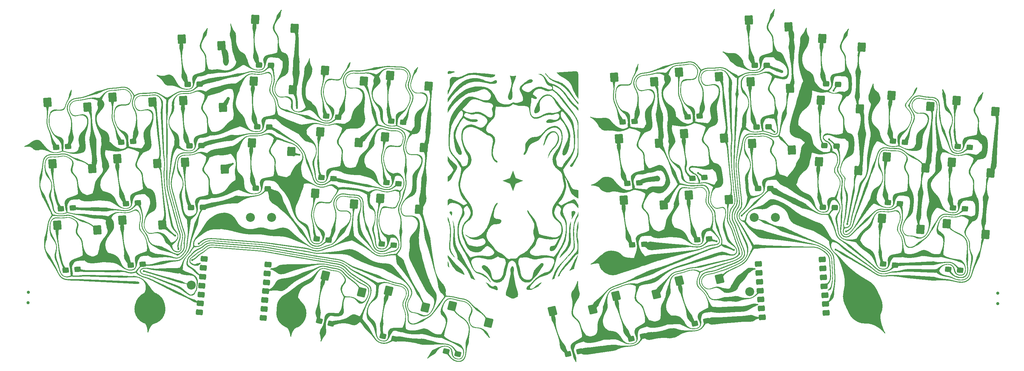
<source format=gbl>
%TF.GenerationSoftware,KiCad,Pcbnew,9.0.0*%
%TF.CreationDate,2025-07-06T20:28:58+03:00*%
%TF.ProjectId,NIOKR,4e494f4b-522e-46b6-9963-61645f706362,rev?*%
%TF.SameCoordinates,Original*%
%TF.FileFunction,Copper,L2,Bot*%
%TF.FilePolarity,Positive*%
%FSLAX46Y46*%
G04 Gerber Fmt 4.6, Leading zero omitted, Abs format (unit mm)*
G04 Created by KiCad (PCBNEW 9.0.0) date 2025-07-06 20:28:58*
%MOMM*%
%LPD*%
G01*
G04 APERTURE LIST*
G04 Aperture macros list*
%AMRoundRect*
0 Rectangle with rounded corners*
0 $1 Rounding radius*
0 $2 $3 $4 $5 $6 $7 $8 $9 X,Y pos of 4 corners*
0 Add a 4 corners polygon primitive as box body*
4,1,4,$2,$3,$4,$5,$6,$7,$8,$9,$2,$3,0*
0 Add four circle primitives for the rounded corners*
1,1,$1+$1,$2,$3*
1,1,$1+$1,$4,$5*
1,1,$1+$1,$6,$7*
1,1,$1+$1,$8,$9*
0 Add four rect primitives between the rounded corners*
20,1,$1+$1,$2,$3,$4,$5,0*
20,1,$1+$1,$4,$5,$6,$7,0*
20,1,$1+$1,$6,$7,$8,$9,0*
20,1,$1+$1,$8,$9,$2,$3,0*%
G04 Aperture macros list end*
%TA.AperFunction,Conductor*%
%ADD10C,0.000000*%
%TD*%
%TA.AperFunction,NonConductor*%
%ADD11C,0.000000*%
%TD*%
%TA.AperFunction,EtchedComponent*%
%ADD12C,0.000000*%
%TD*%
%TA.AperFunction,CastellatedPad*%
%ADD13RoundRect,0.250000X-0.792903X-0.457635X0.701389X-0.588369X0.792903X0.457635X-0.701389X0.588369X0*%
%TD*%
%TA.AperFunction,CastellatedPad*%
%ADD14RoundRect,0.250000X-0.711551X-0.576038X0.784795X-0.471404X0.711551X0.576038X-0.784795X0.471404X0*%
%TD*%
%TA.AperFunction,WasherPad*%
%ADD15C,0.900000*%
%TD*%
%TA.AperFunction,SMDPad,CuDef*%
%ADD16RoundRect,0.250000X0.927177X1.026081X-0.872206X1.073199X-0.927177X-1.026081X0.872206X-1.073199X0*%
%TD*%
%TA.AperFunction,SMDPad,CuDef*%
%ADD17RoundRect,0.250000X0.979608X0.976150X-0.814844X1.117376X-0.979608X-0.976150X0.814844X-1.117376X0*%
%TD*%
%TA.AperFunction,SMDPad,CuDef*%
%ADD18RoundRect,0.250000X0.814844X1.117376X-0.979608X0.976150X-0.814844X-1.117376X0.979608X-0.976150X0*%
%TD*%
%TA.AperFunction,SMDPad,CuDef*%
%ADD19RoundRect,0.250000X0.872206X1.073199X-0.927177X1.026081X-0.872206X-1.073199X0.927177X-1.026081X0*%
%TD*%
%TA.AperFunction,ComponentPad*%
%ADD20C,2.540000*%
%TD*%
%TA.AperFunction,SMDPad,CuDef*%
%ADD21RoundRect,0.250000X1.120251X0.810888X-0.630015X1.231089X-1.120251X-0.810888X0.630015X-1.231089X0*%
%TD*%
%TA.AperFunction,SMDPad,CuDef*%
%ADD22RoundRect,0.250000X0.630015X1.231089X-1.120251X0.810888X-0.630015X-1.231089X1.120251X-0.810888X0*%
%TD*%
%TA.AperFunction,SMDPad,CuDef*%
%ADD23RoundRect,0.250000X0.691104X0.441446X-0.603949X0.554749X-0.691104X-0.441446X0.603949X-0.554749X0*%
%TD*%
%TA.AperFunction,SMDPad,CuDef*%
%ADD24RoundRect,0.250000X0.613538X0.544124X-0.683295X0.453440X-0.613538X-0.544124X0.683295X-0.453440X0*%
%TD*%
%TA.AperFunction,SMDPad,CuDef*%
%ADD25RoundRect,0.250000X0.751653X0.327899X-0.509731X0.642397X-0.751653X-0.327899X0.509731X-0.642397X0*%
%TD*%
%TA.AperFunction,SMDPad,CuDef*%
%ADD26RoundRect,0.250000X0.641175X0.511268X-0.658627X0.488580X-0.641175X-0.511268X0.658627X-0.488580X0*%
%TD*%
%TA.AperFunction,SMDPad,CuDef*%
%ADD27RoundRect,0.250000X0.667054X0.477011X-0.632154X0.522380X-0.667054X-0.477011X0.632154X-0.522380X0*%
%TD*%
%TA.AperFunction,SMDPad,CuDef*%
%ADD28RoundRect,0.250000X0.520865X0.633403X-0.745816X0.340967X-0.520865X-0.633403X0.745816X-0.340967X0*%
%TD*%
%TA.AperFunction,ViaPad*%
%ADD29C,0.600000*%
%TD*%
G04 APERTURE END LIST*
D10*
%TA.AperFunction,Conductor*%
%TO.N,L-COL2*%
G36*
X-117621191Y49783205D02*
G01*
X-117530443Y49742381D01*
X-117454507Y49678298D01*
X-117387037Y49605194D01*
X-117252363Y49458430D01*
X-117185159Y49385034D01*
X-117118482Y49311136D01*
X-117052339Y49236735D01*
X-116983812Y49164371D01*
X-116914491Y49092563D01*
X-116846227Y49019936D01*
X-116778760Y48947096D01*
X-116711557Y48873435D01*
X-116645673Y48799034D01*
X-116579000Y48725138D01*
X-116511266Y48652006D01*
X-116444853Y48578108D01*
X-116378973Y48503443D01*
X-116314153Y48427983D01*
X-116250124Y48352021D01*
X-116187944Y48274524D01*
X-116134763Y48190017D01*
X-116084489Y48103974D01*
X-116035810Y48017165D01*
X-115988451Y47929561D01*
X-115942411Y47841455D01*
X-115898225Y47752581D01*
X-115859861Y47660850D01*
X-115826788Y47566553D01*
X-115795835Y47471726D01*
X-115778898Y47373539D01*
X-115763025Y47275351D01*
X-115748735Y47176901D01*
X-115736036Y47077682D01*
X-115713811Y46879245D01*
X-115704553Y46779762D01*
X-115693968Y46680543D01*
X-115684705Y46581086D01*
X-115676507Y46481868D01*
X-115669626Y46382648D01*
X-115663805Y46283165D01*
X-115657720Y46183946D01*
X-115649782Y46084462D01*
X-115642374Y45985244D01*
X-115635759Y45886025D01*
X-115629938Y45786542D01*
X-115624380Y45687324D01*
X-115615652Y45587866D01*
X-115605863Y45488647D01*
X-115596334Y45389164D01*
X-115577551Y45190727D01*
X-115569612Y45091244D01*
X-115580728Y44992025D01*
X-115596601Y44893573D01*
X-115616445Y44796418D01*
X-115649255Y44701856D01*
X-115689470Y44611184D01*
X-115731538Y44520987D01*
X-115772813Y44430816D01*
X-115855363Y44249948D01*
X-115898225Y44160545D01*
X-115951669Y44075799D01*
X-116018614Y44002167D01*
X-116096136Y43940412D01*
X-116183180Y43891332D01*
X-116277372Y43858259D01*
X-116376329Y43845321D01*
X-116475549Y43847914D01*
X-116573175Y43866249D01*
X-116667368Y43899851D01*
X-116752038Y43953085D01*
X-116826120Y44019232D01*
X-116889089Y44096225D01*
X-116939100Y44182267D01*
X-116985136Y44270373D01*
X-117032495Y44357687D01*
X-117080648Y44445024D01*
X-117128538Y44532099D01*
X-117176427Y44619174D01*
X-117214792Y44711169D01*
X-117247865Y44805466D01*
X-117273267Y44901590D01*
X-117286760Y45000306D01*
X-117298135Y45099525D01*
X-117295492Y45198982D01*
X-117292581Y45298201D01*
X-117290201Y45397419D01*
X-117287817Y45496902D01*
X-117286230Y45596122D01*
X-117287550Y45695604D01*
X-117292314Y45794823D01*
X-117297609Y45894042D01*
X-117303693Y45993526D01*
X-117310041Y46092744D01*
X-117324064Y46191434D01*
X-117340471Y46289621D01*
X-117357404Y46387543D01*
X-117375394Y46485228D01*
X-117395502Y46582621D01*
X-117419843Y46678743D01*
X-117446302Y46774867D01*
X-117474081Y46870195D01*
X-117504511Y46965287D01*
X-117534940Y47060114D01*
X-117555841Y47157269D01*
X-117567747Y47256488D01*
X-117581239Y47355177D01*
X-117596323Y47453628D01*
X-117613252Y47551816D01*
X-117631509Y47649500D01*
X-117642625Y47748718D01*
X-117649767Y47848175D01*
X-117657968Y47947393D01*
X-117666963Y48046613D01*
X-117677282Y48146096D01*
X-117689985Y48245050D01*
X-117707975Y48342734D01*
X-117729410Y48439889D01*
X-117753748Y48535986D01*
X-117779146Y48632110D01*
X-117805078Y48728232D01*
X-117834184Y48823323D01*
X-117868314Y48917118D01*
X-117903238Y49010649D01*
X-117938428Y49103914D01*
X-118009866Y49289943D01*
X-118044794Y49382970D01*
X-118049818Y49482453D01*
X-118027593Y49579344D01*
X-117979704Y49666418D01*
X-117906412Y49733596D01*
X-117817251Y49777781D01*
X-117719617Y49795879D01*
X-117621191Y49783205D01*
G37*
%TD.AperFunction*%
%TA.AperFunction,Conductor*%
%TO.N,Net-(L-D3-A)*%
G36*
X-107989034Y57216092D02*
G01*
X-107904630Y57164154D01*
X-107839811Y57088959D01*
X-107798269Y56999292D01*
X-107783193Y56901105D01*
X-107790861Y56802151D01*
X-107798269Y56703461D01*
X-107805418Y56604507D01*
X-107812826Y56505289D01*
X-107819700Y56406308D01*
X-107826582Y56307353D01*
X-107827642Y56208135D01*
X-107827909Y56109181D01*
X-107827909Y56010227D01*
X-107827375Y55911008D01*
X-107826849Y55812027D01*
X-107825521Y55713073D01*
X-107817854Y55613854D01*
X-107809118Y55514900D01*
X-107799596Y55415946D01*
X-107789274Y55316727D01*
X-107778692Y55217747D01*
X-107768903Y55118793D01*
X-107771024Y55019574D01*
X-107775518Y54920620D01*
X-107779752Y54821666D01*
X-107783453Y54722447D01*
X-107787160Y54623493D01*
X-107790601Y54524512D01*
X-107801710Y54425293D01*
X-107828695Y54329964D01*
X-107857008Y54234873D01*
X-107886640Y54140046D01*
X-107915746Y54045219D01*
X-107944853Y53950128D01*
X-107973424Y53855063D01*
X-108016820Y53661785D01*
X-108038251Y53565159D01*
X-108059942Y53468507D01*
X-108081113Y53371881D01*
X-108102544Y53274991D01*
X-108117887Y53177307D01*
X-108148313Y52981991D01*
X-108163397Y52884571D01*
X-108178747Y52786888D01*
X-108193296Y52689495D01*
X-108203084Y52591572D01*
X-108212606Y52493623D01*
X-108222402Y52395966D01*
X-108231924Y52298044D01*
X-108241186Y52200359D01*
X-108250448Y52102437D01*
X-108261297Y51906592D01*
X-108266584Y51808935D01*
X-108271345Y51710986D01*
X-108276372Y51613593D01*
X-108280340Y51515908D01*
X-108281400Y51418516D01*
X-108282194Y51321095D01*
X-108282194Y51126548D01*
X-108281667Y51029128D01*
X-108280607Y50931708D01*
X-108277700Y50834554D01*
X-108273992Y50737161D01*
X-108269758Y50640005D01*
X-108265523Y50542586D01*
X-108260496Y50445432D01*
X-108254942Y50348038D01*
X-108245946Y50250618D01*
X-108236685Y50153199D01*
X-108226896Y50055805D01*
X-108216840Y49958121D01*
X-108206525Y49860729D01*
X-108195676Y49763044D01*
X-108181921Y49665890D01*
X-108167631Y49568761D01*
X-108152815Y49471844D01*
X-108122388Y49277560D01*
X-108106779Y49180405D01*
X-108086935Y49083779D01*
X-108066297Y48987126D01*
X-108045393Y48890236D01*
X-108024229Y48793610D01*
X-108003057Y48696720D01*
X-107981626Y48600068D01*
X-107955961Y48504474D01*
X-107928976Y48409118D01*
X-107847746Y48123104D01*
X-107815733Y48028780D01*
X-107782659Y47935250D01*
X-107715460Y47747660D01*
X-107647726Y47560600D01*
X-107608831Y47469133D01*
X-107568349Y47378963D01*
X-107527608Y47288528D01*
X-107485273Y47198862D01*
X-107442411Y47109723D01*
X-107402723Y47018785D01*
X-107368322Y46925493D01*
X-107335783Y46831461D01*
X-107302442Y46737401D01*
X-107268575Y46643871D01*
X-107233648Y46550579D01*
X-107198194Y46457817D01*
X-107167768Y46363253D01*
X-107156660Y46264300D01*
X-107151365Y46165082D01*
X-107145544Y46066128D01*
X-107138402Y45967174D01*
X-107129934Y45867954D01*
X-107119878Y45768974D01*
X-107108770Y45670020D01*
X-107096334Y45571330D01*
X-107081777Y45472878D01*
X-107066167Y45374956D01*
X-107049238Y45277271D01*
X-107028860Y45180116D01*
X-107006376Y45083755D01*
X-106982824Y44987368D01*
X-106958486Y44891509D01*
X-106933614Y44795651D01*
X-106907156Y44700057D01*
X-106884931Y44603432D01*
X-106867994Y44505747D01*
X-106850271Y44408354D01*
X-106794439Y44116121D01*
X-106775655Y44018966D01*
X-106780424Y43920013D01*
X-106821165Y43829578D01*
X-106888105Y43756712D01*
X-106976476Y43712263D01*
X-107074369Y43699085D01*
X-107171209Y43720518D01*
X-107254819Y43772720D01*
X-107323873Y43843786D01*
X-107393194Y43914827D01*
X-107462247Y43986158D01*
X-107531042Y44057728D01*
X-107599569Y44129801D01*
X-107667570Y44202402D01*
X-107729215Y44279925D01*
X-107789014Y44358744D01*
X-107845632Y44440634D01*
X-107901197Y44523051D01*
X-107955961Y44605998D01*
X-108009939Y44689473D01*
X-108063116Y44773691D01*
X-108115774Y44858436D01*
X-108168691Y44942680D01*
X-108220281Y45027929D01*
X-108270292Y45113733D01*
X-108319501Y45200013D01*
X-108366865Y45287088D01*
X-108410520Y45375988D01*
X-108453382Y45465391D01*
X-108494131Y45555560D01*
X-108533285Y45646497D01*
X-108571386Y45738230D01*
X-108608427Y45830489D01*
X-108643087Y45923490D01*
X-108675893Y46017549D01*
X-108690183Y46116001D01*
X-108698385Y46214955D01*
X-108699705Y46314175D01*
X-108699705Y46413129D01*
X-108698911Y46512082D01*
X-108697591Y46611300D01*
X-108695470Y46710255D01*
X-108689916Y46809236D01*
X-108678541Y46908454D01*
X-108663725Y47006641D01*
X-108648115Y47104564D01*
X-108631979Y47202486D01*
X-108615835Y47300408D01*
X-108599165Y47398092D01*
X-108585409Y47496280D01*
X-108574827Y47595499D01*
X-108564504Y47694453D01*
X-108553655Y47793406D01*
X-108543073Y47892360D01*
X-108533544Y47991315D01*
X-108529317Y48090296D01*
X-108520055Y48288204D01*
X-108515028Y48387422D01*
X-108510534Y48486377D01*
X-108506559Y48585358D01*
X-108507619Y48783266D01*
X-108507886Y48882484D01*
X-108508146Y48981439D01*
X-108508146Y49080418D01*
X-108508680Y49179109D01*
X-108512914Y49277560D01*
X-108517141Y49375748D01*
X-108521116Y49474172D01*
X-108524549Y49572120D01*
X-108530904Y49767965D01*
X-108535932Y49865622D01*
X-108540693Y49963307D01*
X-108544660Y50060965D01*
X-108548627Y50158385D01*
X-108552068Y50255778D01*
X-108554983Y50353197D01*
X-108559743Y50450617D01*
X-108563711Y50548010D01*
X-108566885Y50645164D01*
X-108569799Y50742585D01*
X-108572439Y50839740D01*
X-108574560Y50937133D01*
X-108577207Y51034287D01*
X-108579588Y51131707D01*
X-108583288Y51326520D01*
X-108585409Y51521333D01*
X-108588842Y51618752D01*
X-108592283Y51716410D01*
X-108595464Y51814094D01*
X-108598371Y51911752D01*
X-108600751Y52009674D01*
X-108603399Y52107861D01*
X-108609487Y52205809D01*
X-108615041Y52303970D01*
X-108620596Y52402421D01*
X-108626150Y52500608D01*
X-108636999Y52697512D01*
X-108657636Y52893356D01*
X-108668218Y52991543D01*
X-108688856Y53187917D01*
X-108699178Y53286341D01*
X-108715322Y53384026D01*
X-108731458Y53481948D01*
X-108779615Y53775741D01*
X-108795484Y53873663D01*
X-108817976Y53970025D01*
X-108883855Y54259929D01*
X-108905286Y54356581D01*
X-108924078Y54453709D01*
X-108929632Y54552928D01*
X-108923811Y54651909D01*
X-108917196Y54750863D01*
X-108910314Y54850082D01*
X-108903173Y54949036D01*
X-108895498Y55047990D01*
X-108884389Y55147209D01*
X-108873006Y55246189D01*
X-108847875Y55342048D01*
X-108822477Y55437906D01*
X-108796545Y55533500D01*
X-108770086Y55629094D01*
X-108743101Y55724450D01*
X-108716909Y55820044D01*
X-108694685Y55916670D01*
X-108671926Y56013057D01*
X-108648908Y56109181D01*
X-108625097Y56205542D01*
X-108601286Y56301665D01*
X-108577207Y56397788D01*
X-108557890Y56494943D01*
X-108538045Y56592098D01*
X-108518201Y56688988D01*
X-108497831Y56785879D01*
X-108477461Y56883034D01*
X-108457082Y56979924D01*
X-108419782Y57071656D01*
X-108358396Y57149681D01*
X-108278226Y57207810D01*
X-108184034Y57238555D01*
X-108084814Y57240883D01*
X-107989034Y57216092D01*
G37*
%TD.AperFunction*%
%TA.AperFunction,Conductor*%
%TO.N,Net-(R-D03-A)*%
G36*
X32016825Y57063903D02*
G01*
X32105982Y57019718D01*
X32179270Y56952540D01*
X32226893Y56865201D01*
X32249125Y56768311D01*
X32246729Y56669092D01*
X32244089Y56569609D01*
X32241450Y56470390D01*
X32238810Y56370907D01*
X32236948Y56271688D01*
X32235087Y56172231D01*
X32239069Y56073012D01*
X32244089Y55973529D01*
X32249125Y55874310D01*
X32254938Y55774827D01*
X32261027Y55675608D01*
X32267908Y55576124D01*
X32280085Y55477171D01*
X32293833Y55378481D01*
X32308924Y55279765D01*
X32324793Y55181578D01*
X32340922Y55083391D01*
X32354151Y54984437D01*
X32357874Y54885218D01*
X32358134Y54785735D01*
X32358668Y54686517D01*
X32359980Y54587059D01*
X32361567Y54487840D01*
X32363429Y54388358D01*
X32360239Y54289139D01*
X32341456Y54191455D01*
X32320033Y54094564D01*
X32294627Y53998203D01*
X32245158Y53805957D01*
X32220545Y53709595D01*
X32200968Y53612175D01*
X32167887Y53415802D01*
X32135355Y53219428D01*
X32118952Y53121506D01*
X32108881Y53022790D01*
X32099360Y52924100D01*
X32080317Y52727224D01*
X32061518Y52530321D01*
X32056498Y52431631D01*
X32051737Y52332916D01*
X32047511Y52233961D01*
X32042735Y52135272D01*
X32034541Y51938369D01*
X32034815Y51839917D01*
X32035334Y51741995D01*
X32036143Y51643808D01*
X32038508Y51447964D01*
X32040095Y51350041D01*
X32044337Y51252356D01*
X32049082Y51154699D01*
X32053858Y51057042D01*
X32059153Y50959357D01*
X32064707Y50861964D01*
X32070795Y50764280D01*
X32079249Y50666623D01*
X32088252Y50569203D01*
X32097773Y50471545D01*
X32107569Y50373861D01*
X32117625Y50276467D01*
X32128199Y50178784D01*
X32141169Y50081391D01*
X32154673Y49984236D01*
X32168421Y49886816D01*
X32182444Y49789661D01*
X32197001Y49692506D01*
X32212077Y49595351D01*
X32230326Y49498990D01*
X32249384Y49402364D01*
X32268977Y49305976D01*
X32288798Y49209350D01*
X32308649Y49112460D01*
X32328761Y49015544D01*
X32352580Y48919447D01*
X32377177Y48823323D01*
X32402049Y48727465D01*
X32426646Y48631342D01*
X32451792Y48535219D01*
X32477198Y48439361D01*
X32507090Y48344799D01*
X32538294Y48250738D01*
X32569529Y48156441D01*
X32632777Y47967820D01*
X32667963Y47874792D01*
X32706843Y47783326D01*
X32745737Y47691860D01*
X32784632Y47600128D01*
X32823008Y47508662D01*
X32862147Y47416931D01*
X32906351Y47328058D01*
X32952372Y47239952D01*
X32998683Y47152110D01*
X33045527Y47064241D01*
X33092875Y46976928D01*
X33140238Y46889325D01*
X33180445Y46798387D01*
X33219874Y46707160D01*
X33260096Y46616222D01*
X33300837Y46525523D01*
X33342371Y46435353D01*
X33383387Y46344919D01*
X33416468Y46250595D01*
X33436030Y46153201D01*
X33447138Y46053718D01*
X33454020Y45954499D01*
X33462504Y45855017D01*
X33472025Y45755797D01*
X33484721Y45656579D01*
X33498744Y45557889D01*
X33514094Y45459438D01*
X33531016Y45361515D01*
X33549540Y45263858D01*
X33570719Y45166940D01*
X33595591Y45070580D01*
X33622569Y44974721D01*
X33650340Y44879365D01*
X33679194Y44783770D01*
X33708567Y44688681D01*
X33739253Y44593853D01*
X33765711Y44497995D01*
X33786616Y44400840D01*
X33808573Y44303949D01*
X33831324Y44207059D01*
X33876841Y44013780D01*
X33899058Y43916891D01*
X33901164Y43817673D01*
X33870753Y43723110D01*
X33809641Y43644819D01*
X33726023Y43591585D01*
X33628916Y43569889D01*
X33530757Y43582802D01*
X33441859Y43627251D01*
X33368571Y43694164D01*
X33295542Y43761871D01*
X33223048Y43829817D01*
X33150553Y43898291D01*
X33078318Y43967293D01*
X33006892Y44036798D01*
X32941004Y44111465D01*
X32875391Y44186130D01*
X32815058Y44265188D01*
X32755534Y44344774D01*
X32696787Y44424890D01*
X32638590Y44505747D01*
X32581431Y44587133D01*
X32524287Y44668784D01*
X32466868Y44749931D01*
X32410258Y44831819D01*
X32354685Y44914766D01*
X32300440Y44998481D01*
X32247523Y45082989D01*
X32194880Y45168238D01*
X32144602Y45254015D01*
X32095912Y45341090D01*
X32049082Y45428693D01*
X32003321Y45516799D01*
X31958857Y45605674D01*
X31915492Y45695076D01*
X31882670Y45789399D01*
X31855952Y45885257D01*
X31844584Y45984741D01*
X31838221Y46083960D01*
X31834513Y46183417D01*
X31831873Y46282636D01*
X31830012Y46382119D01*
X31829218Y46481337D01*
X31830546Y46580821D01*
X31833185Y46680039D01*
X31844584Y46779524D01*
X31856486Y46878742D01*
X31868907Y46977695D01*
X31881602Y47076650D01*
X31894572Y47175605D01*
X31906214Y47274823D01*
X31912562Y47374307D01*
X31919184Y47473525D01*
X31926066Y47573008D01*
X31932947Y47672227D01*
X31940089Y47771711D01*
X31940867Y47870929D01*
X31941676Y47970386D01*
X31942194Y48069606D01*
X31943262Y48169088D01*
X31944056Y48268308D01*
X31944315Y48367791D01*
X31939555Y48466745D01*
X31935313Y48565699D01*
X31927119Y48763633D01*
X31923152Y48862588D01*
X31918909Y48961304D01*
X31911768Y49059728D01*
X31904887Y49158180D01*
X31898020Y49256631D01*
X31891413Y49354818D01*
X31885050Y49453244D01*
X31878977Y49551430D01*
X31869700Y49649353D01*
X31852503Y49845223D01*
X31844584Y49943146D01*
X31836894Y50040804D01*
X31829218Y50138488D01*
X31820765Y50236146D01*
X31812556Y50333830D01*
X31805415Y50431488D01*
X31797999Y50529409D01*
X31791651Y50627094D01*
X31785029Y50724487D01*
X31776575Y50822171D01*
X31768626Y50919829D01*
X31760966Y51017486D01*
X31753291Y51115436D01*
X31746149Y51213093D01*
X31739268Y51311016D01*
X31730280Y51408699D01*
X31721537Y51506622D01*
X31713328Y51604809D01*
X31705134Y51702731D01*
X31696665Y51800918D01*
X31688731Y51899104D01*
X31676829Y51997026D01*
X31665186Y52094685D01*
X31642420Y52290555D01*
X31631052Y52388743D01*
X31619669Y52486665D01*
X31604075Y52584322D01*
X31573115Y52779664D01*
X31557764Y52877587D01*
X31526804Y53073458D01*
X31505106Y53170586D01*
X31483683Y53267503D01*
X31462260Y53364632D01*
X31440821Y53461522D01*
X31419657Y53558677D01*
X31398218Y53655567D01*
X31342402Y53846782D01*
X31314875Y53942376D01*
X31287898Y54037996D01*
X31261164Y54133855D01*
X31238673Y54230745D01*
X31227564Y54329964D01*
X31228892Y54429448D01*
X31230463Y54528666D01*
X31232325Y54628123D01*
X31234446Y54727341D01*
X31237345Y54826825D01*
X31243174Y54926044D01*
X31249781Y55025527D01*
X31269633Y55122682D01*
X31290263Y55220075D01*
X31311167Y55317230D01*
X31332865Y55414121D01*
X31354822Y55511011D01*
X31376261Y55608166D01*
X31393458Y55706089D01*
X31411188Y55803772D01*
X31429697Y55901695D01*
X31448222Y55999114D01*
X31467280Y56096772D01*
X31486338Y56194456D01*
X31500346Y56292881D01*
X31514903Y56391597D01*
X31544276Y56588474D01*
X31559351Y56686925D01*
X31574442Y56785112D01*
X31600092Y56881235D01*
X31654063Y56964684D01*
X31729746Y57028766D01*
X31820506Y57069592D01*
X31919184Y57082239D01*
X32016825Y57063903D01*
G37*
%TD.AperFunction*%
%TA.AperFunction,Conductor*%
%TO.N,Net-(R-D2-A)*%
G36*
X52862269Y51844071D02*
G01*
X52950373Y51798854D01*
X53021815Y51729851D01*
X53068659Y51642512D01*
X53089823Y51545622D01*
X53083460Y51446402D01*
X53075785Y51347448D01*
X53068659Y51248494D01*
X53061243Y51149276D01*
X53053828Y51050321D01*
X53047221Y50951102D01*
X53045893Y50852122D01*
X53045634Y50752903D01*
X53045893Y50653685D01*
X53046152Y50554730D01*
X53047221Y50455511D01*
X53048548Y50356293D01*
X53055949Y50257338D01*
X53064677Y50158119D01*
X53073954Y50058901D01*
X53083735Y49959947D01*
X53094309Y49860729D01*
X53104899Y49761510D01*
X53102778Y49662556D01*
X53098032Y49563337D01*
X53094050Y49464118D01*
X53089823Y49365138D01*
X53086115Y49265919D01*
X53083201Y49166700D01*
X53075785Y49067746D01*
X53053034Y48971120D01*
X53025523Y48875764D01*
X52995631Y48780938D01*
X52966532Y48685846D01*
X52937403Y48591020D01*
X52908045Y48495954D01*
X52882121Y48400097D01*
X52860682Y48303444D01*
X52838999Y48206553D01*
X52817576Y48109927D01*
X52796122Y48013037D01*
X52774973Y47916147D01*
X52744273Y47720805D01*
X52729182Y47622883D01*
X52713846Y47525463D01*
X52698756Y47427806D01*
X52683955Y47330385D01*
X52674433Y47232199D01*
X52664637Y47134276D01*
X52645319Y46938432D01*
X52636057Y46840484D01*
X52626795Y46742825D01*
X52621241Y46644639D01*
X52615946Y46546717D01*
X52610651Y46448794D01*
X52600871Y46253452D01*
X52596644Y46155768D01*
X52595576Y46058375D01*
X52595057Y45960691D01*
X52594782Y45863297D01*
X52594782Y45765878D01*
X52595057Y45668458D01*
X52595576Y45571065D01*
X52598216Y45473646D01*
X52601130Y45376252D01*
X52604563Y45278833D01*
X52608805Y45181414D01*
X52613047Y45084020D01*
X52618327Y44986601D01*
X52626521Y44889182D01*
X52635523Y44791788D01*
X52645045Y44694104D01*
X52654841Y44596446D01*
X52665430Y44499026D01*
X52676264Y44401369D01*
X52690028Y44304213D01*
X52704310Y44206795D01*
X52734232Y44012512D01*
X52749827Y43915356D01*
X52765162Y43817936D01*
X52785288Y43721309D01*
X52805933Y43624420D01*
X52826823Y43527769D01*
X52869151Y43333986D01*
X52890574Y43237360D01*
X52916254Y43141502D01*
X52942988Y43046146D01*
X52970225Y42950817D01*
X52996958Y42855196D01*
X53024195Y42759603D01*
X53051981Y42664512D01*
X53086115Y42570982D01*
X53153315Y42383392D01*
X53187189Y42289598D01*
X53221308Y42196068D01*
X53260203Y42104601D01*
X53300700Y42014166D01*
X53382716Y41833826D01*
X53424509Y41743656D01*
X53466578Y41653988D01*
X53499644Y41559929D01*
X53530085Y41465103D01*
X53557612Y41369774D01*
X53585642Y41274418D01*
X53614222Y41179352D01*
X53644114Y41084526D01*
X53674815Y40989700D01*
X53686457Y40890718D01*
X53692530Y40791500D01*
X53699686Y40692547D01*
X53707621Y40593327D01*
X53717143Y40494373D01*
X53728251Y40395155D01*
X53742014Y40296438D01*
X53757349Y40198515D01*
X53774546Y40100594D01*
X53792811Y40003174D01*
X53812663Y39906044D01*
X53836207Y39809658D01*
X53861872Y39713798D01*
X53888590Y39618206D01*
X53916376Y39522850D01*
X53944422Y39427757D01*
X53973521Y39332693D01*
X54002894Y39237602D01*
X54031992Y39142511D01*
X54063212Y39047949D01*
X54094706Y38953625D01*
X54126459Y38859062D01*
X54157938Y38764765D01*
X54186259Y38669674D01*
X54188898Y38570456D01*
X54166407Y38473831D01*
X54120112Y38386227D01*
X54053172Y38313095D01*
X53967966Y38261423D01*
X53872721Y38234037D01*
X53773508Y38231710D01*
X53677195Y38254701D01*
X53589610Y38301479D01*
X53516856Y38369425D01*
X53457331Y38448509D01*
X53397791Y38528068D01*
X53338526Y38607656D01*
X53279780Y38687506D01*
X53221308Y38767597D01*
X53163371Y38848215D01*
X53107539Y38930632D01*
X53053568Y39014110D01*
X52947215Y39183071D01*
X52894831Y39267816D01*
X52842951Y39352829D01*
X52792689Y39438604D01*
X52742411Y39524410D01*
X52691889Y39610189D01*
X52642939Y39696495D01*
X52595057Y39783569D01*
X52548487Y39871147D01*
X52503504Y39959518D01*
X52461436Y40049185D01*
X52421488Y40140123D01*
X52382853Y40231588D01*
X52345805Y40323583D01*
X52309840Y40416347D01*
X52275690Y40509878D01*
X52242625Y40604176D01*
X52219340Y40700298D01*
X52208216Y40799517D01*
X52201350Y40898735D01*
X52195536Y40997688D01*
X52190760Y41096909D01*
X52186533Y41196127D01*
X52183100Y41295107D01*
X52184412Y41394325D01*
X52191813Y41493545D01*
X52206904Y41591705D01*
X52222514Y41689894D01*
X52238383Y41787842D01*
X52254801Y41885763D01*
X52271204Y41983686D01*
X52286005Y42082138D01*
X52296336Y42181091D01*
X52306651Y42280310D01*
X52317225Y42379530D01*
X52338404Y42577438D01*
X52345026Y42676418D01*
X52349512Y42775636D01*
X52354273Y42874592D01*
X52358775Y42973810D01*
X52363551Y43072763D01*
X52367243Y43171717D01*
X52366175Y43370155D01*
X52365656Y43469108D01*
X52365656Y43568329D01*
X52365382Y43667309D01*
X52364847Y43766264D01*
X52360621Y43864715D01*
X52356669Y43963141D01*
X52353220Y44061590D01*
X52349787Y44159778D01*
X52346598Y44257700D01*
X52343958Y44355622D01*
X52339198Y44453571D01*
X52334956Y44551229D01*
X52331263Y44648887D01*
X52327814Y44746571D01*
X52324641Y44843964D01*
X52322520Y44941384D01*
X52318034Y45038803D01*
X52314326Y45136460D01*
X52311411Y45233881D01*
X52309031Y45331274D01*
X52307185Y45428958D01*
X52305582Y45526351D01*
X52302958Y45623770D01*
X52301096Y45721190D01*
X52299769Y45818848D01*
X52298701Y45916267D01*
X52297907Y46013926D01*
X52293681Y46209267D01*
X52284968Y46404609D01*
X52280711Y46502531D01*
X52277277Y46600453D01*
X52274363Y46698640D01*
X52271464Y46796563D01*
X52265375Y46894749D01*
X52253474Y47091652D01*
X52247645Y47189813D01*
X52242091Y47288264D01*
X52234949Y47386716D01*
X52224100Y47484637D01*
X52202402Y47681012D01*
X52191813Y47779199D01*
X52180979Y47877650D01*
X52164576Y47975307D01*
X52147639Y48072966D01*
X52114023Y48268836D01*
X52098154Y48366758D01*
X52082285Y48464946D01*
X52037836Y48658223D01*
X52015879Y48754849D01*
X51972483Y48948127D01*
X51953699Y49045521D01*
X51942591Y49144740D01*
X51948664Y49243958D01*
X51955286Y49342913D01*
X51962168Y49442132D01*
X51969569Y49541350D01*
X51977244Y49640331D01*
X51987299Y49739549D01*
X51998683Y49838503D01*
X52023814Y49934627D01*
X52049204Y50030485D01*
X52075144Y50126080D01*
X52101588Y50221672D01*
X52128321Y50317293D01*
X52155039Y50412888D01*
X52177271Y50509513D01*
X52200022Y50606165D01*
X52223307Y50702527D01*
X52246592Y50798650D01*
X52270396Y50895037D01*
X52294474Y50991134D01*
X52314066Y51088289D01*
X52354014Y51282598D01*
X52374384Y51379754D01*
X52394755Y51476644D01*
X52415125Y51573799D01*
X52442378Y51669128D01*
X52498744Y51751044D01*
X52575205Y51813829D01*
X52666224Y51853358D01*
X52764902Y51863439D01*
X52862269Y51844071D01*
G37*
%TD.AperFunction*%
%TA.AperFunction,Conductor*%
%TO.N,Net-(L-D2-A)*%
G36*
X-128836088Y51675585D02*
G01*
X-128749830Y51626504D01*
X-128683687Y51552341D01*
X-128640558Y51462939D01*
X-128623361Y51365281D01*
X-128626005Y51266062D01*
X-128628915Y51166843D01*
X-128631300Y51067625D01*
X-128633680Y50968406D01*
X-128636060Y50869452D01*
X-128637910Y50770234D01*
X-128633943Y50671015D01*
X-128629182Y50571796D01*
X-128623891Y50472842D01*
X-128618597Y50373624D01*
X-128612245Y50274404D01*
X-128604837Y50175424D01*
X-128590818Y50076998D01*
X-128576528Y49978547D01*
X-128561979Y49880095D01*
X-128546896Y49781909D01*
X-128531023Y49683722D01*
X-128519907Y49584503D01*
X-128516466Y49485285D01*
X-128515146Y49386065D01*
X-128513555Y49287111D01*
X-128511709Y49187893D01*
X-128509325Y49088673D01*
X-128506681Y48989455D01*
X-128515146Y48890236D01*
X-128537900Y48793849D01*
X-128562509Y48697753D01*
X-128587110Y48601629D01*
X-128611455Y48505506D01*
X-128635534Y48409118D01*
X-128659608Y48313022D01*
X-128693208Y48117151D01*
X-128742689Y47823383D01*
X-128758825Y47725462D01*
X-128768884Y47627010D01*
X-128788458Y47430134D01*
X-128817301Y47135573D01*
X-128822328Y47036857D01*
X-128827352Y46938432D01*
X-128831850Y46839981D01*
X-128836614Y46741265D01*
X-128840845Y46643078D01*
X-128845346Y46544652D01*
X-128845083Y46446731D01*
X-128844286Y46348543D01*
X-128843496Y46250595D01*
X-128842435Y46152673D01*
X-128841112Y46055015D01*
X-128839525Y45957331D01*
X-128835027Y45859673D01*
X-128829999Y45762014D01*
X-128819685Y45567177D01*
X-128814123Y45469783D01*
X-128807771Y45372363D01*
X-128798780Y45274944D01*
X-128789255Y45177550D01*
X-128779203Y45080131D01*
X-128768884Y44982738D01*
X-128758299Y44885318D01*
X-128747186Y44787899D01*
X-128733690Y44690744D01*
X-128719667Y44593589D01*
X-128705648Y44496698D01*
X-128690832Y44399808D01*
X-128675748Y44302653D01*
X-128660402Y44205763D01*
X-128641351Y44109640D01*
X-128621244Y44013542D01*
X-128581556Y43820793D01*
X-128561445Y43724405D01*
X-128540811Y43627781D01*
X-128516996Y43531921D01*
X-128492128Y43436037D01*
X-128467256Y43340443D01*
X-128442384Y43244585D01*
X-128416986Y43148990D01*
X-128387086Y43054664D01*
X-128355600Y42960899D01*
X-128324117Y42867103D01*
X-128261144Y42678984D01*
X-128229398Y42584951D01*
X-128192884Y42492426D01*
X-128154520Y42400722D01*
X-128116151Y42309255D01*
X-128077524Y42217790D01*
X-128038896Y42126322D01*
X-128000001Y42035095D01*
X-127954755Y41946722D01*
X-127907663Y41859148D01*
X-127860303Y41772072D01*
X-127812677Y41684998D01*
X-127764524Y41598188D01*
X-127719015Y41509817D01*
X-127674036Y41421446D01*
X-127628530Y41333340D01*
X-127582491Y41245498D01*
X-127535394Y41158159D01*
X-127487237Y41071085D01*
X-127447286Y40980385D01*
X-127414213Y40886087D01*
X-127398866Y40787901D01*
X-127387758Y40688683D01*
X-127379552Y40589702D01*
X-127371881Y40490482D01*
X-127361562Y40391264D01*
X-127348863Y40292574D01*
X-127335634Y40193859D01*
X-127322141Y40095171D01*
X-127306001Y39996982D01*
X-127288011Y39899563D01*
X-127268957Y39802170D01*
X-127245939Y39705782D01*
X-127220541Y39609659D01*
X-127194345Y39514065D01*
X-127167097Y39418472D01*
X-127139311Y39323116D01*
X-127110208Y39228050D01*
X-127084810Y39132166D01*
X-127062318Y39035540D01*
X-127039301Y38939178D01*
X-127015489Y38842790D01*
X-126991411Y38746668D01*
X-126967332Y38650306D01*
X-126943254Y38554184D01*
X-126946432Y38454965D01*
X-126986383Y38364002D01*
X-127052530Y38290367D01*
X-127140901Y38245415D01*
X-127238798Y38231472D01*
X-127335634Y38252638D01*
X-127419244Y38305343D01*
X-127490679Y38373817D01*
X-127633817Y38511797D01*
X-127704992Y38581303D01*
X-127776166Y38651075D01*
X-127846811Y38721878D01*
X-127912954Y38795774D01*
X-127975134Y38873033D01*
X-128036516Y38950794D01*
X-128097635Y39029083D01*
X-128157697Y39107876D01*
X-128217493Y39186962D01*
X-128277021Y39266546D01*
X-128337610Y39345076D01*
X-128397142Y39424398D01*
X-128455614Y39504248D01*
X-128513296Y39585132D01*
X-128569917Y39667021D01*
X-128625475Y39749466D01*
X-128677862Y39834448D01*
X-128727605Y39920492D01*
X-128775495Y40007328D01*
X-128822855Y40094639D01*
X-128869688Y40182243D01*
X-128915460Y40270349D01*
X-128958589Y40359754D01*
X-128991396Y40453813D01*
X-129013887Y40550438D01*
X-129025263Y40649656D01*
X-129025530Y40748874D01*
X-129024732Y40847830D01*
X-129022882Y40947048D01*
X-129019968Y41046266D01*
X-129016798Y41145485D01*
X-129011503Y41244440D01*
X-129005151Y41343658D01*
X-128995100Y41442877D01*
X-128984518Y41542097D01*
X-128973138Y41641315D01*
X-128961759Y41740295D01*
X-128949854Y41839250D01*
X-128942976Y41938469D01*
X-128937948Y42037687D01*
X-128932394Y42136906D01*
X-128927103Y42235861D01*
X-128921281Y42335079D01*
X-128917047Y42434297D01*
X-128918108Y42632736D01*
X-128918375Y42731689D01*
X-128918634Y42830908D01*
X-128918634Y42930128D01*
X-128919695Y43029346D01*
X-128930540Y43226751D01*
X-128940332Y43424156D01*
X-128945097Y43522608D01*
X-128950121Y43621059D01*
X-128958322Y43719246D01*
X-128965997Y43817434D01*
X-128973405Y43915594D01*
X-128980547Y44013542D01*
X-128987425Y44111730D01*
X-128994306Y44209652D01*
X-129004095Y44307309D01*
X-129013357Y44405232D01*
X-129022352Y44502916D01*
X-129031084Y44600573D01*
X-129039285Y44697993D01*
X-129047224Y44795651D01*
X-129056219Y44893070D01*
X-129064420Y44990463D01*
X-129072622Y45088148D01*
X-129087705Y45282960D01*
X-129094583Y45380115D01*
X-129103842Y45477535D01*
X-129112310Y45574928D01*
X-129120512Y45672348D01*
X-129128187Y45770005D01*
X-129136125Y45867426D01*
X-129143266Y45965083D01*
X-129152792Y46062768D01*
X-129161790Y46160425D01*
X-129170518Y46258108D01*
X-129179517Y46356031D01*
X-129195921Y46551876D01*
X-129207826Y46649560D01*
X-129231107Y46844875D01*
X-129242487Y46942824D01*
X-129253862Y47040482D01*
X-129264978Y47138405D01*
X-129280321Y47235823D01*
X-129326887Y47528823D01*
X-129342233Y47626745D01*
X-129357317Y47724429D01*
X-129442247Y48111991D01*
X-129484048Y48305772D01*
X-129511564Y48401366D01*
X-129539083Y48496722D01*
X-129566602Y48592316D01*
X-129593588Y48687672D01*
X-129620313Y48783266D01*
X-129644125Y48879654D01*
X-129654974Y48978872D01*
X-129653387Y49077825D01*
X-129651002Y49177045D01*
X-129648092Y49276263D01*
X-129644914Y49375483D01*
X-129641741Y49474701D01*
X-129634332Y49573655D01*
X-129623220Y49672873D01*
X-129603376Y49770030D01*
X-129582739Y49867185D01*
X-129561838Y49964074D01*
X-129540407Y50060965D01*
X-129518446Y50157591D01*
X-129497015Y50254243D01*
X-129479551Y50352165D01*
X-129461561Y50449823D01*
X-129443567Y50547243D01*
X-129424520Y50644662D01*
X-129405466Y50742055D01*
X-129386682Y50839475D01*
X-129372396Y50937926D01*
X-129357580Y51036351D01*
X-129343027Y51134538D01*
X-129298048Y51429099D01*
X-129263651Y51522126D01*
X-129203855Y51601448D01*
X-129124746Y51661138D01*
X-129031347Y51694979D01*
X-128932394Y51699106D01*
X-128836088Y51675585D01*
G37*
%TD.AperFunction*%
%TA.AperFunction,Conductor*%
%TO.N,L-COL3*%
G36*
X-96864362Y54728373D02*
G01*
X-96777052Y54680828D01*
X-96709318Y54607988D01*
X-96588407Y54450376D01*
X-96528081Y54371292D01*
X-96468290Y54291970D01*
X-96409025Y54212145D01*
X-96351072Y54131262D01*
X-96302389Y54044452D01*
X-96255292Y53956848D01*
X-96210050Y53868478D01*
X-96166395Y53779074D01*
X-96124059Y53689434D01*
X-96083318Y53598735D01*
X-96044164Y53507268D01*
X-96014532Y53412177D01*
X-95986478Y53316584D01*
X-95964254Y53219958D01*
X-95943876Y53122538D01*
X-95925619Y53024880D01*
X-95909223Y52926693D01*
X-95879590Y52729791D01*
X-95865041Y52631100D01*
X-95852598Y52532147D01*
X-95842016Y52432663D01*
X-95833021Y52333445D01*
X-95826666Y52233961D01*
X-95818464Y52134743D01*
X-95811849Y52035259D01*
X-95806028Y51936041D01*
X-95801008Y51836821D01*
X-95797300Y51737339D01*
X-95794653Y51638120D01*
X-95792013Y51538663D01*
X-95789098Y51439444D01*
X-95786985Y51339960D01*
X-95785390Y51240742D01*
X-95784338Y51141258D01*
X-95783544Y51042040D01*
X-95783544Y50843338D01*
X-95784078Y50744119D01*
X-95784597Y50644662D01*
X-95785131Y50545443D01*
X-95785925Y50445960D01*
X-95786451Y50346742D01*
X-95786985Y50247258D01*
X-95787252Y50148040D01*
X-95787771Y50048556D01*
X-95788038Y49949338D01*
X-95788305Y49849881D01*
X-95788305Y49750662D01*
X-95788038Y49651443D01*
X-95787771Y49551960D01*
X-95787519Y49452741D01*
X-95786985Y49353257D01*
X-95786451Y49254039D01*
X-95785658Y49154555D01*
X-95784864Y49055337D01*
X-95783811Y48955879D01*
X-95782484Y48856661D01*
X-95781431Y48757177D01*
X-95780103Y48657959D01*
X-95778516Y48558475D01*
X-95777196Y48459257D01*
X-95775343Y48360038D01*
X-95773489Y48260555D01*
X-95771635Y48161336D01*
X-95769781Y48061853D01*
X-95768201Y47962634D01*
X-95766874Y47863177D01*
X-95765821Y47763959D01*
X-95764494Y47664475D01*
X-95763174Y47565257D01*
X-95761846Y47465773D01*
X-95759199Y47366554D01*
X-95755231Y47267071D01*
X-95747564Y47068633D01*
X-95743856Y46969176D01*
X-95739881Y46869958D01*
X-95733274Y46770474D01*
X-95724279Y46671255D01*
X-95715551Y46571772D01*
X-95706815Y46472553D01*
X-95698080Y46373071D01*
X-95684057Y46274381D01*
X-95614736Y45882665D01*
X-95600713Y45783976D01*
X-95589079Y45684756D01*
X-95578756Y45585538D01*
X-95570020Y45486054D01*
X-95561559Y45386836D01*
X-95553358Y45287352D01*
X-95544889Y45188134D01*
X-95536161Y45088651D01*
X-95532453Y44989432D01*
X-95536687Y44889975D01*
X-95545156Y44691538D01*
X-95549383Y44592054D01*
X-95553625Y44492836D01*
X-95557066Y44393352D01*
X-95560239Y44294134D01*
X-95563413Y44194650D01*
X-95566579Y44095431D01*
X-95569494Y43995975D01*
X-95572401Y43896755D01*
X-95575056Y43797273D01*
X-95578230Y43598835D01*
X-95579282Y43499351D01*
X-95580877Y43400133D01*
X-95582197Y43300649D01*
X-95582456Y43201431D01*
X-95579549Y43101974D01*
X-95577169Y43002754D01*
X-95574262Y42903272D01*
X-95571348Y42804052D01*
X-95568441Y42704569D01*
X-95564199Y42605350D01*
X-95555471Y42505867D01*
X-95537748Y42307430D01*
X-95528745Y42207947D01*
X-95519750Y42108728D01*
X-95513403Y42009271D01*
X-95518438Y41910053D01*
X-95523191Y41810570D01*
X-95527685Y41711351D01*
X-95532453Y41611868D01*
X-95536687Y41512649D01*
X-95544096Y41413166D01*
X-95553884Y41313948D01*
X-95565000Y41214727D01*
X-95585103Y41117334D01*
X-95624792Y40922497D01*
X-95665014Y40727947D01*
X-95684591Y40630527D01*
X-95702055Y40532606D01*
X-95720045Y40434948D01*
X-95737768Y40337027D01*
X-95755498Y40239342D01*
X-95774015Y40141418D01*
X-95791479Y40043495D01*
X-95804449Y39944780D01*
X-95818205Y39845825D01*
X-95832487Y39747373D01*
X-95847311Y39648685D01*
X-95863180Y39550499D01*
X-95876150Y39451544D01*
X-95888586Y39352590D01*
X-95901807Y39253610D01*
X-95916105Y39154920D01*
X-95931707Y39056732D01*
X-95948644Y38958546D01*
X-95964254Y38860361D01*
X-95980657Y38762173D01*
X-95999181Y38664514D01*
X-96019819Y38567358D01*
X-96042036Y38470470D01*
X-96071149Y38375380D01*
X-96104223Y38280815D01*
X-96144170Y38189852D01*
X-96185705Y38099684D01*
X-96229101Y38010279D01*
X-96273817Y37921669D01*
X-96319852Y37833538D01*
X-96366689Y37745695D01*
X-96418020Y37660183D01*
X-96475957Y37579563D01*
X-96535749Y37499979D01*
X-96596082Y37421158D01*
X-96657201Y37342630D01*
X-96719373Y37265371D01*
X-96783140Y37189144D01*
X-96848226Y37113951D01*
X-96912519Y37038254D01*
X-96977873Y36963322D01*
X-96982107Y36886064D01*
X-96916227Y36811638D01*
X-96849546Y36737739D01*
X-96784200Y36662809D01*
X-96732069Y36577560D01*
X-96682859Y36490989D01*
X-96643972Y36399523D01*
X-96605871Y36307554D01*
X-96568822Y36215294D01*
X-96531782Y36122795D01*
X-96495809Y36029795D01*
X-96462736Y35935734D01*
X-96431776Y35840908D01*
X-96404256Y35745316D01*
X-96377531Y35649456D01*
X-96352132Y35553333D01*
X-96328321Y35456945D01*
X-96305303Y35360319D01*
X-96283613Y35263164D01*
X-96258474Y35167042D01*
X-96234655Y35070679D01*
X-96212965Y34973762D01*
X-96192586Y34876634D01*
X-96173803Y34778950D01*
X-96157133Y34680763D01*
X-96142317Y34582842D01*
X-96129881Y34484390D01*
X-96118505Y34385965D01*
X-96108450Y34287249D01*
X-96099989Y34188558D01*
X-96088873Y34090372D01*
X-96078291Y33991920D01*
X-96069028Y33893232D01*
X-96060560Y33794516D01*
X-96052892Y33695825D01*
X-96046011Y33597084D01*
X-96038343Y33498129D01*
X-96031194Y33399439D01*
X-96025106Y33300485D01*
X-96019285Y33201530D01*
X-96013998Y33102577D01*
X-96008443Y33003357D01*
X-96001829Y32904404D01*
X-95989919Y32706495D01*
X-95984365Y32607277D01*
X-95978811Y32508322D01*
X-95976423Y32408838D01*
X-95980390Y32309620D01*
X-95993360Y32211195D01*
X-96006322Y32113300D01*
X-96019025Y32015138D01*
X-96057653Y31721188D01*
X-96095495Y31630169D01*
X-96172216Y31567728D01*
X-96269315Y31550531D01*
X-96362981Y31581222D01*
X-96431242Y31652658D01*
X-96457700Y31747644D01*
X-96508764Y32039745D01*
X-96525693Y32137640D01*
X-96542898Y32235271D01*
X-96560094Y32333168D01*
X-96568296Y32431858D01*
X-96567243Y32531078D01*
X-96566183Y32630560D01*
X-96565649Y32729780D01*
X-96565122Y32829262D01*
X-96564855Y32928482D01*
X-96566183Y33027963D01*
X-96569090Y33127184D01*
X-96572263Y33226402D01*
X-96576238Y33325621D01*
X-96580732Y33424839D01*
X-96585760Y33523794D01*
X-96593702Y33622429D01*
X-96603223Y33721146D01*
X-96613271Y33819570D01*
X-96624654Y33917757D01*
X-96636823Y34016210D01*
X-96651373Y34114132D01*
X-96671484Y34211286D01*
X-96693441Y34308178D01*
X-96717000Y34404829D01*
X-96743452Y34500688D01*
X-96771497Y34596018D01*
X-96801923Y34690578D01*
X-96833669Y34784637D01*
X-96867277Y34878168D01*
X-96901937Y34971195D01*
X-96938711Y35063694D01*
X-96982107Y35152832D01*
X-97027349Y35241468D01*
X-97073919Y35329309D01*
X-97121275Y35416649D01*
X-97169698Y35503460D01*
X-97219968Y35589765D01*
X-97268117Y35676840D01*
X-97316541Y35763651D01*
X-97365751Y35850222D01*
X-97415762Y35936237D01*
X-97467352Y36021778D01*
X-97518148Y36107555D01*
X-97564718Y36195396D01*
X-97597791Y36289721D01*
X-97632719Y36383251D01*
X-97666586Y36477045D01*
X-97695951Y36572138D01*
X-97723470Y36667732D01*
X-97739340Y36766184D01*
X-97739607Y36865402D01*
X-97740667Y36964859D01*
X-97735639Y37064077D01*
X-97722410Y37163057D01*
X-97694624Y37258652D01*
X-97659971Y37352182D01*
X-97623716Y37444944D01*
X-97588796Y37538475D01*
X-97561277Y37634067D01*
X-97538000Y37730457D01*
X-97516828Y37827610D01*
X-97496992Y37925005D01*
X-97479253Y38022953D01*
X-97462324Y38120874D01*
X-97422903Y38315689D01*
X-97407026Y38413875D01*
X-97392736Y38512564D01*
X-97380567Y38611782D01*
X-97363103Y38709732D01*
X-97343793Y38807125D01*
X-97322362Y38904014D01*
X-97302778Y39001434D01*
X-97286642Y39099623D01*
X-97273412Y39198576D01*
X-97267858Y39298059D01*
X-97264417Y39397278D01*
X-97261770Y39496496D01*
X-97260183Y39595980D01*
X-97263624Y39695198D01*
X-97270231Y39794682D01*
X-97277380Y39893902D01*
X-97285581Y39993358D01*
X-97294050Y40092577D01*
X-97306219Y40191292D01*
X-97321828Y40289480D01*
X-97337972Y40387905D01*
X-97353841Y40486089D01*
X-97370519Y40584278D01*
X-97387182Y40682201D01*
X-97406767Y40779621D01*
X-97426077Y40877306D01*
X-97445394Y40974697D01*
X-97464437Y41072117D01*
X-97484022Y41169510D01*
X-97499372Y41267962D01*
X-97510481Y41367445D01*
X-97516035Y41466663D01*
X-97518941Y41566149D01*
X-97521589Y41665367D01*
X-97524236Y41764585D01*
X-97526876Y41864040D01*
X-97529264Y41963259D01*
X-97527410Y42062744D01*
X-97518941Y42161963D01*
X-97507566Y42261446D01*
X-97495931Y42360664D01*
X-97484022Y42459885D01*
X-97472112Y42558838D01*
X-97459943Y42658056D01*
X-97451215Y42757540D01*
X-97437719Y42955978D01*
X-97430845Y43055460D01*
X-97424223Y43154678D01*
X-97417608Y43254135D01*
X-97413374Y43353354D01*
X-97410207Y43452837D01*
X-97407293Y43552055D01*
X-97404119Y43651541D01*
X-97400678Y43750759D01*
X-97397771Y43850243D01*
X-97395391Y43949461D01*
X-97393530Y44048679D01*
X-97391683Y44148163D01*
X-97389829Y44247382D01*
X-97387975Y44346839D01*
X-97386396Y44446057D01*
X-97385069Y44545541D01*
X-97384267Y44644759D01*
X-97383474Y44744243D01*
X-97382688Y44843461D01*
X-97381895Y44942944D01*
X-97380827Y45042163D01*
X-97372099Y45141619D01*
X-97360990Y45240839D01*
X-97347234Y45339555D01*
X-97333738Y45438509D01*
X-97320509Y45537226D01*
X-97306745Y45636180D01*
X-97293256Y45734869D01*
X-97274732Y45832553D01*
X-97209654Y46123224D01*
X-97187688Y46220116D01*
X-97165990Y46317270D01*
X-97148527Y46415192D01*
X-97120748Y46612597D01*
X-97106458Y46711314D01*
X-97092435Y46809738D01*
X-97078153Y46908454D01*
X-97068891Y47007912D01*
X-97059629Y47107130D01*
X-97050367Y47206613D01*
X-97041105Y47305832D01*
X-97031843Y47405316D01*
X-97023649Y47504535D01*
X-97016767Y47603754D01*
X-97009893Y47703237D01*
X-97002744Y47802456D01*
X-96995595Y47901938D01*
X-96988722Y48001158D01*
X-96981046Y48100614D01*
X-96973112Y48199833D01*
X-96964910Y48299316D01*
X-96956968Y48398535D01*
X-96948507Y48498018D01*
X-96940572Y48597237D01*
X-96932363Y48696456D01*
X-96923895Y48795939D01*
X-96915693Y48895158D01*
X-96907499Y48994615D01*
X-96899030Y49093833D01*
X-96890554Y49193316D01*
X-96881826Y49292536D01*
X-96873357Y49392018D01*
X-96864896Y49491238D01*
X-96856168Y49590721D01*
X-96847166Y49689940D01*
X-96838438Y49789397D01*
X-96829443Y49888616D01*
X-96820715Y49987835D01*
X-96811712Y50087317D01*
X-96802717Y50186537D01*
X-96793722Y50286019D01*
X-96784727Y50385239D01*
X-96775999Y50484722D01*
X-96767530Y50583940D01*
X-96758802Y50683397D01*
X-96750326Y50782615D01*
X-96742132Y50882099D01*
X-96725996Y51080537D01*
X-96718580Y51180020D01*
X-96711431Y51279239D01*
X-96704557Y51378722D01*
X-96698743Y51477940D01*
X-96693174Y51577424D01*
X-96690267Y51676643D01*
X-96688947Y51776100D01*
X-96688947Y51875319D01*
X-96689741Y51974802D01*
X-96692388Y52074021D01*
X-96698743Y52173504D01*
X-96710912Y52272458D01*
X-96724935Y52371174D01*
X-96740545Y52469599D01*
X-96758535Y52567283D01*
X-96780759Y52664173D01*
X-96808012Y52759768D01*
X-96837911Y52854859D01*
X-96870718Y52949156D01*
X-96905370Y53042951D01*
X-96937925Y53137275D01*
X-96967825Y53232340D01*
X-96996397Y53327696D01*
X-97028142Y53422258D01*
X-97061475Y53516582D01*
X-97096143Y53610112D01*
X-97129743Y53704145D01*
X-97157789Y53799766D01*
X-97183714Y53895624D01*
X-97211500Y53991217D01*
X-97240598Y54086574D01*
X-97269712Y54181638D01*
X-97298811Y54276994D01*
X-97323690Y54373117D01*
X-97321302Y54472575D01*
X-97290082Y54566898D01*
X-97231344Y54646987D01*
X-97153028Y54707974D01*
X-97060422Y54744910D01*
X-96961202Y54750334D01*
X-96864362Y54728373D01*
G37*
%TD.AperFunction*%
%TA.AperFunction,Conductor*%
%TO.N,Net-(L-D4-A)*%
G36*
X-88274931Y42790878D02*
G01*
X-88179678Y42762964D01*
X-88098455Y42705866D01*
X-88036543Y42628607D01*
X-87997648Y42537407D01*
X-87989446Y42438427D01*
X-88030454Y42143890D01*
X-88043958Y42045439D01*
X-88057180Y41946989D01*
X-88069883Y41848537D01*
X-88082319Y41749847D01*
X-88094221Y41651157D01*
X-88105863Y41552443D01*
X-88117239Y41453752D01*
X-88128095Y41354771D01*
X-88138143Y41255817D01*
X-88156927Y41158397D01*
X-88190534Y41064630D01*
X-88227041Y40972370D01*
X-88263288Y40879871D01*
X-88299009Y40787372D01*
X-88334463Y40694874D01*
X-88369123Y40602112D01*
X-88395849Y40506781D01*
X-88420454Y40410660D01*
X-88444799Y40314800D01*
X-88468877Y40218677D01*
X-88492948Y40122820D01*
X-88517286Y40026960D01*
X-88538984Y39930572D01*
X-88560682Y39834713D01*
X-88582639Y39738855D01*
X-88604871Y39643263D01*
X-88627622Y39548170D01*
X-88650381Y39453342D01*
X-88668371Y39357485D01*
X-88687414Y39261890D01*
X-88706999Y39166534D01*
X-88727102Y39071470D01*
X-88748006Y38976645D01*
X-88769437Y38882053D01*
X-88789815Y38786989D01*
X-88810979Y38692402D01*
X-88832944Y38598104D01*
X-88855962Y38503780D01*
X-88879240Y38409748D01*
X-88903051Y38315689D01*
X-88926336Y38221630D01*
X-88973959Y38033537D01*
X-88997510Y37939743D01*
X-89020795Y37845682D01*
X-89043813Y37751385D01*
X-89066038Y37657087D01*
X-89087728Y37562498D01*
X-89109159Y37467937D01*
X-89129797Y37372847D01*
X-89149381Y37277782D01*
X-89167371Y37182159D01*
X-89183248Y37086302D01*
X-89197271Y36989940D01*
X-89209974Y36893553D01*
X-89220823Y36796926D01*
X-89230077Y36700037D01*
X-89237218Y36602880D01*
X-89241453Y36505993D01*
X-89243040Y36408836D01*
X-89242254Y36311680D01*
X-89239874Y36214527D01*
X-89236166Y36117370D01*
X-89229818Y36019977D01*
X-89221082Y35922823D01*
X-89209974Y35826170D01*
X-89196211Y35729545D01*
X-89181127Y35633421D01*
X-89164198Y35537563D01*
X-89146474Y35441969D01*
X-89127157Y35346613D01*
X-89106786Y35251787D01*
X-89085088Y35156961D01*
X-89062597Y35062399D01*
X-89039320Y34968101D01*
X-89016294Y34873775D01*
X-88948034Y34590090D01*
X-88925543Y34495264D01*
X-88903585Y34400675D01*
X-88882154Y34305610D01*
X-88861517Y34210520D01*
X-88840078Y34115692D01*
X-88817861Y34020866D01*
X-88796430Y33925773D01*
X-88776060Y33830683D01*
X-88755941Y33735090D01*
X-88737165Y33639494D01*
X-88719434Y33543373D01*
X-88700651Y33447594D01*
X-88682920Y33351549D01*
X-88665990Y33255241D01*
X-88649580Y33158667D01*
X-88633703Y33061830D01*
X-88618627Y32964462D01*
X-88600896Y32867891D01*
X-88582372Y32771053D01*
X-88563863Y32674482D01*
X-88545339Y32577379D01*
X-88527349Y32480278D01*
X-88508825Y32383438D01*
X-88486600Y32286865D01*
X-88462263Y32190822D01*
X-88437650Y32094780D01*
X-88412512Y31999000D01*
X-88386320Y31903221D01*
X-88357488Y31808235D01*
X-88327322Y31713777D01*
X-88296095Y31619587D01*
X-88263288Y31525924D01*
X-88229162Y31432527D01*
X-88192121Y31340452D01*
X-88151372Y31249964D01*
X-88108777Y31160536D01*
X-88064855Y31071634D01*
X-88019613Y30983528D01*
X-87972517Y30896217D01*
X-87941824Y30801760D01*
X-87911924Y30706774D01*
X-87889699Y30610466D01*
X-87866148Y30514158D01*
X-87841810Y30418115D01*
X-87816946Y30322069D01*
X-87790487Y30226555D01*
X-87768255Y30129982D01*
X-87751325Y30032085D01*
X-87733602Y29934456D01*
X-87715345Y29837087D01*
X-87696554Y29739986D01*
X-87677503Y29642622D01*
X-87658987Y29545254D01*
X-87660574Y29446299D01*
X-87697088Y29354225D01*
X-87761114Y29278553D01*
X-87848425Y29231724D01*
X-87945798Y29214260D01*
X-88042890Y29233839D01*
X-88128614Y29282787D01*
X-88191854Y29359516D01*
X-88252973Y29437305D01*
X-88314092Y29515091D01*
X-88375478Y29593143D01*
X-88436063Y29671194D01*
X-88496656Y29749777D01*
X-88556448Y29828886D01*
X-88609625Y29913025D01*
X-88656995Y30000338D01*
X-88703290Y30087915D01*
X-88749067Y30175756D01*
X-88793783Y30264128D01*
X-88837438Y30353290D01*
X-88877920Y30443779D01*
X-88911520Y30537441D01*
X-88934011Y30634014D01*
X-88946447Y30732704D01*
X-88957555Y30831922D01*
X-88966818Y30930876D01*
X-88975019Y31029831D01*
X-88980573Y31129049D01*
X-88986394Y31228004D01*
X-88991163Y31327223D01*
X-88994070Y31426176D01*
X-88995657Y31525396D01*
X-88996191Y31624350D01*
X-88995122Y31723305D01*
X-88993276Y31822523D01*
X-88991163Y31921478D01*
X-88988256Y32020697D01*
X-88985075Y32119650D01*
X-88980840Y32218603D01*
X-88975553Y32317293D01*
X-88974493Y32416246D01*
X-88974493Y32515201D01*
X-88974226Y32614155D01*
X-88973959Y32712582D01*
X-88973959Y32811272D01*
X-88975553Y32909429D01*
X-88981107Y33007854D01*
X-88986928Y33106016D01*
X-88993543Y33203913D01*
X-89000692Y33301542D01*
X-89008886Y33399439D01*
X-89019468Y33496805D01*
X-89032438Y33593643D01*
X-89046720Y33690401D01*
X-89061803Y33786762D01*
X-89077680Y33883150D01*
X-89094610Y33979010D01*
X-89112600Y34074602D01*
X-89132978Y34169695D01*
X-89153616Y34264520D01*
X-89174780Y34359611D01*
X-89218176Y34549267D01*
X-89240392Y34643827D01*
X-89286436Y34832952D01*
X-89309187Y34927513D01*
X-89331419Y35022102D01*
X-89355230Y35116663D01*
X-89378248Y35210960D01*
X-89399946Y35305788D01*
X-89420049Y35401144D01*
X-89438573Y35496473D01*
X-89456297Y35592333D01*
X-89472173Y35688456D01*
X-89486196Y35785108D01*
X-89497839Y35881733D01*
X-89506300Y35978889D01*
X-89512388Y36076044D01*
X-89516096Y36173199D01*
X-89517942Y36270327D01*
X-89517942Y36367243D01*
X-89515829Y36464372D01*
X-89510801Y36561527D01*
X-89502859Y36658682D01*
X-89492544Y36755308D01*
X-89480375Y36851959D01*
X-89466619Y36948322D01*
X-89451276Y37044445D01*
X-89437246Y37140568D01*
X-89421636Y37236690D01*
X-89404180Y37332548D01*
X-89385130Y37427641D01*
X-89364751Y37522705D01*
X-89343587Y37617294D01*
X-89321355Y37711592D01*
X-89298872Y37805914D01*
X-89276113Y37900211D01*
X-89182188Y38276424D01*
X-89158910Y38370457D01*
X-89136945Y38464781D01*
X-89115781Y38559343D01*
X-89094343Y38653904D01*
X-89073446Y38748493D01*
X-89052808Y38843559D01*
X-89033498Y38938385D01*
X-89017355Y39034242D01*
X-89002538Y39130632D01*
X-88988256Y39226991D01*
X-88975019Y39323910D01*
X-88962316Y39420799D01*
X-88950414Y39517956D01*
X-88944593Y39615614D01*
X-88940626Y39713533D01*
X-88936926Y39811457D01*
X-88933485Y39909908D01*
X-88930570Y40008360D01*
X-88927663Y40107050D01*
X-88928190Y40304985D01*
X-88928190Y40404203D01*
X-88928457Y40503158D01*
X-88928190Y40602377D01*
X-88929243Y40701330D01*
X-88938505Y40799780D01*
X-88947233Y40898470D01*
X-88955442Y40997452D01*
X-88963644Y41096405D01*
X-88970792Y41195623D01*
X-88973699Y41294578D01*
X-88958616Y41393030D01*
X-88936124Y41489393D01*
X-88912580Y41585514D01*
X-88888769Y41681904D01*
X-88864957Y41778000D01*
X-88840078Y41873884D01*
X-88814947Y41969744D01*
X-88789014Y42065601D01*
X-88762823Y42161194D01*
X-88735837Y42256525D01*
X-88709379Y42352144D01*
X-88682394Y42447473D01*
X-88655401Y42543068D01*
X-88615446Y42633766D01*
X-88552221Y42709993D01*
X-88469396Y42765028D01*
X-88373884Y42791645D01*
X-88274931Y42790878D01*
G37*
%TD.AperFunction*%
D11*
%TA.AperFunction,NonConductor*%
G36*
X-100656637Y59697330D02*
G01*
X-100599218Y59618781D01*
X-100615362Y59522922D01*
X-100640768Y59428612D01*
X-100666425Y59334044D01*
X-100718023Y59143875D01*
X-100744482Y59048532D01*
X-100765913Y58952674D01*
X-100782316Y58854746D01*
X-100799245Y58756818D01*
X-100815916Y58658634D01*
X-100850042Y58462779D01*
X-100868040Y58364854D01*
X-100886030Y58267186D01*
X-100904020Y58169258D01*
X-100922277Y58071590D01*
X-100940801Y57973922D01*
X-100962766Y57877029D01*
X-100989752Y57781167D01*
X-101033933Y57692283D01*
X-101093732Y57612961D01*
X-101156965Y57536221D01*
X-101220205Y57459482D01*
X-101283430Y57382991D01*
X-101410970Y57230564D01*
X-101471029Y57151242D01*
X-101529760Y57071126D01*
X-101588499Y56990772D01*
X-101647504Y56910948D01*
X-101706770Y56830832D01*
X-101766035Y56751245D01*
X-101821073Y56668828D01*
X-101875837Y56586145D01*
X-101930608Y56503727D01*
X-101985380Y56421574D01*
X-102040143Y56339130D01*
X-102094648Y56256977D01*
X-102145711Y56172231D01*
X-102195188Y56086956D01*
X-102244672Y56001443D01*
X-102293615Y55915638D01*
X-102341764Y55829596D01*
X-102388868Y55742786D01*
X-102429876Y55652880D01*
X-102467710Y55561678D01*
X-102503431Y55469683D01*
X-102537832Y55377185D01*
X-102569578Y55283893D01*
X-102597097Y55188828D01*
X-102616934Y55091938D01*
X-102633077Y54994253D01*
X-102645513Y54896331D01*
X-102653982Y54797880D01*
X-102656622Y54698925D01*
X-102659002Y54599707D01*
X-102655828Y54500752D01*
X-102647367Y54402301D01*
X-102634397Y54304379D01*
X-102613226Y54207488D01*
X-102586248Y54112397D01*
X-102554495Y54019132D01*
X-102519308Y53926871D01*
X-102480680Y53835669D01*
X-102439672Y53746002D01*
X-102394689Y53657896D01*
X-102347067Y53571350D01*
X-102296789Y53486340D01*
X-102245985Y53402097D01*
X-102194135Y53318144D01*
X-102142271Y53234430D01*
X-102088560Y53151986D01*
X-102034055Y53069833D01*
X-101980085Y52987415D01*
X-101926633Y52904733D01*
X-101874517Y52821019D01*
X-101824774Y52736008D01*
X-101777151Y52649701D01*
X-101732168Y52562097D01*
X-101689573Y52473489D01*
X-101649091Y52383821D01*
X-101611257Y52292620D01*
X-101577123Y52200121D01*
X-101548818Y52105797D01*
X-101524206Y52010203D01*
X-101501196Y51914610D01*
X-101479498Y51818486D01*
X-101460172Y51721861D01*
X-101443510Y51624705D01*
X-101429754Y51527286D01*
X-101422079Y51428834D01*
X-101417585Y51330647D01*
X-101414930Y51232460D01*
X-101413610Y51134538D01*
X-101413351Y51036616D01*
X-101413877Y50938958D01*
X-101410703Y50841036D01*
X-101408842Y50743352D01*
X-101407262Y50645430D01*
X-101405935Y50547507D01*
X-101404348Y50449585D01*
X-101401975Y50351637D01*
X-101394025Y50253713D01*
X-101385564Y50155527D01*
X-101376836Y50057341D01*
X-101367040Y49959417D01*
X-101356725Y49861496D01*
X-101345350Y49763573D01*
X-101326566Y49666418D01*
X-101306722Y49569263D01*
X-101286085Y49472108D01*
X-101264387Y49375217D01*
X-101241895Y49278592D01*
X-101215170Y49182999D01*
X-101182630Y49089442D01*
X-101149557Y48995647D01*
X-101116216Y48902117D01*
X-101082090Y48808587D01*
X-101047422Y48715056D01*
X-101006414Y48624621D01*
X-100963560Y48534954D01*
X-100920431Y48445552D01*
X-100876775Y48356175D01*
X-100833112Y48267010D01*
X-100784429Y48180201D01*
X-100731779Y48095190D01*
X-100679395Y48010179D01*
X-100627271Y47925169D01*
X-100575407Y47839656D01*
X-100518522Y47757740D01*
X-100452642Y47687468D01*
X-100359518Y47652330D01*
X-100266378Y47616426D01*
X-100173773Y47579729D01*
X-100078527Y47550783D01*
X-99983533Y47520806D01*
X-99889081Y47488527D01*
X-99794630Y47455455D01*
X-99701231Y47420291D01*
X-99609945Y47380763D01*
X-99519460Y47339937D01*
X-99349859Y47233495D01*
X-99275777Y47167085D01*
X-99205404Y47096547D01*
X-99135282Y47025242D01*
X-99067022Y46952375D01*
X-99013845Y46867894D01*
X-98960661Y46783122D01*
X-98918066Y46693216D01*
X-98876791Y46602781D01*
X-98840803Y46510019D01*
X-98807729Y46415722D01*
X-98776243Y46320894D01*
X-98748998Y46225274D01*
X-98725439Y46128648D01*
X-98703489Y46031757D01*
X-98679678Y45935370D01*
X-98660360Y45837977D01*
X-98645544Y45739261D01*
X-98634428Y45640042D01*
X-98624105Y45540585D01*
X-98618551Y45441102D01*
X-98608762Y45341883D01*
X-98600027Y45242400D01*
X-98594472Y45143182D01*
X-98591299Y45043698D01*
X-98589712Y44944480D01*
X-98588651Y44844996D01*
X-98588392Y44745778D01*
X-98586805Y44646320D01*
X-98585745Y44547102D01*
X-98586012Y44447617D01*
X-98587339Y44348399D01*
X-98589185Y44248916D01*
X-98592092Y44149697D01*
X-98595800Y43950756D01*
X-98598447Y43851538D01*
X-98601621Y43752054D01*
X-98606115Y43652836D01*
X-98611410Y43553352D01*
X-98615644Y43454134D01*
X-98619611Y43354650D01*
X-98624639Y43255432D01*
X-98631254Y43155975D01*
X-98639189Y43056757D01*
X-98649511Y42957273D01*
X-98657980Y42858055D01*
X-98665914Y42758572D01*
X-98676763Y42659088D01*
X-98687612Y42559870D01*
X-98700574Y42460914D01*
X-98716444Y42362463D01*
X-98735502Y42265070D01*
X-98755872Y42167915D01*
X-98788946Y42073355D01*
X-98827573Y41981888D01*
X-98873083Y41893251D01*
X-98926260Y41808771D01*
X-98982351Y41726324D01*
X-99040037Y41645204D01*
X-99100095Y41566149D01*
X-99162534Y41488888D01*
X-99227888Y41413694D01*
X-99295889Y41340828D01*
X-99366529Y41270290D01*
X-99442472Y41205944D01*
X-99522375Y41147047D01*
X-99604658Y41090980D01*
X-99689321Y41037218D01*
X-99773725Y40984249D01*
X-99858923Y40932072D01*
X-99944639Y40881431D01*
X-100032224Y40833622D01*
X-100119001Y40785045D01*
X-100206587Y40737762D01*
X-100294424Y40691250D01*
X-100382269Y40644497D01*
X-100469312Y40596424D01*
X-100553983Y40543718D01*
X-100638914Y40490747D01*
X-100723318Y40437515D01*
X-100807188Y40383777D01*
X-100890531Y40329273D01*
X-100970167Y40270349D01*
X-101045042Y40204971D01*
X-101118871Y40138588D01*
X-101191625Y40071647D01*
X-101263326Y40003704D01*
X-101333448Y39933931D01*
X-101399061Y39860035D01*
X-101463087Y39784839D01*
X-101525793Y39708877D01*
X-101587179Y39632149D01*
X-101646978Y39554626D01*
X-101704656Y39475569D01*
X-101755979Y39391853D01*
X-101805463Y39307373D01*
X-101852819Y39222362D01*
X-101899381Y39136558D01*
X-101944097Y39050278D01*
X-101986700Y38963201D01*
X-102024793Y38874302D01*
X-102061048Y38784662D01*
X-102095442Y38694731D01*
X-102129049Y38604559D01*
X-102161855Y38513861D01*
X-102193342Y38423187D01*
X-102223501Y38331722D01*
X-102252866Y38240255D01*
X-102281706Y38148523D01*
X-102309225Y38056530D01*
X-102334890Y37963766D01*
X-102358442Y37870235D01*
X-102380140Y37776442D01*
X-102399450Y37682144D01*
X-102416380Y37587582D01*
X-102431730Y37492992D01*
X-102444425Y37398430D01*
X-102452894Y37303339D01*
X-102457128Y37208010D01*
X-102457662Y37112654D01*
X-102455274Y37017589D01*
X-102450780Y36922233D01*
X-102442579Y36827408D01*
X-102429876Y36733110D01*
X-102412153Y36639818D01*
X-102390455Y36547319D01*
X-102366109Y36455587D01*
X-102338590Y36364387D01*
X-102307378Y36274481D01*
X-102271391Y36186109D01*
X-102230909Y36100332D01*
X-102186720Y36016090D01*
X-102139631Y35933143D01*
X-102089887Y35852020D01*
X-102036703Y35772964D01*
X-101979818Y35696472D01*
X-101918439Y35623102D01*
X-101854673Y35551771D01*
X-101788267Y35483059D01*
X-101719473Y35417152D01*
X-101646711Y35354128D01*
X-101570776Y35295469D01*
X-101491399Y35241468D01*
X-101409643Y35191593D01*
X-101324980Y35145611D01*
X-101237401Y35104519D01*
X-101147443Y35070150D01*
X-101055364Y35042000D01*
X-100960905Y35020540D01*
X-100865926Y35004534D01*
X-100770406Y34993660D01*
X-100674101Y34987203D01*
X-100577528Y34985670D01*
X-100480955Y34988235D01*
X-100384908Y34993923D01*
X-100288602Y35001676D01*
X-100192823Y35010725D01*
X-100097044Y35020038D01*
X-99905744Y35044828D01*
X-99809972Y35056206D01*
X-99713666Y35066524D01*
X-99617094Y35075071D01*
X-99519994Y35080999D01*
X-99422621Y35086183D01*
X-99325254Y35089279D01*
X-99227621Y35089014D01*
X-99129461Y35085655D01*
X-99031568Y35078669D01*
X-98933676Y35066789D01*
X-98836836Y35049751D01*
X-98740789Y35027262D01*
X-98645803Y35000379D01*
X-98551618Y34970932D01*
X-98457952Y34939922D01*
X-98366140Y34903755D01*
X-98276182Y34861368D01*
X-98190717Y34812023D01*
X-98108434Y34757253D01*
X-98029058Y34697563D01*
X-97953130Y34633747D01*
X-97879568Y34567600D01*
X-97807607Y34499390D01*
X-97744901Y34422397D01*
X-97692243Y34338682D01*
X-97644621Y34251846D01*
X-97558897Y34072538D01*
X-97521856Y33980543D01*
X-97491422Y33886509D01*
X-97466299Y33790651D01*
X-97447508Y33693231D01*
X-97433752Y33595230D01*
X-97424757Y33496805D01*
X-97419721Y33397850D01*
X-97416029Y33298897D01*
X-97413900Y33199678D01*
X-97413900Y33100195D01*
X-97417608Y33001240D01*
X-97423162Y32902288D01*
X-97430044Y32803598D01*
X-97436926Y32704908D01*
X-97444334Y32606218D01*
X-97452795Y32507528D01*
X-97459676Y32408838D01*
X-97464971Y32309620D01*
X-97467092Y32210402D01*
X-97464170Y32111183D01*
X-97471319Y32012228D01*
X-97476873Y31913273D01*
X-97475553Y31814054D01*
X-97462591Y31716425D01*
X-97436666Y31621439D01*
X-97396177Y31532274D01*
X-97348821Y31446548D01*
X-97295904Y31364529D01*
X-97232931Y31290180D01*
X-97160436Y31225885D01*
X-97083707Y31167149D01*
X-97004331Y31112646D01*
X-96922842Y31061581D01*
X-96838705Y31014749D01*
X-96751653Y30974005D01*
X-96662229Y30939607D01*
X-96571203Y30909445D01*
X-96479398Y30882986D01*
X-96385999Y30859440D01*
X-96292074Y30839596D01*
X-96197080Y30825836D01*
X-96101568Y30817369D01*
X-96005270Y30813137D01*
X-95908689Y30812078D01*
X-95811582Y30814196D01*
X-95714750Y30820017D01*
X-95618711Y30832451D01*
X-95523191Y30850971D01*
X-95428213Y30872932D01*
X-95333745Y30897804D01*
X-95239828Y30925321D01*
X-95146429Y30956276D01*
X-95056997Y30997286D01*
X-94968885Y31041736D01*
X-94881582Y31088304D01*
X-94795332Y31136457D01*
X-94709867Y31186729D01*
X-94626783Y31240173D01*
X-94547674Y31300236D01*
X-94469625Y31361881D01*
X-94392629Y31424589D01*
X-94316694Y31488354D01*
X-94241285Y31553440D01*
X-94173292Y31625936D01*
X-94106878Y31700020D01*
X-94041265Y31774898D01*
X-93976446Y31850304D01*
X-93912145Y31925974D01*
X-93850233Y32003761D01*
X-93793882Y32085783D01*
X-93795995Y32170713D01*
X-93849172Y32255382D01*
X-93896001Y32342957D01*
X-93929075Y32437414D01*
X-93962148Y32531870D01*
X-93994436Y32625797D01*
X-94029089Y32719459D01*
X-94063749Y32813122D01*
X-94099203Y32906256D01*
X-94138624Y32997536D01*
X-94177785Y33089083D01*
X-94215627Y33181156D01*
X-94252401Y33273498D01*
X-94287061Y33367159D01*
X-94322248Y33460556D01*
X-94361410Y33551838D01*
X-94398183Y33644653D01*
X-94432317Y33738184D01*
X-94464857Y33832775D01*
X-94494230Y33928102D01*
X-94524656Y34022930D01*
X-94556669Y34117491D01*
X-94586042Y34212847D01*
X-94612768Y34308441D01*
X-94638425Y34404564D01*
X-94663297Y34500927D01*
X-94685255Y34597841D01*
X-94708799Y34694204D01*
X-94732877Y34790590D01*
X-94754842Y34887747D01*
X-94774686Y34984874D01*
X-94793203Y35082823D01*
X-94809614Y35180746D01*
X-94829191Y35278404D01*
X-94849561Y35375559D01*
X-94868352Y35473217D01*
X-94885541Y35571165D01*
X-94901685Y35669353D01*
X-94916769Y35767778D01*
X-94926557Y35867262D01*
X-94931852Y35966480D01*
X-94931585Y36065964D01*
X-94929739Y36165182D01*
X-94927351Y36264665D01*
X-94923383Y36364122D01*
X-94918615Y36463341D01*
X-94915708Y36562824D01*
X-94913328Y36662042D01*
X-94909887Y36761261D01*
X-94905660Y36860744D01*
X-94900358Y36959963D01*
X-94894544Y37059446D01*
X-94890577Y37158665D01*
X-94887670Y37258121D01*
X-94884229Y37357342D01*
X-94879728Y37456825D01*
X-94874700Y37556307D01*
X-94868879Y37655527D01*
X-94865171Y37755009D01*
X-94863325Y37854229D01*
X-94860677Y37953686D01*
X-94857237Y38052904D01*
X-94853002Y38152388D01*
X-94847974Y38251606D01*
X-94837919Y38351089D01*
X-94826544Y38450308D01*
X-94811460Y38548759D01*
X-94795583Y38647184D01*
X-94778387Y38745134D01*
X-94760664Y38843054D01*
X-94741621Y38940449D01*
X-94724149Y39038397D01*
X-94708013Y39136558D01*
X-94690290Y39234508D01*
X-94672033Y39332165D01*
X-94652181Y39429584D01*
X-94631025Y39526739D01*
X-94611967Y39624395D01*
X-94594244Y39722318D01*
X-94575193Y39819738D01*
X-94555082Y39917131D01*
X-94534185Y40014286D01*
X-94512220Y40111176D01*
X-94492109Y40208332D01*
X-94472791Y40306017D01*
X-94452955Y40403171D01*
X-94432317Y40500564D01*
X-94412214Y40597984D01*
X-94392889Y40695375D01*
X-94374105Y40792797D01*
X-94355588Y40890718D01*
X-94338117Y40988642D01*
X-94321722Y41086592D01*
X-94306112Y41185015D01*
X-94292616Y41283995D01*
X-94277799Y41382419D01*
X-94263509Y41481136D01*
X-94252927Y41580091D01*
X-94245260Y41679310D01*
X-94235204Y41778793D01*
X-94226209Y41878275D01*
X-94218794Y41977495D01*
X-94212453Y42076952D01*
X-94207418Y42176170D01*
X-94203458Y42275654D01*
X-94197637Y42374872D01*
X-94192075Y42474356D01*
X-94187841Y42573574D01*
X-94183874Y42673057D01*
X-94180166Y42772276D01*
X-94177518Y42871733D01*
X-94166143Y42971216D01*
X-94155035Y43070434D01*
X-94130689Y43166824D01*
X-94097616Y43261122D01*
X-94063749Y43355181D01*
X-94018507Y43443788D01*
X-93965856Y43528560D01*
X-93808431Y43783567D01*
X-93755506Y43868313D01*
X-93703924Y43953851D01*
X-93652059Y44039101D01*
X-93600202Y44124376D01*
X-93548078Y44209652D01*
X-93495420Y44294398D01*
X-93447012Y44381471D01*
X-93402296Y44470108D01*
X-93355993Y44558214D01*
X-93309164Y44645791D01*
X-93262067Y44733395D01*
X-93213644Y44820469D01*
X-93172376Y44910639D01*
X-93131361Y45001576D01*
X-93090353Y45091772D01*
X-93048544Y45181943D01*
X-93006475Y45271848D01*
X-92967581Y45362812D01*
X-92933714Y45455310D01*
X-92899587Y45547543D01*
X-92864919Y45639540D01*
X-92830267Y45730477D01*
X-92794279Y45820409D01*
X-92756185Y45908516D01*
X-92661985Y45929179D01*
X-92590284Y45865097D01*
X-92593458Y45768974D01*
X-92596632Y45671820D01*
X-92599546Y45574426D01*
X-92602193Y45476503D01*
X-92603780Y45378554D01*
X-92604833Y45279864D01*
X-92595846Y45181414D01*
X-92586584Y45082989D01*
X-92576528Y44984272D01*
X-92565946Y44885820D01*
X-92554563Y44786866D01*
X-92540548Y44688415D01*
X-92515668Y44592318D01*
X-92490011Y44496196D01*
X-92463819Y44400337D01*
X-92437093Y44304478D01*
X-92402960Y44211451D01*
X-92364599Y44119719D01*
X-92326238Y44028015D01*
X-92287077Y43936523D01*
X-92245534Y43846352D01*
X-92201353Y43757215D01*
X-92157163Y43668341D01*
X-92115095Y43578409D01*
X-92073026Y43488239D01*
X-92030698Y43398334D01*
X-91996824Y43304275D01*
X-91963750Y43209976D01*
X-91930944Y43115654D01*
X-91918775Y43016435D01*
X-91907400Y42916950D01*
X-91905019Y42817732D01*
X-91914282Y42718511D01*
X-91923543Y42619057D01*
X-91933591Y42519571D01*
X-91944181Y42420353D01*
X-91955289Y42320869D01*
X-91966398Y42221651D01*
X-91978040Y42122167D01*
X-91991537Y42023478D01*
X-92010061Y41925796D01*
X-92029638Y41828402D01*
X-92050802Y41731247D01*
X-92072767Y41634357D01*
X-92096311Y41537968D01*
X-92123563Y41442110D01*
X-92153722Y41347019D01*
X-92186796Y41252722D01*
X-92220663Y41158928D01*
X-92256650Y41065901D01*
X-92293691Y40973402D01*
X-92332586Y40881933D01*
X-92373068Y40790998D01*
X-92416982Y40702099D01*
X-92460912Y40612961D01*
X-92510648Y40526678D01*
X-92561979Y40441137D01*
X-92614629Y40356129D01*
X-92667806Y40271383D01*
X-92721258Y40186901D01*
X-92775236Y40102922D01*
X-92830000Y40019472D01*
X-92885824Y39937029D01*
X-92998540Y39772696D01*
X-93054632Y39690277D01*
X-93110189Y39607595D01*
X-93160200Y39521555D01*
X-93208883Y39434744D01*
X-93257032Y39347670D01*
X-93304136Y39260065D01*
X-93349111Y39171192D01*
X-93385091Y39078428D01*
X-93420286Y38985163D01*
X-93454153Y38891104D01*
X-93486692Y38796806D01*
X-93514478Y38701187D01*
X-93537756Y38604559D01*
X-93559721Y38507671D01*
X-93580885Y38410515D01*
X-93600996Y38313095D01*
X-93620046Y38215702D01*
X-93642004Y38118810D01*
X-93667142Y38022690D01*
X-93691221Y37926062D01*
X-93714498Y37829675D01*
X-93737257Y37732784D01*
X-93759214Y37635893D01*
X-93777471Y37538210D01*
X-93792288Y37439520D01*
X-93805784Y37340805D01*
X-93819013Y37241850D01*
X-93831449Y37142897D01*
X-93840177Y37043676D01*
X-93844411Y36944195D01*
X-93847852Y36844974D01*
X-93850233Y36745493D01*
X-93851820Y36646273D01*
X-93852346Y36546816D01*
X-93849706Y36447597D01*
X-93843092Y36348114D01*
X-93835150Y36248896D01*
X-93825361Y36149412D01*
X-93814253Y36049928D01*
X-93804990Y35950710D01*
X-93797056Y35851253D01*
X-93794935Y35752035D01*
X-93792021Y35652552D01*
X-93787260Y35553333D01*
X-93781706Y35453850D01*
X-93770590Y35354897D01*
X-93751012Y35257475D01*
X-93729582Y35160320D01*
X-93706831Y35063694D01*
X-93682226Y34967306D01*
X-93649679Y34872744D01*
X-93610517Y34781279D01*
X-93568716Y34691109D01*
X-93523206Y34603000D01*
X-93474782Y34515926D01*
X-93413671Y34437637D01*
X-93349638Y34361675D01*
X-93283491Y34287249D01*
X-93215497Y34214382D01*
X-93136388Y34154190D01*
X-93054098Y34098389D01*
X-92970495Y34043594D01*
X-92886617Y33989592D01*
X-92799306Y33941544D01*
X-92710409Y33897358D01*
X-92621771Y33852644D01*
X-92533399Y33806659D01*
X-92446356Y33759113D01*
X-92360891Y33706938D01*
X-92276220Y33653704D01*
X-92198965Y33591261D01*
X-92128324Y33520618D01*
X-92059270Y33448650D01*
X-92006353Y33363720D01*
X-91952909Y33279318D01*
X-91903959Y33192535D01*
X-91863477Y33101784D01*
X-91824583Y33010237D01*
X-91764791Y32935360D01*
X-91680120Y32882179D01*
X-91595983Y32828466D01*
X-91514227Y32771583D01*
X-91434850Y32711523D01*
X-91361036Y32644846D01*
X-91290388Y32574467D01*
X-91222128Y32501442D01*
X-91157041Y32426302D01*
X-91093801Y32349571D01*
X-91031896Y32272049D01*
X-90971830Y32192940D01*
X-90915212Y32110918D01*
X-90862028Y32026516D01*
X-90812551Y31939733D01*
X-90768369Y31851097D01*
X-90726827Y31760610D01*
X-90687666Y31669063D01*
X-90650365Y31576725D01*
X-90613325Y31484386D01*
X-90578397Y31390722D01*
X-90548238Y31296001D01*
X-90520452Y31200485D01*
X-90494527Y31104177D01*
X-90469389Y31008135D01*
X-90445310Y30911827D01*
X-90422025Y30814991D01*
X-90370435Y30622902D01*
X-90320425Y30430550D01*
X-90295026Y30334507D01*
X-90269094Y30238462D01*
X-90237615Y30144007D01*
X-90204275Y30050609D01*
X-90170141Y29957210D01*
X-90135221Y29864607D01*
X-90099767Y29772003D01*
X-90060606Y29680984D01*
X-90014303Y29593408D01*
X-89966940Y29506889D01*
X-89917730Y29421163D01*
X-89867200Y29336761D01*
X-89814275Y29253420D01*
X-89756872Y29173778D01*
X-89695745Y29097050D01*
X-89633039Y29021910D01*
X-89568487Y28948355D01*
X-89502073Y28876387D01*
X-89433279Y28807331D01*
X-89360517Y28742510D01*
X-89284322Y28682182D01*
X-89206533Y28623974D01*
X-89127157Y28568411D01*
X-89045927Y28516025D01*
X-88962850Y28467077D01*
X-88876066Y28424215D01*
X-88787435Y28386379D01*
X-88697210Y28351982D01*
X-88606199Y28320762D01*
X-88514112Y28291923D01*
X-88421247Y28267317D01*
X-88326528Y28247208D01*
X-88231542Y28231863D01*
X-88136030Y28219690D01*
X-88039716Y28210695D01*
X-87943670Y28204874D01*
X-87847105Y28202493D01*
X-87750265Y28204874D01*
X-87653951Y28213075D01*
X-87558439Y28224455D01*
X-87463461Y28241386D01*
X-87369261Y28264141D01*
X-87277982Y28294040D01*
X-87188818Y28329758D01*
X-87100973Y28370502D01*
X-87015783Y28416277D01*
X-86934294Y28467871D01*
X-86857831Y28527666D01*
X-86787977Y28594604D01*
X-86722890Y28666044D01*
X-86661764Y28741978D01*
X-86604879Y28820560D01*
X-86551969Y28902845D01*
X-86508047Y28990158D01*
X-86471006Y29080912D01*
X-86439779Y29174044D01*
X-86411741Y29268499D01*
X-86387662Y29364015D01*
X-86374166Y29461645D01*
X-86366758Y29560070D01*
X-86362524Y29659025D01*
X-86361471Y29758243D01*
X-86362791Y29857727D01*
X-86373373Y29956152D01*
X-86394811Y30053518D01*
X-86418623Y30149828D01*
X-86445608Y30245342D01*
X-86474973Y30340857D01*
X-86507520Y30435047D01*
X-86538732Y30529768D01*
X-86571020Y30624226D01*
X-86608320Y30716301D01*
X-86649328Y30806785D01*
X-86694311Y30895422D01*
X-86729238Y30989084D01*
X-86763364Y31082746D01*
X-86801733Y31174822D01*
X-86843015Y31265310D01*
X-86887723Y31353945D01*
X-86936407Y31440729D01*
X-86979803Y31530157D01*
X-87027952Y31617206D01*
X-87080335Y31702137D01*
X-87134046Y31786274D01*
X-87188818Y31869619D01*
X-87244382Y31952167D01*
X-87300733Y32034189D01*
X-87357618Y32115681D01*
X-87414243Y32197437D01*
X-87470075Y32279722D01*
X-87525365Y32361742D01*
X-87582784Y32442705D01*
X-87638608Y32524198D01*
X-87693380Y32606483D01*
X-87746557Y32689562D01*
X-87797887Y32773701D01*
X-87848425Y32858631D01*
X-87899755Y32942503D01*
X-87949232Y33027700D01*
X-87996328Y33113689D01*
X-88041830Y33200474D01*
X-88084966Y33288315D01*
X-88167776Y33465055D01*
X-88206938Y33554220D01*
X-88244512Y33644390D01*
X-88282873Y33733793D01*
X-88320440Y33823461D01*
X-88356161Y33913630D01*
X-88390821Y34004066D01*
X-88424421Y34094499D01*
X-88456960Y34185198D01*
X-88488188Y34276665D01*
X-88518087Y34368131D01*
X-88547186Y34460100D01*
X-88575239Y34552360D01*
X-88601431Y34644859D01*
X-88626569Y34737862D01*
X-88650907Y34831154D01*
X-88674192Y34924419D01*
X-88696409Y35018213D01*
X-88717581Y35111742D01*
X-88737691Y35205538D01*
X-88755941Y35299862D01*
X-88772878Y35394159D01*
X-88788229Y35488722D01*
X-88801984Y35583812D01*
X-88813886Y35678903D01*
X-88829237Y35773466D01*
X-88842725Y35868294D01*
X-88854108Y35963383D01*
X-88862836Y36058712D01*
X-88869711Y36154070D01*
X-88874479Y36249161D01*
X-88876592Y36344225D01*
X-88876333Y36439579D01*
X-88873418Y36534672D01*
X-88867864Y36630001D01*
X-88860983Y36725092D01*
X-88852254Y36820185D01*
X-88841405Y36915010D01*
X-88828703Y37009838D01*
X-88813360Y37104399D01*
X-88796957Y37198961D01*
X-88779501Y37293522D01*
X-88765203Y37388351D01*
X-88749868Y37483177D01*
X-88732923Y37577740D01*
X-88714407Y37671799D01*
X-88694829Y37765858D01*
X-88674192Y37859388D01*
X-88651960Y37952415D01*
X-88628950Y38045153D01*
X-88604871Y38137678D01*
X-88580259Y38230175D01*
X-88555128Y38322674D01*
X-88527875Y38414404D01*
X-88499296Y38505871D01*
X-88468610Y38596807D01*
X-88436063Y38686977D01*
X-88403249Y38777147D01*
X-88368330Y38866550D01*
X-88330495Y38955450D01*
X-88290281Y39043821D01*
X-88249006Y39131664D01*
X-88206403Y39219240D01*
X-88160108Y39304516D01*
X-88112478Y39389526D01*
X-88059301Y39471945D01*
X-88001882Y39551266D01*
X-87939710Y39626989D01*
X-87872236Y39698561D01*
X-87798421Y39764177D01*
X-87719839Y39823601D01*
X-87637556Y39877603D01*
X-87554212Y39930837D01*
X-87468481Y39979679D01*
X-87379316Y40023336D01*
X-87286710Y40056673D01*
X-87189352Y40074242D01*
X-87090925Y40085857D01*
X-86993024Y40096969D01*
X-86894598Y40104721D01*
X-86795911Y40108875D01*
X-86696958Y40109377D01*
X-86598264Y40105753D01*
X-86499838Y40098001D01*
X-86401945Y40087681D01*
X-86304319Y40075537D01*
X-86206693Y40062097D01*
X-86109319Y40047624D01*
X-86011953Y40033680D01*
X-85914320Y40021271D01*
X-85817220Y40008095D01*
X-85719846Y39994389D01*
X-85622755Y39980976D01*
X-85525121Y39968039D01*
X-85427755Y39956421D01*
X-85329855Y39948935D01*
X-85232229Y39942453D01*
X-85134596Y39937029D01*
X-85036695Y39932901D01*
X-84938802Y39931366D01*
X-84840902Y39932901D01*
X-84742742Y39939117D01*
X-84644849Y39949436D01*
X-84547483Y39963911D01*
X-84451444Y39983807D01*
X-84356458Y40010423D01*
X-84262258Y40038574D01*
X-84173628Y40080194D01*
X-84088957Y40129804D01*
X-84009855Y40187403D01*
X-83938673Y40254580D01*
X-83874647Y40327976D01*
X-83815908Y40405474D01*
X-83761411Y40485588D01*
X-83710340Y40567238D01*
X-83665098Y40652489D01*
X-83623823Y40740093D01*
X-83584135Y40828462D01*
X-83544714Y40916834D01*
X-83505018Y41005178D01*
X-83463750Y41093311D01*
X-83420095Y41179590D01*
X-83374586Y41264099D01*
X-83327490Y41348051D01*
X-83279600Y41431263D01*
X-83230917Y41513945D01*
X-83180379Y41595596D01*
X-83129049Y41676212D01*
X-83076399Y41756039D01*
X-83021627Y41834858D01*
X-82965543Y41912884D01*
X-82908651Y41990406D01*
X-82851240Y42067930D01*
X-82793035Y42144924D01*
X-82737730Y42223717D01*
X-82681638Y42302536D01*
X-82625288Y42381329D01*
X-82569196Y42460651D01*
X-82513631Y42540766D01*
X-82459135Y42621624D01*
X-82407270Y42705099D01*
X-82357786Y42789579D01*
X-82309110Y42874855D01*
X-82261487Y42960899D01*
X-82214918Y43047443D01*
X-82169668Y43134783D01*
X-82131574Y43225719D01*
X-82096914Y43318218D01*
X-82063573Y43411245D01*
X-82031560Y43504776D01*
X-82000074Y43598570D01*
X-81969648Y43692894D01*
X-81924932Y43781504D01*
X-81879423Y43869875D01*
X-81831274Y43956419D01*
X-81783651Y44043493D01*
X-81736547Y44130832D01*
X-81689985Y44218436D01*
X-81644209Y44306277D01*
X-81588651Y44388193D01*
X-81476461Y44550462D01*
X-81420904Y44631847D01*
X-81365598Y44713234D01*
X-81310308Y44794116D01*
X-81221929Y44834942D01*
X-81129072Y44804700D01*
X-81082502Y44719187D01*
X-81102079Y44623831D01*
X-81121656Y44527972D01*
X-81140974Y44431585D01*
X-81160818Y44334959D01*
X-81181982Y44237803D01*
X-81205266Y44141442D01*
X-81228811Y44044790D01*
X-81263746Y43952292D01*
X-81298933Y43859793D01*
X-81334913Y43767559D01*
X-81371420Y43675564D01*
X-81408735Y43583595D01*
X-81451597Y43493927D01*
X-81509534Y43413574D01*
X-81568281Y43333484D01*
X-81628072Y43254400D01*
X-81688390Y43175608D01*
X-81749784Y43097582D01*
X-81811689Y43020323D01*
X-81873335Y42943064D01*
X-81930753Y42863214D01*
X-81989492Y42784422D01*
X-82049024Y42706367D01*
X-82109350Y42629375D01*
X-82170469Y42553148D01*
X-82232374Y42477716D01*
X-82294027Y42402521D01*
X-82356473Y42327856D01*
X-82419706Y42253958D01*
X-82482679Y42180324D01*
X-82545652Y42106663D01*
X-82607297Y42032528D01*
X-82665502Y41955507D01*
X-82722913Y41878275D01*
X-82779798Y41800489D01*
X-82835622Y41722463D01*
X-82890928Y41644173D01*
X-82944906Y41564850D01*
X-82994909Y41483200D01*
X-83042799Y41400253D01*
X-83088834Y41316036D01*
X-83134351Y41231264D01*
X-83178800Y41145750D01*
X-83222982Y41059973D01*
X-83266103Y40973402D01*
X-83308965Y40886591D01*
X-83351034Y40799013D01*
X-83392309Y40711674D01*
X-83434118Y40624336D01*
X-83477514Y40538028D01*
X-83521162Y40451748D01*
X-83564298Y40365177D01*
X-83610861Y40279901D01*
X-83661390Y40196981D01*
X-83716695Y40116629D01*
X-83771986Y40036009D01*
X-83834432Y39961078D01*
X-83904546Y39892340D01*
X-83981008Y39831354D01*
X-84063032Y39777088D01*
X-84149290Y39730335D01*
X-84240568Y39693136D01*
X-84333433Y39660301D01*
X-84429212Y39638340D01*
X-84526319Y39623100D01*
X-84624212Y39613548D01*
X-84722372Y39608124D01*
X-84820264Y39606829D01*
X-84918432Y39609155D01*
X-85016325Y39615082D01*
X-85114217Y39623100D01*
X-85211851Y39632652D01*
X-85309484Y39643526D01*
X-85407117Y39655407D01*
X-85504743Y39665222D01*
X-85602644Y39675037D01*
X-85700536Y39685383D01*
X-85798429Y39695967D01*
X-85896329Y39706047D01*
X-85994230Y39715334D01*
X-86092123Y39721024D01*
X-86190015Y39724144D01*
X-86288442Y39725944D01*
X-86386602Y39726446D01*
X-86485288Y39725178D01*
X-86583715Y39721024D01*
X-86682401Y39714065D01*
X-86780561Y39703983D01*
X-86878202Y39690542D01*
X-86975561Y39673239D01*
X-87072401Y39651781D01*
X-87167387Y39624925D01*
X-87263700Y39600876D01*
X-87358946Y39574259D01*
X-87452077Y39541714D01*
X-87542303Y39501657D01*
X-87626440Y39450514D01*
X-87705816Y39392622D01*
X-87780691Y39329573D01*
X-87851865Y39261890D01*
X-87918806Y39190824D01*
X-87981771Y39116159D01*
X-88035490Y39035540D01*
X-88083639Y38951561D01*
X-88128614Y38865784D01*
X-88170949Y38778444D01*
X-88210905Y38690338D01*
X-88247945Y38601465D01*
X-88279966Y38510765D01*
X-88309332Y38419300D01*
X-88337370Y38327568D01*
X-88364622Y38235862D01*
X-88390821Y38143604D01*
X-88415693Y38050840D01*
X-88438711Y37957840D01*
X-88460668Y37864547D01*
X-88481840Y37771282D01*
X-88502737Y37678015D01*
X-88522848Y37584459D01*
X-88541898Y37490427D01*
X-88560155Y37396631D01*
X-88577619Y37302307D01*
X-88594289Y37208275D01*
X-88610426Y37113951D01*
X-88624975Y37019653D01*
X-88637945Y36925064D01*
X-88648260Y36830263D01*
X-88656461Y36735172D01*
X-88663870Y36640083D01*
X-88669424Y36544754D01*
X-88673131Y36449661D01*
X-88674719Y36354570D01*
X-88673398Y36259214D01*
X-88670217Y36163883D01*
X-88664930Y36068529D01*
X-88657781Y35973200D01*
X-88649053Y35878109D01*
X-88638204Y35783281D01*
X-88624448Y35688719D01*
X-88609106Y35594158D01*
X-88591634Y35499834D01*
X-88572858Y35405802D01*
X-88553007Y35312006D01*
X-88531843Y35218212D01*
X-88509092Y35124681D01*
X-88485281Y35031389D01*
X-88460668Y34938124D01*
X-88435011Y34845095D01*
X-88406431Y34752861D01*
X-88377325Y34661131D01*
X-88346899Y34569399D01*
X-88315946Y34477934D01*
X-88284193Y34386732D01*
X-88251913Y34295795D01*
X-88218839Y34205095D01*
X-88184713Y34114925D01*
X-88148733Y34024992D01*
X-88109304Y33936384D01*
X-88067503Y33848780D01*
X-88023840Y33761707D01*
X-87978864Y33675400D01*
X-87932561Y33589676D01*
X-87884405Y33504742D01*
X-87831228Y33422457D01*
X-87774610Y33342289D01*
X-87715604Y33264236D01*
X-87654218Y33187507D01*
X-87590986Y33112368D01*
X-87522192Y33041721D01*
X-87450224Y32974518D01*
X-87376676Y32908108D01*
X-87302328Y32843285D01*
X-87226652Y32778992D01*
X-87149663Y32716286D01*
X-87068960Y32658340D01*
X-86986936Y32602779D01*
X-86904127Y32547745D01*
X-86821317Y32492977D01*
X-86738500Y32437679D01*
X-86656477Y32381588D01*
X-86574987Y32324171D01*
X-86494817Y32265699D01*
X-86415441Y32205639D01*
X-86337393Y32144254D01*
X-86261190Y32080227D01*
X-86187635Y32013023D01*
X-86117254Y31942114D01*
X-86055341Y31864326D01*
X-85997404Y31783628D01*
X-85942365Y31700285D01*
X-85888921Y31615881D01*
X-85837064Y31530687D01*
X-85789175Y31443109D01*
X-85751074Y31351299D01*
X-85715353Y31258165D01*
X-85697630Y31160269D01*
X-85681219Y31062111D01*
X-85669576Y30962892D01*
X-85661382Y30863672D01*
X-85656881Y30764191D01*
X-85655828Y30664970D01*
X-85659002Y30565487D01*
X-85666402Y30466268D01*
X-85683080Y30368109D01*
X-85703184Y30270740D01*
X-85726202Y30174167D01*
X-85751867Y30077860D01*
X-85780180Y29982874D01*
X-85809545Y29887888D01*
X-85836263Y29792374D01*
X-85866430Y29698183D01*
X-85899503Y29604784D01*
X-85934431Y29512445D01*
X-85970152Y29420107D01*
X-86009046Y29329353D01*
X-86049787Y29239132D01*
X-86089475Y29149172D01*
X-86132337Y29061065D01*
X-86178640Y28974283D01*
X-86228376Y28889353D01*
X-86281560Y28807066D01*
X-86338445Y28727692D01*
X-86397184Y28650167D01*
X-86460683Y28576349D01*
X-86527891Y28505970D01*
X-86598531Y28439825D01*
X-86673940Y28378706D01*
X-86752790Y28322084D01*
X-86831106Y28265200D01*
X-86913122Y28213871D01*
X-86998319Y28168890D01*
X-87086424Y28128940D01*
X-87176115Y28094013D01*
X-87267660Y28065439D01*
X-87361326Y28041891D01*
X-87456045Y28024427D01*
X-87551557Y28011728D01*
X-87647085Y28002733D01*
X-87743383Y27997972D01*
X-87839956Y27995851D01*
X-87937055Y27993475D01*
X-88033369Y27996649D01*
X-88129148Y28003527D01*
X-88224927Y28014376D01*
X-88319913Y28027605D01*
X-88414632Y28044802D01*
X-88509092Y28065702D01*
X-88601957Y28090839D01*
X-88693769Y28119413D01*
X-88784521Y28151430D01*
X-88874212Y28186354D01*
X-88962583Y28224720D01*
X-89049894Y28267051D01*
X-89135366Y28312294D01*
X-89222135Y28355951D01*
X-89306280Y28403048D01*
X-89389097Y28453583D01*
X-89470319Y28506498D01*
X-89549696Y28562592D01*
X-89627752Y28620535D01*
X-89705541Y28679272D01*
X-89781202Y28741184D01*
X-89855550Y28804683D01*
X-89928312Y28870300D01*
X-89999754Y28938299D01*
X-90069601Y29007091D01*
X-90139982Y29076412D01*
X-90208242Y29147585D01*
X-90275182Y29220081D01*
X-90340803Y29293899D01*
X-90405622Y29369041D01*
X-90469915Y29444448D01*
X-90536062Y29518266D01*
X-90600881Y29593408D01*
X-90665182Y29669344D01*
X-90728674Y29745810D01*
X-90791646Y29822803D01*
X-90855154Y29899265D01*
X-90922361Y29972820D01*
X-90988760Y30046638D01*
X-91055174Y30120723D01*
X-91121854Y30195070D01*
X-91188520Y30268625D01*
X-91256528Y30341385D01*
X-91328489Y30410707D01*
X-91474805Y30546171D01*
X-91548887Y30612318D01*
X-91624296Y30677141D01*
X-91699697Y30741701D01*
X-91776693Y30804407D01*
X-91855276Y30865524D01*
X-91937299Y30922411D01*
X-92020643Y30976915D01*
X-92105306Y31029831D01*
X-92192091Y31078514D01*
X-92280462Y31123758D01*
X-92370687Y31166092D01*
X-92460912Y31207102D01*
X-92550336Y31250494D01*
X-92642408Y31286476D01*
X-92739774Y31266104D01*
X-92836088Y31242556D01*
X-92932127Y31215303D01*
X-93027906Y31189110D01*
X-93123952Y31163179D01*
X-93219999Y31138044D01*
X-93316297Y31113174D01*
X-93411291Y31083277D01*
X-93506544Y31054172D01*
X-93602323Y31026920D01*
X-93698103Y31000727D01*
X-93794141Y30974798D01*
X-93889394Y30947016D01*
X-93983846Y30915796D01*
X-94078832Y30885899D01*
X-94173826Y30857586D01*
X-94269071Y30830336D01*
X-94365636Y30805464D01*
X-94460889Y30778477D01*
X-94556142Y30751753D01*
X-94652181Y30726618D01*
X-94747961Y30702013D01*
X-94844274Y30678995D01*
X-94940847Y30658621D01*
X-95037946Y30640894D01*
X-95134519Y30623695D01*
X-95231359Y30607555D01*
X-95328458Y30594326D01*
X-95426084Y30583744D01*
X-95523725Y30576336D01*
X-95621084Y30572367D01*
X-95718191Y30569984D01*
X-95815023Y30570515D01*
X-95911603Y30574747D01*
X-96008176Y30582420D01*
X-96103689Y30593267D01*
X-96198408Y30607821D01*
X-96293127Y30625812D01*
X-96386793Y30646978D01*
X-96480459Y30671055D01*
X-96574384Y30693279D01*
X-96666982Y30719210D01*
X-96758008Y30748844D01*
X-96847433Y30782711D01*
X-96935804Y30820545D01*
X-97022848Y30862349D01*
X-97107252Y30908386D01*
X-97189268Y30958395D01*
X-97268651Y31013428D01*
X-97344320Y31074016D01*
X-97419202Y31135929D01*
X-97489309Y31203398D01*
X-97556257Y31274835D01*
X-97622923Y31346537D01*
X-97684576Y31422472D01*
X-97739607Y31503963D01*
X-97793585Y31586513D01*
X-97843847Y31671182D01*
X-97888303Y31759817D01*
X-97927198Y31850832D01*
X-97960531Y31943966D01*
X-97983289Y32040539D01*
X-98004987Y32137640D01*
X-98004720Y32236858D01*
X-97999426Y32336078D01*
X-97990431Y32434767D01*
X-97979849Y32533193D01*
X-97968206Y32631353D01*
X-97954977Y32729515D01*
X-97926672Y32925306D01*
X-97912641Y33023201D01*
X-97901266Y33121361D01*
X-97893865Y33220051D01*
X-97893865Y33319534D01*
X-97900999Y33418224D01*
X-97911855Y33516386D01*
X-97927198Y33614176D01*
X-97947836Y33711330D01*
X-97983556Y33803564D01*
X-98026678Y33892965D01*
X-98075361Y33979273D01*
X-98128278Y34062723D01*
X-98186758Y34143078D01*
X-98246816Y34222134D01*
X-98312170Y34296562D01*
X-98381750Y34366569D01*
X-98455839Y34432478D01*
X-98533628Y34493967D01*
X-98615110Y34550033D01*
X-98699514Y34600673D01*
X-98787893Y34645124D01*
X-98878904Y34683092D01*
X-98972036Y34715662D01*
X-99066755Y34742517D01*
X-99162008Y34764477D01*
X-99258314Y34782839D01*
X-99355154Y34798343D01*
X-99451986Y34810488D01*
X-99549360Y34818239D01*
X-99646726Y34819776D01*
X-99743826Y34818743D01*
X-99840665Y34816151D01*
X-99937238Y34812286D01*
X-100033544Y34807894D01*
X-100129850Y34802206D01*
X-100225370Y34794455D01*
X-100320882Y34787470D01*
X-100416921Y34781279D01*
X-100512968Y34777151D01*
X-100609281Y34775856D01*
X-100705320Y34778684D01*
X-100801366Y34786201D01*
X-100896619Y34798582D01*
X-100991865Y34815912D01*
X-101086584Y34833216D01*
X-101181310Y34853617D01*
X-101273916Y34880762D01*
X-101363340Y34916666D01*
X-101449865Y34959555D01*
X-101532942Y35007366D01*
X-101613370Y35059566D01*
X-101690893Y35116135D01*
X-101764974Y35177887D01*
X-101835096Y35243530D01*
X-101901769Y35312773D01*
X-101967909Y35382545D01*
X-102034055Y35451784D01*
X-102097563Y35523619D01*
X-102157888Y35597757D01*
X-102214506Y35674776D01*
X-102267683Y35754099D01*
X-102316641Y35835748D01*
X-102362936Y35918934D01*
X-102405538Y36003944D01*
X-102444692Y36090515D01*
X-102479620Y36179390D01*
X-102508985Y36270327D01*
X-102534917Y36362322D01*
X-102558996Y36454821D01*
X-102585721Y36546553D01*
X-102608473Y36639051D01*
X-102627256Y36732315D01*
X-102641805Y36826641D01*
X-102652120Y36921467D01*
X-102658208Y37016558D01*
X-102661115Y37111622D01*
X-102660596Y37206980D01*
X-102656889Y37302307D01*
X-102650007Y37397663D01*
X-102639425Y37492756D01*
X-102625928Y37587582D01*
X-102609533Y37682407D01*
X-102591009Y37776970D01*
X-102575399Y37872061D01*
X-102557401Y37967127D01*
X-102535703Y38061186D01*
X-102511373Y38154449D01*
X-102485174Y38247213D01*
X-102457922Y38339474D01*
X-102428548Y38430940D01*
X-102398389Y38522142D01*
X-102367964Y38613344D01*
X-102336744Y38704307D01*
X-102304197Y38794981D01*
X-102270864Y38885178D01*
X-102236471Y38975345D01*
X-102199957Y39064750D01*
X-102163969Y39154390D01*
X-102126928Y39244322D01*
X-102088033Y39333460D01*
X-102048086Y39422334D01*
X-102006284Y39510439D01*
X-101962888Y39597778D01*
X-101922941Y39686918D01*
X-101881925Y39775818D01*
X-101839063Y39864162D01*
X-101795141Y39952295D01*
X-101749632Y40039873D01*
X-101703596Y40127476D01*
X-101656499Y40214550D01*
X-101610990Y40302656D01*
X-101564420Y40389994D01*
X-101516271Y40476805D01*
X-101467054Y40562847D01*
X-101416792Y40648096D01*
X-101366781Y40733635D01*
X-101321538Y40822008D01*
X-101275495Y40910112D01*
X-101228933Y40997953D01*
X-101181837Y41085796D01*
X-101135007Y41173399D01*
X-101091352Y41262802D01*
X-101048223Y41352205D01*
X-101004568Y41441343D01*
X-100960905Y41530746D01*
X-100918577Y41620651D01*
X-100877561Y41711086D01*
X-100842641Y41804617D01*
X-100811163Y41899204D01*
X-100782316Y41994533D01*
X-100757185Y42090658D01*
X-100724111Y42184955D01*
X-100693685Y42280046D01*
X-100666959Y42375904D01*
X-100643415Y42472292D01*
X-100623296Y42569685D01*
X-100598165Y42665808D01*
X-100565092Y42760370D01*
X-100528318Y42852631D01*
X-100485448Y42942535D01*
X-100446821Y43034002D01*
X-100413488Y43128326D01*
X-100387022Y43224186D01*
X-100368513Y43321842D01*
X-100352895Y43420294D01*
X-100338880Y43518984D01*
X-100326444Y43617937D01*
X-100319295Y43717420D01*
X-100313474Y43816639D01*
X-100308446Y43916124D01*
X-100304212Y44015343D01*
X-100300504Y44114825D01*
X-100298391Y44214044D01*
X-100298925Y44313527D01*
X-100300245Y44412746D01*
X-100302625Y44512203D01*
X-100305807Y44611421D01*
X-100311628Y44710905D01*
X-100325910Y44809621D01*
X-100341787Y44907782D01*
X-100360037Y45005731D01*
X-100388090Y45100556D01*
X-100454236Y45169031D01*
X-100543134Y45213454D01*
X-100628065Y45266689D01*
X-100712469Y45319923D01*
X-100792371Y45379083D01*
X-100863546Y45449093D01*
X-100934446Y45519894D01*
X-100999532Y45595090D01*
X-101061452Y45672612D01*
X-101129713Y45745213D01*
X-101206175Y45808767D01*
X-101287939Y45865864D01*
X-101369962Y45921955D01*
X-101457266Y45964051D01*
X-101556753Y45973364D01*
X-101656240Y45983948D01*
X-101755460Y45995060D01*
X-101854673Y46005908D01*
X-101954153Y46017021D01*
X-102053114Y46029694D01*
X-102151800Y46043373D01*
X-102250753Y46057078D01*
X-102349180Y46071551D01*
X-102448667Y46082134D01*
X-102547880Y46092480D01*
X-102647367Y46103328D01*
X-102746587Y46114440D01*
X-102846067Y46125552D01*
X-102945280Y46137168D01*
X-103044767Y46144682D01*
X-103243475Y46156297D01*
X-103342687Y46161986D01*
X-103442174Y46167145D01*
X-103541395Y46168442D01*
X-103640875Y46165082D01*
X-103740087Y46160689D01*
X-103839574Y46155530D01*
X-103938795Y46148809D01*
X-104038282Y46140290D01*
X-104135381Y46119097D01*
X-104231161Y46091712D01*
X-104325880Y46060941D01*
X-104418745Y46024535D01*
X-104490980Y45956060D01*
X-104551839Y45877241D01*
X-104604749Y45792495D01*
X-104653173Y45705685D01*
X-104694181Y45614986D01*
X-104721960Y45519630D01*
X-104756086Y45425861D01*
X-104791548Y45332569D01*
X-104832296Y45241872D01*
X-104865102Y45147572D01*
X-104895002Y45052483D01*
X-104923315Y44956888D01*
X-104951620Y44861533D01*
X-104979139Y44765939D01*
X-105005064Y44670080D01*
X-105030988Y44573956D01*
X-105057455Y44478098D01*
X-105084966Y44382504D01*
X-105108778Y44286116D01*
X-105130476Y44189226D01*
X-105154028Y44092601D01*
X-105179159Y43996742D01*
X-105206678Y43901914D01*
X-105238691Y43808649D01*
X-105270437Y43715622D01*
X-105302725Y43622595D01*
X-105339498Y43531393D01*
X-105379453Y43442255D01*
X-105423635Y43355181D01*
X-105473638Y43271202D01*
X-105527082Y43189550D01*
X-105585561Y43111526D01*
X-105648801Y43037626D01*
X-105716795Y42968386D01*
X-105783735Y42898086D01*
X-105855443Y42832998D01*
X-105932699Y42774342D01*
X-106014188Y42722137D01*
X-106099378Y42676920D01*
X-106187749Y42637895D01*
X-106277975Y42604055D01*
X-106369787Y42575640D01*
X-106463186Y42551878D01*
X-106558172Y42533014D01*
X-106653158Y42518011D01*
X-106748136Y42501476D01*
X-106843389Y42486765D01*
X-106938642Y42474857D01*
X-107034155Y42466604D01*
X-107130201Y42461445D01*
X-107226240Y42459352D01*
X-107322286Y42459352D01*
X-107418600Y42461683D01*
X-107514112Y42466076D01*
X-107609625Y42473589D01*
X-107704878Y42484171D01*
X-107799856Y42497612D01*
X-107894315Y42513355D01*
X-107989034Y42531189D01*
X-108083227Y42551084D01*
X-108176893Y42574078D01*
X-108270818Y42597097D01*
X-108365011Y42619057D01*
X-108458143Y42643848D01*
X-108551015Y42670967D01*
X-108642820Y42700178D01*
X-108734106Y42731689D01*
X-108824857Y42766058D01*
X-108916135Y42799660D01*
X-109007413Y42834267D01*
X-109097906Y42871231D01*
X-109187597Y42910759D01*
X-109276495Y42951849D01*
X-109364606Y42995241D01*
X-109453245Y43038395D01*
X-109541876Y43082079D01*
X-109629716Y43127533D01*
X-109716764Y43174576D01*
X-109802755Y43223152D01*
X-109888216Y43273264D01*
X-109976320Y43319250D01*
X-110065221Y43362932D01*
X-110153856Y43408150D01*
X-110241701Y43454662D01*
X-110329275Y43502447D01*
X-110415796Y43551289D01*
X-110503633Y43598305D01*
X-110591741Y43644318D01*
X-110679319Y43691597D01*
X-110766370Y43739382D01*
X-110853155Y43787958D01*
X-110940992Y43834472D01*
X-111032537Y43873737D01*
X-111123556Y43913292D01*
X-111215101Y43952822D01*
X-111306116Y43992615D01*
X-111398984Y44026190D01*
X-111495031Y44052542D01*
X-111586576Y44052807D01*
X-111669389Y43997509D01*
X-111752733Y43942476D01*
X-111836607Y43888208D01*
X-111918100Y43831377D01*
X-112000120Y43774519D01*
X-112082407Y43718452D01*
X-112165220Y43662918D01*
X-112248827Y43608387D01*
X-112333494Y43555153D01*
X-112415517Y43498848D01*
X-112498327Y43443022D01*
X-112581674Y43388252D01*
X-112665811Y43334516D01*
X-112750478Y43281282D01*
X-112835146Y43228577D01*
X-112920606Y43177141D01*
X-113005270Y43123671D01*
X-113090467Y43071733D01*
X-113176458Y43021089D01*
X-113262712Y42971746D01*
X-113350023Y42923672D01*
X-113436807Y42874592D01*
X-113523061Y42824716D01*
X-113610109Y42776669D01*
X-113697954Y42729891D01*
X-113786325Y42684671D01*
X-113875223Y42639984D01*
X-113964384Y42596565D01*
X-114053552Y42552116D01*
X-114142450Y42507931D01*
X-114231878Y42465307D01*
X-114322370Y42423979D01*
X-114413385Y42383921D01*
X-114505457Y42345690D01*
X-114597269Y42307695D01*
X-114689344Y42269462D01*
X-114781950Y42233295D01*
X-114874818Y42198660D01*
X-114968744Y42165586D01*
X-115062936Y42134844D01*
X-115157659Y42104097D01*
X-115252115Y42074386D01*
X-115347364Y42046472D01*
X-115443411Y42020384D01*
X-115539716Y41996095D01*
X-115636816Y41974371D01*
X-115733655Y41952942D01*
X-115831022Y41932781D01*
X-115928919Y41914181D01*
X-116026548Y41896082D01*
X-116124445Y41880074D01*
X-116222871Y41866133D01*
X-116419717Y41842874D01*
X-116518408Y41832531D01*
X-116617364Y41824274D01*
X-116716581Y41817793D01*
X-116816064Y41812897D01*
X-116915281Y41809803D01*
X-117014768Y41806442D01*
X-117113985Y41803585D01*
X-117213468Y41802288D01*
X-117312685Y41802050D01*
X-117412172Y41802551D01*
X-117511392Y41803346D01*
X-117610872Y41803850D01*
X-117710355Y41804113D01*
X-117809576Y41804378D01*
X-117909059Y41804378D01*
X-118008279Y41803585D01*
X-118107759Y41801519D01*
X-118206979Y41799192D01*
X-118306463Y41796097D01*
X-118405683Y41791201D01*
X-118505163Y41784719D01*
X-118604383Y41776464D01*
X-118703867Y41766119D01*
X-118803087Y41757070D01*
X-118902307Y41744926D01*
X-119000997Y41731247D01*
X-119099687Y41716511D01*
X-119197843Y41701006D01*
X-119296270Y41686029D01*
X-119394693Y41670524D01*
X-119492853Y41654491D01*
X-119591280Y41638485D01*
X-119689439Y41622980D01*
X-119788129Y41608003D01*
X-119886556Y41592235D01*
X-119984979Y41577497D01*
X-120083932Y41563555D01*
X-120182890Y41550644D01*
X-120282106Y41539267D01*
X-120381590Y41528154D01*
X-120480543Y41517809D01*
X-120580026Y41506722D01*
X-120679243Y41496641D01*
X-120778730Y41488622D01*
X-120877946Y41482431D01*
X-120977434Y41478042D01*
X-121076654Y41476215D01*
X-121176134Y41472856D01*
X-121275617Y41471823D01*
X-121374837Y41472351D01*
X-121474317Y41473650D01*
X-121566129Y41445205D01*
X-121653440Y41397423D01*
X-121741018Y41350378D01*
X-121829389Y41305162D01*
X-122008249Y41217850D01*
X-122098733Y41176760D01*
X-122190282Y41137999D01*
X-122282884Y41101564D01*
X-122377344Y41068228D01*
X-122471269Y41034387D01*
X-122564668Y40999252D01*
X-122658861Y40966444D01*
X-122753580Y40934402D01*
X-122848829Y40904926D01*
X-122944345Y40877808D01*
X-123040651Y40853016D01*
X-123139078Y40836479D01*
X-123238031Y40824070D01*
X-123337515Y40813461D01*
X-123436735Y40804676D01*
X-123536214Y40796925D01*
X-123635435Y40790205D01*
X-123734918Y40783510D01*
X-123834138Y40774196D01*
X-123933359Y40762819D01*
X-124032575Y40751205D01*
X-124131796Y40738291D01*
X-124229688Y40721226D01*
X-124324941Y40692282D01*
X-124416223Y40653017D01*
X-124505651Y40609600D01*
X-124585287Y40553799D01*
X-124644823Y40473947D01*
X-124691915Y40386369D01*
X-124732664Y40295935D01*
X-124786901Y40211958D01*
X-124849344Y40134699D01*
X-124904905Y40052280D01*
X-124952795Y39964941D01*
X-124995923Y39875540D01*
X-125038522Y39785633D01*
X-125078207Y39694406D01*
X-125113927Y39601404D01*
X-125148061Y39507610D01*
X-125180868Y39413286D01*
X-125209444Y39317957D01*
X-125234579Y39221832D01*
X-125258657Y39125473D01*
X-125282468Y39028820D01*
X-125306547Y38932459D01*
X-125331682Y38836334D01*
X-125356813Y38740213D01*
X-125381422Y38644089D01*
X-125408144Y38548494D01*
X-125435926Y38453934D01*
X-125465822Y38359875D01*
X-125498895Y38267111D01*
X-125533555Y38175140D01*
X-125567690Y38082615D01*
X-125606050Y37992447D01*
X-125648123Y37904604D01*
X-125695745Y37819330D01*
X-125749189Y37737944D01*
X-125806608Y37659655D01*
X-125869844Y37586019D01*
X-125939161Y37518312D01*
X-126011129Y37453463D01*
X-126083097Y37389145D01*
X-126160089Y37330221D01*
X-126239996Y37277250D01*
X-126324133Y37229971D01*
X-126411176Y37188377D01*
X-126500078Y37151945D01*
X-126590566Y37120935D01*
X-126683435Y37095350D01*
X-126777628Y37074423D01*
X-126872877Y37058653D01*
X-126968130Y37046507D01*
X-127063642Y37031269D01*
X-127158891Y37018858D01*
X-127254671Y37009308D01*
X-127350977Y37003355D01*
X-127447286Y37000259D01*
X-127543859Y36999756D01*
X-127640169Y37001555D01*
X-127736742Y37005180D01*
X-127832784Y37011106D01*
X-127928564Y37020157D01*
X-128024080Y37031534D01*
X-128119859Y37046005D01*
X-128215109Y37062807D01*
X-128310358Y37081909D01*
X-128405344Y37103103D01*
X-128499269Y37127127D01*
X-128593729Y37151417D01*
X-128688184Y37174938D01*
X-128782377Y37200760D01*
X-128876039Y37228676D01*
X-128969701Y37259153D01*
X-129062303Y37291460D01*
X-129154382Y37326093D01*
X-129247511Y37357605D01*
X-129340379Y37390943D01*
X-129432722Y37425813D01*
X-129524000Y37462513D01*
X-129615549Y37500507D01*
X-129706300Y37540274D01*
X-129799169Y37574140D01*
X-129892038Y37608747D01*
X-129984644Y37644413D01*
X-130076982Y37681112D01*
X-130169054Y37718576D01*
X-130261133Y37757072D01*
X-130354528Y37791180D01*
X-130448453Y37825018D01*
X-130542120Y37859388D01*
X-130635782Y37894258D01*
X-130728914Y37929397D01*
X-130824163Y37958607D01*
X-130919943Y37985489D01*
X-131015722Y38012608D01*
X-131111238Y38039490D01*
X-131207544Y38064810D01*
X-131305708Y38081848D01*
X-131404131Y38096586D01*
X-131502821Y38110796D01*
X-131601247Y38125532D01*
X-131700727Y38132755D01*
X-131799947Y38133787D01*
X-131899431Y38135347D01*
X-131998651Y38136883D01*
X-132098131Y38136883D01*
X-132197351Y38140507D01*
X-132296834Y38141804D01*
X-132396055Y38139978D01*
X-132495535Y38136644D01*
X-132594755Y38131723D01*
X-132694242Y38140243D01*
X-132793458Y38151621D01*
X-132892942Y38162733D01*
X-132990572Y38181597D01*
X-133084764Y38214670D01*
X-133179220Y38247478D01*
X-133273412Y38280550D01*
X-133359930Y38329895D01*
X-133529531Y38436365D01*
X-133610491Y38494228D01*
X-133681135Y38564768D01*
X-133751779Y38635571D01*
X-133822420Y38706373D01*
X-133881689Y38786196D01*
X-133937513Y38868641D01*
X-133990697Y38953388D01*
X-134043878Y39037868D01*
X-134093885Y39124174D01*
X-134144952Y39209953D01*
X-134205007Y39288746D01*
X-134267454Y39366003D01*
X-134327249Y39445591D01*
X-134386514Y39525177D01*
X-134452131Y39599844D01*
X-134520921Y39672207D01*
X-134589449Y39744808D01*
X-134657182Y39817674D01*
X-134722536Y39892843D01*
X-134793180Y39962614D01*
X-134865148Y40032120D01*
X-134936319Y40101890D01*
X-135007490Y40172165D01*
X-135078401Y40242700D01*
X-135152219Y40309378D01*
X-135228681Y40372928D01*
X-135304620Y40436749D01*
X-135380556Y40501093D01*
X-135456224Y40565414D01*
X-135531366Y40630026D01*
X-135611536Y40688154D01*
X-135691442Y40746547D01*
X-135771078Y40804939D01*
X-135850454Y40863334D01*
X-135929037Y40921226D01*
X-136007616Y40979355D01*
X-136055242Y41064363D01*
X-136031427Y41158663D01*
X-135948618Y41209568D01*
X-135853365Y41188640D01*
X-135759435Y41162287D01*
X-135664716Y41135405D01*
X-135569997Y41108816D01*
X-135475012Y41081934D01*
X-135379495Y41055317D01*
X-135282922Y41034387D01*
X-135185289Y41016819D01*
X-135087396Y40999252D01*
X-134989500Y40982183D01*
X-134891340Y40965648D01*
X-134792913Y40949642D01*
X-134693433Y40944483D01*
X-134594213Y40941889D01*
X-134494730Y40940090D01*
X-134395509Y40938530D01*
X-134296289Y40938000D01*
X-134197073Y40944984D01*
X-134097589Y40953505D01*
X-133998106Y40963585D01*
X-133898885Y40973930D01*
X-133802316Y40998483D01*
X-133706270Y41024042D01*
X-133610491Y41049892D01*
X-133513918Y41074682D01*
X-133419195Y41105190D01*
X-133325006Y41138264D01*
X-133230550Y41171072D01*
X-133136358Y41204145D01*
X-133041639Y41236450D01*
X-132943742Y41254786D01*
X-132844522Y41265898D01*
X-132745042Y41277010D01*
X-132645822Y41288387D01*
X-132546335Y41286060D01*
X-132447118Y41274948D01*
X-132347639Y41263836D01*
X-132248682Y41251425D01*
X-132154489Y41218351D01*
X-132059767Y41185278D01*
X-131965578Y41152206D01*
X-131876146Y41108816D01*
X-131791482Y41055845D01*
X-131706812Y41002611D01*
X-131622148Y40949377D01*
X-131551237Y40879104D01*
X-131409685Y40737762D01*
X-131343278Y40663362D01*
X-131278455Y40588167D01*
X-131214689Y40511940D01*
X-131151983Y40434948D01*
X-131090601Y40356922D01*
X-131031862Y40276541D01*
X-130978418Y40191795D01*
X-130925234Y40107315D01*
X-130873377Y40022037D01*
X-130824163Y39935493D01*
X-130775743Y39848419D01*
X-130728120Y39761080D01*
X-130635255Y39585371D01*
X-130589479Y39497265D01*
X-130544763Y39408390D01*
X-130500314Y39319517D01*
X-130454805Y39231146D01*
X-130407712Y39143543D01*
X-130354528Y39058798D01*
X-130301878Y38974050D01*
X-130250284Y38888511D01*
X-130197630Y38803526D01*
X-130143655Y38719547D01*
X-130084123Y38639963D01*
X-130024061Y38560903D01*
X-129963476Y38482349D01*
X-129901826Y38404058D01*
X-129839121Y38327066D01*
X-129771124Y38254200D01*
X-129702596Y38182100D01*
X-129633806Y38110796D01*
X-129564481Y38039993D01*
X-129494104Y37970486D01*
X-129422136Y37902542D01*
X-129343027Y37842851D01*
X-129263124Y37784456D01*
X-129182424Y37727360D01*
X-129101198Y37671799D01*
X-129017854Y37619093D01*
X-128930807Y37574140D01*
X-128842966Y37531488D01*
X-128754064Y37490928D01*
X-128664632Y37452167D01*
X-128574415Y37415497D01*
X-128482866Y37382158D01*
X-128389467Y37355011D01*
X-128295805Y37329956D01*
X-128201349Y37307230D01*
X-128106630Y37286802D01*
X-128011644Y37268732D01*
X-127916395Y37253731D01*
X-127820879Y37243410D01*
X-127724836Y37235924D01*
X-127628530Y37230737D01*
X-127532217Y37227138D01*
X-127435911Y37225578D01*
X-127339338Y37226345D01*
X-127243032Y37231003D01*
X-127147516Y37238224D01*
X-127052263Y37248068D01*
X-126957014Y37260979D01*
X-126862291Y37276987D01*
X-126768102Y37297914D01*
X-126676027Y37325062D01*
X-126585806Y37357103D01*
X-126497171Y37394039D01*
X-126410120Y37436424D01*
X-126326776Y37484209D01*
X-126248460Y37539770D01*
X-126174642Y37602556D01*
X-126106115Y37670502D01*
X-126042616Y37743368D01*
X-125988638Y37823988D01*
X-125948423Y37912622D01*
X-125914556Y38004087D01*
X-125885450Y38097618D01*
X-125861112Y38192444D01*
X-125841268Y38288303D01*
X-125831476Y38386227D01*
X-125829363Y38484943D01*
X-125829889Y38583895D01*
X-125833330Y38682850D01*
X-125838621Y38781803D01*
X-125849206Y38879991D01*
X-125862436Y38978178D01*
X-125876455Y39076366D01*
X-125891012Y39174818D01*
X-125904501Y39273241D01*
X-125916936Y39371958D01*
X-125929899Y39470911D01*
X-125943925Y39569363D01*
X-125956628Y39668581D01*
X-125967474Y39767799D01*
X-125975412Y39867283D01*
X-125981496Y39966503D01*
X-125985197Y40065960D01*
X-125979116Y40165178D01*
X-125965623Y40264158D01*
X-125949220Y40362346D01*
X-125927522Y40459236D01*
X-125900533Y40555096D01*
X-125834387Y40743715D01*
X-125792581Y40833887D01*
X-125742048Y40919927D01*
X-125679872Y40997187D01*
X-125606580Y41064867D01*
X-125529058Y41126621D01*
X-125446245Y41182449D01*
X-125361578Y41235655D01*
X-125275060Y41284498D01*
X-125185365Y41327387D01*
X-125092496Y41363821D01*
X-125002802Y41406710D01*
X-124911787Y41446239D01*
X-124817861Y41480343D01*
X-124723138Y41511881D01*
X-124627889Y41541859D01*
X-124532110Y41567947D01*
X-124436063Y41593531D01*
X-124341081Y41623245D01*
X-124245035Y41650364D01*
X-124148992Y41675684D01*
X-124052682Y41699974D01*
X-123956110Y41723759D01*
X-123860067Y41749584D01*
X-123764814Y41778528D01*
X-123669565Y41807737D01*
X-123574583Y41837690D01*
X-123479860Y41868961D01*
X-123385141Y41901770D01*
X-123290685Y41933309D01*
X-123195169Y41961725D01*
X-123100446Y41992470D01*
X-123007314Y42027870D01*
X-122915239Y42066368D01*
X-122830839Y42119339D01*
X-122748815Y42175667D01*
X-122668382Y42234327D01*
X-122591390Y42297111D01*
X-122518102Y42364527D01*
X-122446664Y42434297D01*
X-122377607Y42506132D01*
X-122367025Y42605350D01*
X-122355909Y42704834D01*
X-122345590Y42803789D01*
X-122338712Y42903272D01*
X-122330511Y43002754D01*
X-122320985Y43101974D01*
X-122310667Y43201431D01*
X-122300085Y43300649D01*
X-122294263Y43399868D01*
X-122290029Y43499351D01*
X-122285268Y43598570D01*
X-122280241Y43698053D01*
X-122274950Y43797273D01*
X-122269125Y43896492D01*
X-122267805Y43995975D01*
X-122267011Y44095194D01*
X-122265955Y44194650D01*
X-122264627Y44293869D01*
X-122262514Y44393352D01*
X-122260130Y44492307D01*
X-122259870Y44591525D01*
X-122259603Y44690506D01*
X-122258806Y44789460D01*
X-122258016Y44887911D01*
X-122256693Y44986337D01*
X-122255106Y45084522D01*
X-122256960Y45182710D01*
X-122259870Y45280897D01*
X-122265688Y45476742D01*
X-122268865Y45574690D01*
X-122272565Y45672612D01*
X-122280504Y45770270D01*
X-122290823Y45868193D01*
X-122301935Y45966114D01*
X-122314104Y46063799D01*
X-122328394Y46161218D01*
X-122345064Y46258346D01*
X-122363584Y46355000D01*
X-122385282Y46451122D01*
X-122409883Y46546451D01*
X-122437139Y46641278D01*
X-122468359Y46734544D01*
X-122503019Y46826804D01*
X-122541383Y46917742D01*
X-122582395Y47007144D01*
X-122625787Y47095515D01*
X-122671293Y47182855D01*
X-122719713Y47268896D01*
X-122770246Y47353114D01*
X-122823167Y47436325D01*
X-122877668Y47518478D01*
X-122932966Y47599890D01*
X-122988794Y47681012D01*
X-123045415Y47761894D01*
X-123103624Y47841217D01*
X-123162096Y47920539D01*
X-123220571Y47999596D01*
X-123278780Y48079448D01*
X-123335397Y48160039D01*
X-123390695Y48241955D01*
X-123445730Y48323605D01*
X-123498647Y48406816D01*
X-123549181Y48491298D01*
X-123597601Y48577605D01*
X-123642580Y48665711D01*
X-123682535Y48756384D01*
X-123719309Y48848115D01*
X-123753439Y48940614D01*
X-123782808Y49034938D01*
X-123807416Y49131060D01*
X-123826730Y49228189D01*
X-123840223Y49326138D01*
X-123841547Y49425357D01*
X-123836256Y49524310D01*
X-123829641Y49622762D01*
X-123817998Y49720949D01*
X-123801858Y49818342D01*
X-123781751Y49915497D01*
X-123757406Y50011620D01*
X-123729097Y50106183D01*
X-123697084Y50199447D01*
X-123662687Y50291973D01*
X-123626173Y50383677D01*
X-123588602Y50474905D01*
X-123551561Y50566373D01*
X-123517168Y50658871D01*
X-123481447Y50750839D01*
X-123445463Y50842571D01*
X-123408422Y50934301D01*
X-123371118Y51025768D01*
X-123335397Y51117764D01*
X-123302854Y51211029D01*
X-123204427Y51490852D01*
X-123171884Y51584119D01*
X-123140138Y51678178D01*
X-123114206Y51773771D01*
X-123088010Y51869895D01*
X-123062349Y51965753D01*
X-123036420Y52061876D01*
X-123011018Y52157999D01*
X-122986410Y52254387D01*
X-122968420Y52352045D01*
X-122950693Y52449967D01*
X-122932966Y52547890D01*
X-122915769Y52645812D01*
X-122898569Y52743760D01*
X-122879785Y52841418D01*
X-122845125Y52934948D01*
X-122791944Y53019694D01*
X-122737173Y53102906D01*
X-122682142Y53186091D01*
X-122626844Y53269302D01*
X-122572343Y53352752D01*
X-122517835Y53436466D01*
X-122461748Y53518646D01*
X-122281828Y53756612D01*
X-122222295Y53835934D01*
X-122162500Y53915520D01*
X-122108526Y53998203D01*
X-122002161Y54164599D01*
X-121948984Y54247547D01*
X-121895799Y54330466D01*
X-121843149Y54412646D01*
X-121780180Y54487047D01*
X-121683340Y54496096D01*
X-121607404Y54435638D01*
X-121594175Y54339012D01*
X-121613225Y54243392D01*
X-121632276Y54147534D01*
X-121651590Y54051173D01*
X-121671171Y53954282D01*
X-121690752Y53857127D01*
X-121710592Y53759972D01*
X-121723295Y53661785D01*
X-121736257Y53563334D01*
X-121749220Y53465147D01*
X-121761922Y53366457D01*
X-121775152Y53267741D01*
X-121788644Y53169052D01*
X-121808225Y53071632D01*
X-121868021Y52779400D01*
X-121888124Y52682245D01*
X-121908502Y52584852D01*
X-121941576Y52490528D01*
X-121994753Y52406046D01*
X-122051111Y52323867D01*
X-122109319Y52243010D01*
X-122167264Y52162127D01*
X-122225473Y52081508D01*
X-122284471Y52001419D01*
X-122343736Y51921568D01*
X-122397714Y51838118D01*
X-122451425Y51754404D01*
X-122505399Y51670955D01*
X-122559110Y51587743D01*
X-122613351Y51504557D01*
X-122663358Y51419019D01*
X-122712041Y51332976D01*
X-122761518Y51246933D01*
X-122810464Y51160890D01*
X-122859411Y51075112D01*
X-122908361Y50989071D01*
X-122953867Y50901229D01*
X-122998056Y50812355D01*
X-123041708Y50723454D01*
X-123085100Y50634316D01*
X-123127702Y50544914D01*
X-123168973Y50455247D01*
X-123204694Y50363278D01*
X-123236974Y50270012D01*
X-123267400Y50176217D01*
X-123295976Y50081894D01*
X-123322435Y49986564D01*
X-123345186Y49889912D01*
X-123363180Y49792757D01*
X-123377203Y49694834D01*
X-123386198Y49596648D01*
X-123386465Y49497191D01*
X-123381967Y49398210D01*
X-123374818Y49299786D01*
X-123361330Y49201836D01*
X-123343073Y49104443D01*
X-123319788Y49008056D01*
X-123292005Y48913229D01*
X-123259199Y48820227D01*
X-123218187Y48730031D01*
X-123174795Y48641158D01*
X-123129022Y48553554D01*
X-123081400Y48467274D01*
X-123029275Y48383560D01*
X-122975301Y48301116D01*
X-122920004Y48219491D01*
X-122864439Y48137840D01*
X-122808878Y48056429D01*
X-122753843Y47975042D01*
X-122697225Y47894186D01*
X-122641130Y47813304D01*
X-122585306Y47731917D01*
X-122530798Y47649737D01*
X-122477621Y47566817D01*
X-122426290Y47482574D01*
X-122378133Y47396796D01*
X-122332098Y47309458D01*
X-122287382Y47221854D01*
X-122242933Y47133747D01*
X-122200864Y47044874D01*
X-122161706Y46954439D01*
X-122126253Y46862444D01*
X-122096620Y46768411D01*
X-122070425Y46673320D01*
X-122047933Y46577725D01*
X-122027296Y46481337D01*
X-122009836Y46384712D01*
X-121995550Y46287028D01*
X-121986555Y46189105D01*
X-121980203Y46090681D01*
X-121975439Y45992493D01*
X-121972265Y45894306D01*
X-121969884Y45796358D01*
X-121966180Y45698436D01*
X-121959566Y45600513D01*
X-121953214Y45502327D01*
X-121941309Y45306482D01*
X-121935224Y45208295D01*
X-121926492Y45110108D01*
X-121913000Y45012689D01*
X-121898710Y44915031D01*
X-121884157Y44817611D01*
X-121869607Y44719953D01*
X-121854261Y44622535D01*
X-121837327Y44525142D01*
X-121816953Y44427986D01*
X-121796053Y44331096D01*
X-121774622Y44233941D01*
X-121730703Y44040161D01*
X-121707155Y43943773D01*
X-121679105Y43848417D01*
X-121650796Y43753086D01*
X-121621694Y43657995D01*
X-121592588Y43562666D01*
X-121563219Y43467575D01*
X-121531732Y43373013D01*
X-121495222Y43280250D01*
X-121457388Y43188253D01*
X-121417963Y43097052D01*
X-121376425Y43006618D01*
X-121327738Y42920311D01*
X-121271650Y42837629D01*
X-121193861Y42784925D01*
X-121098611Y42756773D01*
X-121002565Y42729891D01*
X-120904935Y42711025D01*
X-120806509Y42696554D01*
X-120707292Y42684408D01*
X-120608072Y42674091D01*
X-120508592Y42667368D01*
X-120409372Y42668137D01*
X-120309888Y42671232D01*
X-120210668Y42675625D01*
X-120111188Y42681312D01*
X-120011701Y42688034D01*
X-119912485Y42695520D01*
X-119813001Y42706131D01*
X-119614565Y42729389D01*
X-119515344Y42740473D01*
X-119415861Y42751585D01*
X-119316640Y42761930D01*
X-119217161Y42769419D01*
X-119117677Y42776140D01*
X-119018457Y42781563D01*
X-118918970Y42785692D01*
X-118819753Y42788284D01*
X-118720270Y42788019D01*
X-118621053Y42781299D01*
X-118521566Y42772514D01*
X-118422349Y42763229D01*
X-118322866Y42752619D01*
X-118223650Y42740740D01*
X-118124959Y42727058D01*
X-118026537Y42711290D01*
X-117929166Y42691896D01*
X-117832067Y42671232D01*
X-117734964Y42649801D01*
X-117638128Y42628078D01*
X-117541025Y42606117D01*
X-117443922Y42585190D01*
X-117346555Y42566088D01*
X-117248922Y42547458D01*
X-117151029Y42529388D01*
X-117053133Y42512588D01*
X-116954706Y42496818D01*
X-116856016Y42484436D01*
X-116756799Y42476156D01*
X-116657579Y42469698D01*
X-116558099Y42465572D01*
X-116458879Y42464538D01*
X-116359659Y42467899D01*
X-116260705Y42476419D01*
X-116162016Y42487268D01*
X-116063589Y42500179D01*
X-115965696Y42515182D01*
X-115867796Y42532486D01*
X-115770959Y42554182D01*
X-115675977Y42583126D01*
X-115581518Y42613605D01*
X-115487859Y42646175D01*
X-115394724Y42680811D01*
X-115303175Y42719545D01*
X-115213483Y42762699D01*
X-115125116Y42807413D01*
X-115037004Y42853927D01*
X-114949693Y42901976D01*
X-114863702Y42951586D01*
X-114779832Y43005056D01*
X-114699396Y43063715D01*
X-114620027Y43123671D01*
X-114541971Y43184894D01*
X-114464712Y43247681D01*
X-114390630Y43313825D01*
X-114319723Y43384127D01*
X-114249872Y43455696D01*
X-114181875Y43528560D01*
X-114115991Y43602963D01*
X-114053819Y43680485D01*
X-113995870Y43761341D01*
X-113939249Y43843256D01*
X-113883688Y43926203D01*
X-113829450Y44009918D01*
X-113779176Y44095961D01*
X-113734728Y44184834D01*
X-113692659Y44274766D01*
X-113652441Y44365703D01*
X-113613550Y44457170D01*
X-113579683Y44551229D01*
X-113550844Y44646559D01*
X-113524385Y44742416D01*
X-113500044Y44838804D01*
X-113477552Y44935431D01*
X-113479406Y45026897D01*
X-113540258Y45105451D01*
X-113593442Y45190198D01*
X-113646623Y45274944D01*
X-113699800Y45359715D01*
X-113748220Y45446261D01*
X-113781294Y45540824D01*
X-113847440Y45729444D01*
X-113873632Y45825568D01*
X-113901151Y45921162D01*
X-113929464Y46016518D01*
X-113957773Y46112111D01*
X-113985551Y46207705D01*
X-114018362Y46302030D01*
X-114051435Y46396327D01*
X-114084242Y46490889D01*
X-114115991Y46585478D01*
X-114146417Y46680304D01*
X-114212564Y46868926D01*
X-114245374Y46963223D01*
X-114276594Y47058050D01*
X-114306490Y47153406D01*
X-114334009Y47248735D01*
X-114365495Y47343562D01*
X-114398569Y47437859D01*
X-114429788Y47532686D01*
X-114459421Y47628041D01*
X-114487733Y47723398D01*
X-114514719Y47818992D01*
X-114539064Y47915354D01*
X-114561021Y48012243D01*
X-114581659Y48109399D01*
X-114601236Y48207083D01*
X-114620027Y48304740D01*
X-114637487Y48402424D01*
X-114652566Y48500850D01*
X-114666063Y48599804D01*
X-114678232Y48699022D01*
X-114689611Y48798241D01*
X-114700986Y48897724D01*
X-114711301Y48996943D01*
X-114720563Y49096426D01*
X-114731412Y49195645D01*
X-114742788Y49294864D01*
X-114753107Y49394347D01*
X-114762632Y49493566D01*
X-114771364Y49593049D01*
X-114779039Y49692506D01*
X-114788034Y49791724D01*
X-114798353Y49891208D01*
X-114807615Y49990428D01*
X-114816343Y50089910D01*
X-114824548Y50189130D01*
X-114832220Y50288612D01*
X-114843332Y50387566D01*
X-114855504Y50486786D01*
X-114867410Y50586004D01*
X-114879049Y50685224D01*
X-114890955Y50784442D01*
X-114906038Y50882892D01*
X-114945463Y51077705D01*
X-114985147Y51272519D01*
X-115005521Y51369674D01*
X-115031183Y51465796D01*
X-115060823Y51560887D01*
X-115121408Y51751044D01*
X-115152097Y51845871D01*
X-115180147Y51941464D01*
X-115207395Y52037084D01*
X-115230684Y52133710D01*
X-115254228Y52230336D01*
X-115278043Y52326724D01*
X-115301855Y52423085D01*
X-115326196Y52519473D01*
X-115337572Y52618957D01*
X-115346040Y52718175D01*
X-115349477Y52817658D01*
X-115338369Y52916877D01*
X-115318258Y53014270D01*
X-115288625Y53109361D01*
X-115259260Y53204453D01*
X-115230154Y53299783D01*
X-115201314Y53395138D01*
X-115176973Y53491499D01*
X-115160040Y53589422D01*
X-115141782Y53687370D01*
X-115123262Y53785028D01*
X-115105272Y53882685D01*
X-115091512Y53981666D01*
X-115085424Y54080885D01*
X-115079870Y54180342D01*
X-115074316Y54279561D01*
X-115063993Y54477998D01*
X-115063467Y54576979D01*
X-115069551Y54675669D01*
X-115075639Y54774384D01*
X-115081724Y54872809D01*
X-115088071Y54970996D01*
X-115094686Y55069183D01*
X-115107122Y55166338D01*
X-115119291Y55262964D01*
X-115131464Y55358823D01*
X-115143102Y55454708D01*
X-115153951Y55550302D01*
X-115164011Y55645393D01*
X-115170091Y55740220D01*
X-115089391Y55790067D01*
X-115007372Y55742019D01*
X-114978536Y55651320D01*
X-114949163Y55560118D01*
X-114919797Y55468387D01*
X-114890165Y55376152D01*
X-114860532Y55283654D01*
X-114830103Y55190627D01*
X-114794916Y55098896D01*
X-114759191Y55007165D01*
X-114723474Y54915460D01*
X-114652036Y54731496D01*
X-114616850Y54639235D01*
X-114573724Y54549595D01*
X-114529535Y54460695D01*
X-114485353Y54371556D01*
X-114441431Y54282418D01*
X-114397508Y54193280D01*
X-114352792Y54104645D01*
X-114299612Y54019899D01*
X-114142450Y53764867D01*
X-114088739Y53680914D01*
X-114026830Y53603127D01*
X-113967035Y53524069D01*
X-113907499Y53443954D01*
X-113848501Y53364129D01*
X-113789762Y53284039D01*
X-113736314Y53199267D01*
X-113693452Y53109626D01*
X-113660646Y53015302D01*
X-113636037Y52918941D01*
X-113615667Y52821786D01*
X-113604288Y52722303D01*
X-113596353Y52623084D01*
X-113588415Y52523601D01*
X-113581007Y52424382D01*
X-113573599Y52324925D01*
X-113566717Y52225442D01*
X-113565660Y52126223D01*
X-113567777Y52026740D01*
X-113570421Y51927521D01*
X-113573068Y51828038D01*
X-113575975Y51728819D01*
X-113579416Y51629335D01*
X-113577829Y51530117D01*
X-113573068Y51430659D01*
X-113568834Y51331441D01*
X-113564600Y51231957D01*
X-113560369Y51132739D01*
X-113556398Y51033255D01*
X-113547666Y50934037D01*
X-113524385Y50735599D01*
X-113512479Y50636381D01*
X-113500044Y50537162D01*
X-113483904Y50438975D01*
X-113464853Y50341582D01*
X-113445276Y50243897D01*
X-113425165Y50146743D01*
X-113404264Y50049588D01*
X-113381246Y49952962D01*
X-113351873Y49857632D01*
X-113321710Y49762542D01*
X-113291021Y49667715D01*
X-113259271Y49573153D01*
X-113223554Y49480124D01*
X-113183866Y49388922D01*
X-113143121Y49298223D01*
X-113101579Y49207790D01*
X-113059248Y49117884D01*
X-113015855Y49028481D01*
X-112971937Y48939581D01*
X-112927747Y48850444D01*
X-112882505Y48762072D01*
X-112835409Y48674230D01*
X-112787256Y48587421D01*
X-112737775Y48500850D01*
X-112688299Y48414569D01*
X-112637239Y48328765D01*
X-112585111Y48243516D01*
X-112529813Y48160569D01*
X-112463407Y48086407D01*
X-112395406Y48013539D01*
X-112325555Y47942234D01*
X-112248563Y47879450D01*
X-112166807Y47822855D01*
X-112083994Y47767319D01*
X-111998266Y47716413D01*
X-111908575Y47673762D01*
X-111818880Y47630873D01*
X-111729452Y47587481D01*
X-111641344Y47541470D01*
X-111556680Y47488527D01*
X-111472009Y47435293D01*
X-111387609Y47382059D01*
X-111310354Y47319538D01*
X-111239179Y47248999D01*
X-111168272Y47178462D01*
X-111027246Y47036857D01*
X-110974065Y46952375D01*
X-110867704Y46782883D01*
X-110823782Y46693719D01*
X-110784887Y46602252D01*
X-110747846Y46510019D01*
X-110711332Y46417255D01*
X-110675088Y46324254D01*
X-110639105Y46231228D01*
X-110595712Y46142089D01*
X-110546499Y46055518D01*
X-110497816Y45968443D01*
X-110453367Y45879570D01*
X-110411825Y45789399D01*
X-110374254Y45697140D01*
X-110308107Y45508544D01*
X-110277155Y45413717D01*
X-110252020Y45317595D01*
X-110230054Y45220704D01*
X-110209417Y45123285D01*
X-110187193Y45026394D01*
X-110159681Y44930800D01*
X-110132959Y44835180D01*
X-110106760Y44739083D01*
X-110082685Y44642695D01*
X-110054903Y44547102D01*
X-110016012Y44455635D01*
X-109975793Y44364671D01*
X-109934782Y44274237D01*
X-109892713Y44184067D01*
X-109846941Y44095961D01*
X-109745607Y43924404D01*
X-109693220Y43839897D01*
X-109637922Y43757479D01*
X-109577329Y43678925D01*
X-109509596Y43606851D01*
X-109440275Y43536314D01*
X-109370161Y43466808D01*
X-109298727Y43398573D01*
X-109225965Y43331924D01*
X-109150297Y43268608D01*
X-109071714Y43210215D01*
X-108990751Y43154413D01*
X-108908201Y43100916D01*
X-108825117Y43049772D01*
X-108739919Y43002226D01*
X-108651815Y42961401D01*
X-108562650Y42923170D01*
X-108472959Y42886999D01*
X-108382734Y42853134D01*
X-108291982Y42821621D01*
X-108199911Y42793707D01*
X-108106512Y42769684D01*
X-108012586Y42748491D01*
X-107918127Y42729389D01*
X-107823667Y42712320D01*
X-107728689Y42697849D01*
X-107633703Y42686474D01*
X-107538190Y42678984D01*
X-107441877Y42673559D01*
X-107345831Y42670465D01*
X-107249525Y42669699D01*
X-107153486Y42670967D01*
X-107057172Y42675123D01*
X-106961660Y42682609D01*
X-106866148Y42692690D01*
X-106770628Y42705099D01*
X-106675649Y42720842D01*
X-106581190Y42740740D01*
X-106488058Y42765556D01*
X-106397039Y42796566D01*
X-106307874Y42832998D01*
X-106220296Y42874592D01*
X-106136159Y42921606D01*
X-106055990Y42975344D01*
X-105981641Y43037626D01*
X-105913648Y43106604D01*
X-105850935Y43180502D01*
X-105792989Y43258793D01*
X-105740339Y43340443D01*
X-105696691Y43427517D01*
X-105664411Y43520281D01*
X-105636625Y43614340D01*
X-105612814Y43709167D01*
X-105593763Y43805527D01*
X-105584234Y43903450D01*
X-105584768Y44002167D01*
X-105589269Y44100856D01*
X-105596670Y44199571D01*
X-105606199Y44298022D01*
X-105618368Y44396210D01*
X-105642446Y44492571D01*
X-105667577Y44588694D01*
X-105718908Y44780940D01*
X-105742986Y44877301D01*
X-105764684Y44974457D01*
X-105781347Y45072379D01*
X-105796430Y45170831D01*
X-105808607Y45270049D01*
X-105819982Y45369267D01*
X-105828184Y45468751D01*
X-105831625Y45567970D01*
X-105822370Y45667427D01*
X-105807546Y45765878D01*
X-105781347Y45862001D01*
X-105745100Y45954763D01*
X-105703306Y46044934D01*
X-105660703Y46134601D01*
X-105611486Y46221147D01*
X-105555662Y46303565D01*
X-105498251Y46384976D01*
X-105430784Y46458081D01*
X-105359083Y46527851D01*
X-105277059Y46584182D01*
X-105192129Y46637416D01*
X-105105344Y46685993D01*
X-105015119Y46727056D01*
X-104921194Y46761426D01*
X-104827001Y46794498D01*
X-104732542Y46825772D01*
X-104638090Y46858051D01*
X-104542577Y46886494D01*
X-104446264Y46910519D01*
X-104348905Y46930918D01*
X-104250997Y46948248D01*
X-104153898Y46968647D01*
X-104056539Y46989576D01*
X-103958898Y47008706D01*
X-103861272Y47026538D01*
X-103763113Y47043313D01*
X-103664953Y47059346D01*
X-103567320Y47078449D01*
X-103470220Y47099643D01*
X-103373113Y47120333D01*
X-103275755Y47140733D01*
X-103178381Y47160893D01*
X-103081281Y47181292D01*
X-102984441Y47203518D01*
X-102888395Y47229607D01*
X-102792616Y47255958D01*
X-102696844Y47282575D01*
X-102601064Y47309458D01*
X-102505285Y47336577D01*
X-102410825Y47368618D01*
X-102316900Y47402723D01*
X-102223501Y47437357D01*
X-102130369Y47473525D01*
X-102038824Y47511758D01*
X-101948866Y47554144D01*
X-101890653Y47618728D01*
X-101874250Y47716916D01*
X-101858640Y47815367D01*
X-101843030Y47913818D01*
X-101826360Y48011741D01*
X-101817899Y48110695D01*
X-101810483Y48210178D01*
X-101803350Y48309398D01*
X-101795934Y48408880D01*
X-101787733Y48508099D01*
X-101780324Y48607556D01*
X-101778471Y48707040D01*
X-101775831Y48806258D01*
X-101772649Y48905742D01*
X-101768682Y49004960D01*
X-101763921Y49104443D01*
X-101759420Y49203662D01*
X-101758367Y49302880D01*
X-101756773Y49402364D01*
X-101753866Y49501318D01*
X-101750158Y49600272D01*
X-101745397Y49699226D01*
X-101740896Y49797679D01*
X-101738516Y49896367D01*
X-101735876Y49995084D01*
X-101732702Y50093535D01*
X-101729261Y50191723D01*
X-101725027Y50289883D01*
X-101720258Y50388069D01*
X-101719732Y50583940D01*
X-101719206Y50681862D01*
X-101718679Y50779785D01*
X-101718946Y50877706D01*
X-101719999Y50975630D01*
X-101727407Y51073579D01*
X-101736936Y51171500D01*
X-101747518Y51269157D01*
X-101760214Y51366842D01*
X-101775564Y51464235D01*
X-101791433Y51561655D01*
X-101809957Y51658280D01*
X-101830595Y51754404D01*
X-101854147Y51849997D01*
X-101880872Y51945089D01*
X-101910764Y52038884D01*
X-101943830Y52131647D01*
X-101980611Y52223113D01*
X-102020040Y52313548D01*
X-102061574Y52402686D01*
X-102105757Y52490793D01*
X-102152593Y52577364D01*
X-102202596Y52662348D01*
X-102254720Y52745824D01*
X-102308439Y52828506D01*
X-102362669Y52910660D01*
X-102417173Y52992839D01*
X-102472211Y53074489D01*
X-102529363Y53154844D01*
X-102585981Y53235700D01*
X-102642339Y53316584D01*
X-102697370Y53398498D01*
X-102750288Y53481684D01*
X-102800558Y53566429D01*
X-102848447Y53652737D01*
X-102893697Y53741107D01*
X-102935766Y53830775D01*
X-102974660Y53921712D01*
X-103009046Y54014210D01*
X-103036832Y54109037D01*
X-103062757Y54204631D01*
X-103084455Y54301548D01*
X-103101125Y54398940D01*
X-103113294Y54496863D01*
X-103120702Y54595579D01*
X-103122289Y54694798D01*
X-103111707Y54792984D01*
X-103095304Y54890378D01*
X-103078107Y54987798D01*
X-103057470Y55084952D01*
X-103033125Y55181076D01*
X-103005605Y55275902D01*
X-102974660Y55369697D01*
X-102941053Y55462195D01*
X-102904005Y55553926D01*
X-102864851Y55644599D01*
X-102823575Y55734531D01*
X-102781240Y55823669D01*
X-102739172Y55913072D01*
X-102700277Y56003744D01*
X-102659803Y56094179D01*
X-102618528Y56184111D01*
X-102576986Y56274016D01*
X-102534917Y56363948D01*
X-102493635Y56454118D01*
X-102456602Y56545584D01*
X-102344152Y56820751D01*
X-102306844Y56912482D01*
X-102270330Y57004743D01*
X-102239378Y57099040D01*
X-102208952Y57193337D01*
X-102178526Y57287926D01*
X-102148359Y57382753D01*
X-102118200Y57477569D01*
X-102091474Y57573430D01*
X-102070303Y57670580D01*
X-102049139Y57767473D01*
X-102028234Y57864625D01*
X-102007337Y57961777D01*
X-101986967Y58059186D01*
X-101958913Y58154529D01*
X-101913679Y58243156D01*
X-101852819Y58321703D01*
X-101791433Y58399734D01*
X-101727407Y58475699D01*
X-101663374Y58551923D01*
X-101599348Y58628144D01*
X-101535848Y58704368D01*
X-101472349Y58780848D01*
X-101409109Y58857328D01*
X-101345617Y58934068D01*
X-101156705Y59164287D01*
X-101101667Y59246194D01*
X-101047170Y59328617D01*
X-100938688Y59492950D01*
X-100884710Y59575116D01*
X-100830999Y59656505D01*
X-100752416Y59713607D01*
X-100656637Y59697330D01*
G37*
%TD.AperFunction*%
D10*
%TA.AperFunction,Conductor*%
%TO.N,Net-(R-D5-A)*%
G36*
X-6239553Y40851191D02*
G01*
X-6146947Y40815550D01*
X-6068105Y40754827D01*
X-6009100Y40674978D01*
X-5977071Y40580919D01*
X-5974172Y40481462D01*
X-5972326Y40382242D01*
X-5970480Y40282761D01*
X-5968359Y40183540D01*
X-5965963Y40084059D01*
X-5963598Y39984838D01*
X-5960683Y39885357D01*
X-5959875Y39785900D01*
X-5958578Y39686680D01*
X-5956976Y39587194D01*
X-5954855Y39487976D01*
X-5952215Y39388493D01*
X-5949300Y39289274D01*
X-5968084Y39191618D01*
X-5989507Y39094463D01*
X-6010687Y38997574D01*
X-6031316Y38900417D01*
X-6051702Y38802998D01*
X-6072073Y38705843D01*
X-6082922Y38607391D01*
X-6091909Y38508701D01*
X-6100912Y38410250D01*
X-6109640Y38311825D01*
X-6118643Y38213638D01*
X-6127889Y38115187D01*
X-6135046Y38016737D01*
X-6142446Y37918548D01*
X-6150136Y37820362D01*
X-6158590Y37722176D01*
X-6167593Y37624252D01*
X-6176321Y37526331D01*
X-6181600Y37428673D01*
X-6187429Y37330988D01*
X-6194311Y37233597D01*
X-6202520Y37136175D01*
X-6210973Y37038755D01*
X-6219976Y36941629D01*
X-6227911Y36844473D01*
X-6236913Y36747581D01*
X-6246160Y36650665D01*
X-6255697Y36553774D01*
X-6265478Y36456886D01*
X-6275014Y36360258D01*
X-6284261Y36263367D01*
X-6293264Y36166716D01*
X-6302526Y36069824D01*
X-6311773Y35972671D01*
X-6320241Y35875780D01*
X-6328191Y35778623D01*
X-6335333Y35681232D01*
X-6341161Y35583812D01*
X-6346716Y35486419D01*
X-6350942Y35389000D01*
X-6353841Y35291580D01*
X-6355703Y35194187D01*
X-6355703Y35096767D01*
X-6353841Y34999348D01*
X-6350408Y34901956D01*
X-6345922Y34804535D01*
X-6339040Y34707115D01*
X-6330556Y34609722D01*
X-6319982Y34512568D01*
X-6306753Y34415676D01*
X-6291677Y34319025D01*
X-6274480Y34222927D01*
X-6256231Y34127308D01*
X-6235586Y34031978D01*
X-6212835Y33937151D01*
X-6187688Y33842827D01*
X-6160711Y33748795D01*
X-6131612Y33655502D01*
X-6101446Y33562422D01*
X-6070226Y33469818D01*
X-6037664Y33377743D01*
X-6003805Y33285933D01*
X-5968893Y33194651D01*
X-5896917Y33012619D01*
X-5787633Y32740627D01*
X-5751135Y32650139D01*
X-5675726Y32469694D01*
X-5637884Y32379999D01*
X-5600576Y32289513D01*
X-5564077Y32199024D01*
X-5490514Y32017521D01*
X-5455068Y31926504D01*
X-5419607Y31834957D01*
X-5384954Y31743147D01*
X-5351339Y31651337D01*
X-5316686Y31559261D01*
X-5282293Y31466923D01*
X-5248678Y31374847D01*
X-5215612Y31281978D01*
X-5183599Y31189110D01*
X-5151861Y31095712D01*
X-5117986Y31003372D01*
X-5048132Y30818958D01*
X-5014013Y30726618D01*
X-4944677Y30541673D01*
X-4906057Y30450657D01*
X-4866094Y30359907D01*
X-4825613Y30269418D01*
X-4784338Y30178930D01*
X-4742544Y30088709D01*
X-4699148Y29999279D01*
X-4652319Y29911438D01*
X-4604421Y29824389D01*
X-4555212Y29737869D01*
X-4504949Y29651880D01*
X-4451238Y29567743D01*
X-4392767Y29487310D01*
X-4332967Y29407671D01*
X-4272375Y29329088D01*
X-4210195Y29251301D01*
X-4147497Y29174572D01*
X-4094060Y29089905D01*
X-4045370Y29003122D01*
X-3995626Y28916868D01*
X-3945074Y28830616D01*
X-3894018Y28745153D01*
X-3841909Y28660223D01*
X-3794546Y28572645D01*
X-3749288Y28484274D01*
X-3712774Y28391405D01*
X-3675481Y28299066D01*
X-3637640Y28206991D01*
X-3599798Y28114918D01*
X-3561452Y28023107D01*
X-3523336Y27931295D01*
X-3499258Y27834722D01*
X-3499258Y27735506D01*
X-3523077Y27638929D01*
X-3569372Y27551088D01*
X-3635519Y27476477D01*
X-3717550Y27420122D01*
X-3810949Y27385195D01*
X-3910161Y27375139D01*
X-4008856Y27389429D01*
X-4100912Y27427000D01*
X-4181356Y27485472D01*
X-4319479Y27629671D01*
X-4387991Y27702165D01*
X-4456533Y27774397D01*
X-4524786Y27847158D01*
X-4592260Y27920446D01*
X-4655767Y27996912D01*
X-4713705Y28077875D01*
X-4762914Y28164392D01*
X-4860006Y28337959D01*
X-4907903Y28425272D01*
X-4954992Y28512850D01*
X-5001043Y28600956D01*
X-5039922Y28692501D01*
X-5071157Y28787224D01*
X-5095495Y28883795D01*
X-5118505Y28980367D01*
X-5140463Y29077207D01*
X-5160574Y29174572D01*
X-5179632Y29272205D01*
X-5200262Y29369570D01*
X-5220647Y29466673D01*
X-5239690Y29564304D01*
X-5257421Y29662199D01*
X-5274084Y29760094D01*
X-5289709Y29858255D01*
X-5305837Y29956152D01*
X-5320913Y30054314D01*
X-5335211Y30152471D01*
X-5349233Y30250368D01*
X-5362722Y30348530D01*
X-5377538Y30446159D01*
X-5395528Y30543528D01*
X-5413534Y30640629D01*
X-5431524Y30737732D01*
X-5449773Y30835098D01*
X-5468038Y30931669D01*
X-5488668Y31027714D01*
X-5513006Y31122963D01*
X-5537618Y31217684D01*
X-5563009Y31312406D01*
X-5588674Y31406862D01*
X-5615407Y31501053D01*
X-5643713Y31594717D01*
X-5675192Y31687586D01*
X-5707220Y31780453D01*
X-5739751Y31873056D01*
X-5772833Y31965134D01*
X-5806158Y32057209D01*
X-5841085Y32148752D01*
X-5876806Y32239240D01*
X-5913580Y32329994D01*
X-5950628Y32420215D01*
X-5987402Y32510704D01*
X-6061743Y32690885D01*
X-6099325Y32781109D01*
X-6136632Y32871330D01*
X-6173406Y32961819D01*
X-6209661Y33052570D01*
X-6245382Y33143322D01*
X-6279775Y33234869D01*
X-6312566Y33327207D01*
X-6343801Y33419546D01*
X-6373693Y33512682D01*
X-6402532Y33606079D01*
X-6429266Y33699951D01*
X-6454397Y33794516D01*
X-6476354Y33889341D01*
X-6496206Y33984936D01*
X-6514730Y34080555D01*
X-6534292Y34176149D01*
X-6552023Y34272272D01*
X-6567907Y34368635D01*
X-6581655Y34465286D01*
X-6592763Y34562178D01*
X-6601507Y34659597D01*
X-6608114Y34756988D01*
X-6612875Y34854145D01*
X-6616323Y34951565D01*
X-6618429Y35048958D01*
X-6618704Y35146112D01*
X-6616598Y35243530D01*
X-6612875Y35340687D01*
X-6608389Y35438080D01*
X-6602300Y35535234D01*
X-6595952Y35632654D01*
X-6588796Y35729545D01*
X-6580602Y35826700D01*
X-6571874Y35923592D01*
X-6562612Y36020479D01*
X-6553075Y36117107D01*
X-6543569Y36214024D01*
X-6534032Y36310650D01*
X-6524770Y36407541D01*
X-6515768Y36504694D01*
X-6507055Y36601585D01*
X-6498846Y36698740D01*
X-6490911Y36796133D01*
X-6483495Y36893290D01*
X-6479528Y36990707D01*
X-6476614Y37088366D01*
X-6474493Y37185785D01*
X-6472921Y37283442D01*
X-6472662Y37381126D01*
X-6473440Y37478785D01*
X-6479528Y37576708D01*
X-6487997Y37674656D01*
X-6497244Y37772577D01*
X-6507055Y37870500D01*
X-6517095Y37968687D01*
X-6527685Y38066610D01*
X-6541448Y38164266D01*
X-6555196Y38262215D01*
X-6568944Y38359875D01*
X-6597006Y38555717D01*
X-6612340Y38653667D01*
X-6635900Y38750028D01*
X-6659444Y38846653D01*
X-6682729Y38943306D01*
X-6705755Y39039932D01*
X-6728246Y39136824D01*
X-6746755Y39234508D01*
X-6755758Y39333727D01*
X-6750463Y39433182D01*
X-6744909Y39532400D01*
X-6738561Y39631886D01*
X-6732198Y39731104D01*
X-6725057Y39830587D01*
X-6717397Y39930071D01*
X-6706808Y40029024D01*
X-6695959Y40127979D01*
X-6684576Y40226931D01*
X-6672933Y40325647D01*
X-6661565Y40424337D01*
X-6649923Y40523054D01*
X-6632726Y40621241D01*
X-6589330Y40710379D01*
X-6522924Y40784542D01*
X-6435873Y40833120D01*
X-6339040Y40855848D01*
X-6239553Y40851191D01*
G37*
%TD.AperFunction*%
%TA.AperFunction,Conductor*%
%TO.N,Net-(R-D1-A)*%
G36*
X72493815Y35634718D02*
G01*
X72581415Y35588205D01*
X72650721Y35517403D01*
X72695979Y35429296D01*
X72715540Y35332140D01*
X72705759Y35233717D01*
X72677714Y35037342D01*
X72663691Y34938890D01*
X72650187Y34840704D01*
X72636713Y34742250D01*
X72626643Y34643564D01*
X72620295Y34544609D01*
X72614481Y34445391D01*
X72608912Y34346435D01*
X72604167Y34247456D01*
X72599665Y34148500D01*
X72600993Y34049282D01*
X72603892Y33950329D01*
X72607325Y33851374D01*
X72611048Y33752155D01*
X72615534Y33653175D01*
X72620295Y33554220D01*
X72613169Y33455002D01*
X72603632Y33356047D01*
X72594370Y33257093D01*
X72585902Y33158138D01*
X72577174Y33058920D01*
X72569498Y32959965D01*
X72558390Y32861011D01*
X72531397Y32765497D01*
X72498332Y32671306D01*
X72463679Y32578436D01*
X72394343Y32391642D01*
X72359949Y32298242D01*
X72326090Y32204582D01*
X72299357Y32109331D01*
X72272379Y32013817D01*
X72245920Y31918303D01*
X72219446Y31822788D01*
X72193263Y31727272D01*
X72173411Y31630169D01*
X72153574Y31533068D01*
X72133738Y31435966D01*
X72113886Y31338863D01*
X72094309Y31242027D01*
X72075266Y31145189D01*
X72045374Y30950191D01*
X72030543Y30853090D01*
X72015986Y30755722D01*
X72001444Y30658621D01*
X71987406Y30561252D01*
X71977900Y30463623D01*
X71968623Y30365726D01*
X71959376Y30268097D01*
X71950633Y30170464D01*
X71942179Y30072834D01*
X71934229Y29975466D01*
X71928675Y29877836D01*
X71923655Y29780205D01*
X71918894Y29682836D01*
X71914652Y29585735D01*
X71910944Y29488369D01*
X71907252Y29391266D01*
X71906199Y29293636D01*
X71906199Y29196533D01*
X71906458Y29099167D01*
X71906992Y29002064D01*
X71908030Y28904697D01*
X71909892Y28807594D01*
X71913340Y28709965D01*
X71918101Y28612596D01*
X71923121Y28515232D01*
X71928141Y28417599D01*
X71933970Y28319969D01*
X71939784Y28222338D01*
X71949061Y28124704D01*
X71959101Y28027075D01*
X71969157Y27929441D01*
X71990595Y27734182D01*
X72001444Y27636549D01*
X72015742Y27539446D01*
X72030802Y27441816D01*
X72045878Y27344450D01*
X72061244Y27247347D01*
X72076838Y27149980D01*
X72092203Y27052351D01*
X72112025Y26955511D01*
X72133463Y26858675D01*
X72154902Y26761839D01*
X72176066Y26665262D01*
X72197489Y26568693D01*
X72218912Y26471590D01*
X72245112Y26376074D01*
X72273157Y26281091D01*
X72301219Y26185839D01*
X72329783Y26090853D01*
X72357829Y25995607D01*
X72391703Y25901941D01*
X72427683Y25809603D01*
X72464182Y25716997D01*
X72500697Y25624658D01*
X72537745Y25532583D01*
X72574793Y25440775D01*
X72607325Y25346582D01*
X72638026Y25251859D01*
X72669505Y25157667D01*
X72701792Y25063215D01*
X72735392Y24969812D01*
X72768992Y24875624D01*
X72797846Y24780905D01*
X72808955Y24681948D01*
X72811320Y24582727D01*
X72803919Y24483774D01*
X72796778Y24384821D01*
X72790965Y24285601D01*
X72786204Y24186647D01*
X72783549Y24087690D01*
X72788035Y23988474D01*
X72795191Y23889520D01*
X72803919Y23790567D01*
X72813975Y23691351D01*
X72827204Y23592924D01*
X72843607Y23494760D01*
X72861338Y23397394D01*
X72880122Y23300032D01*
X72899699Y23202928D01*
X72920329Y23106088D01*
X72941248Y23009516D01*
X72961878Y22912416D01*
X72983851Y22815844D01*
X73006327Y22719534D01*
X73028819Y22622961D01*
X73073786Y22430078D01*
X73077769Y22331125D01*
X73053156Y22235079D01*
X72999445Y22152002D01*
X72922724Y22089563D01*
X72830912Y22051458D01*
X72731959Y22047228D01*
X72635645Y22071306D01*
X72552302Y22123957D01*
X72489069Y22200418D01*
X72372385Y22360491D01*
X72255961Y22521360D01*
X72198817Y22602060D01*
X72141932Y22683550D01*
X72087168Y22766630D01*
X72034235Y22851030D01*
X71981852Y22935697D01*
X71930796Y23020891D01*
X71880259Y23106882D01*
X71831049Y23192873D01*
X71733958Y23365907D01*
X71686838Y23452959D01*
X71640803Y23540800D01*
X71596369Y23629435D01*
X71553507Y23718599D01*
X71510371Y23807764D01*
X71467768Y23897196D01*
X71426768Y23987417D01*
X71386546Y24078169D01*
X71347651Y24169188D01*
X71310358Y24261259D01*
X71274622Y24354128D01*
X71242350Y24448053D01*
X71231242Y24547274D01*
X71225687Y24646231D01*
X71233882Y24745180D01*
X71243418Y24844400D01*
X71253733Y24943357D01*
X71264841Y25042311D01*
X71276209Y25141527D01*
X71287852Y25240217D01*
X71302409Y25338644D01*
X71323573Y25435217D01*
X71345271Y25532053D01*
X71367503Y25628626D01*
X71389979Y25724935D01*
X71412730Y25821241D01*
X71433649Y25918344D01*
X71467249Y26113611D01*
X71484171Y26211241D01*
X71501627Y26308870D01*
X71518580Y26406504D01*
X71538676Y26603884D01*
X71549006Y26702570D01*
X71559061Y26800730D01*
X71569376Y26899156D01*
X71578379Y26997316D01*
X71582606Y27096269D01*
X71587092Y27194696D01*
X71595835Y27392076D01*
X71600596Y27490499D01*
X71604563Y27588926D01*
X71606684Y27785776D01*
X71608012Y27883936D01*
X71609583Y27981832D01*
X71611445Y28079990D01*
X71613291Y28177624D01*
X71612498Y28275253D01*
X71611979Y28372885D01*
X71611704Y28470251D01*
X71611979Y28567883D01*
X71612498Y28665251D01*
X71613566Y28762617D01*
X71613291Y28859983D01*
X71613566Y28957350D01*
X71614893Y29054718D01*
X71616206Y29152082D01*
X71618327Y29249451D01*
X71620982Y29346817D01*
X71621226Y29444183D01*
X71623347Y29638916D01*
X71623881Y29736282D01*
X71624140Y29833916D01*
X71624674Y29931545D01*
X71625742Y30029177D01*
X71624674Y30126808D01*
X71624140Y30224705D01*
X71624140Y30322334D01*
X71624674Y30420231D01*
X71625742Y30518127D01*
X71626795Y30616552D01*
X71624140Y30714712D01*
X71621485Y30813137D01*
X71619120Y30911562D01*
X71616724Y31010517D01*
X71614893Y31109207D01*
X71612772Y31208160D01*
X71606684Y31306583D01*
X71600596Y31405010D01*
X71588694Y31602390D01*
X71582865Y31701343D01*
X71570704Y31799503D01*
X71547419Y31996353D01*
X71535776Y32095043D01*
X71524393Y32193733D01*
X71513026Y32292688D01*
X71495035Y32390583D01*
X71477549Y32487949D01*
X71460093Y32585581D01*
X71425974Y32780842D01*
X71412211Y32879267D01*
X71404551Y32978222D01*
X71415659Y33077440D01*
X71428095Y33176130D01*
X71440790Y33274820D01*
X71454279Y33373245D01*
X71468043Y33471670D01*
X71482325Y33570358D01*
X71500330Y33667648D01*
X71529688Y33762474D01*
X71560908Y33856798D01*
X71592921Y33951361D01*
X71624933Y34045419D01*
X71657740Y34139717D01*
X71691081Y34233511D01*
X71724146Y34327570D01*
X71753260Y34422397D01*
X71783152Y34517225D01*
X71813578Y34611786D01*
X71844538Y34706348D01*
X71875758Y34800672D01*
X71904871Y34895498D01*
X71932108Y34990829D01*
X71987406Y35181513D01*
X72015208Y35276871D01*
X72042979Y35371935D01*
X72071559Y35467026D01*
X72129221Y35547646D01*
X72206492Y35609663D01*
X72298029Y35647896D01*
X72396998Y35655382D01*
X72493815Y35634718D01*
G37*
%TD.AperFunction*%
%TA.AperFunction,Conductor*%
%TO.N,Net-(R-D0-A)*%
G36*
X90908305Y34192686D02*
G01*
X90997996Y34151861D01*
X91074717Y34088043D01*
X91127634Y34004330D01*
X91154093Y33908470D01*
X91151438Y33809517D01*
X91138224Y33711330D01*
X91122355Y33612879D01*
X91109110Y33514797D01*
X91095896Y33416372D01*
X91082652Y33317684D01*
X91069437Y33219257D01*
X91061472Y33120039D01*
X91053568Y33020821D01*
X91048258Y32921602D01*
X91042979Y32822647D01*
X91037669Y32723429D01*
X91035044Y32624210D01*
X91032389Y32525255D01*
X91029734Y32426037D01*
X91027079Y32326818D01*
X91027079Y32227863D01*
X91027079Y32128645D01*
X91019175Y32029427D01*
X90997996Y31933119D01*
X90967295Y31838398D01*
X90930247Y31746057D01*
X90893992Y31653454D01*
X90858012Y31560850D01*
X90822306Y31467979D01*
X90787119Y31374847D01*
X90759348Y31279333D01*
X90733134Y31183819D01*
X90707499Y31088039D01*
X90682078Y30991997D01*
X90656931Y30895952D01*
X90635508Y30799377D01*
X90615672Y30702276D01*
X90596354Y30605173D01*
X90577036Y30508072D01*
X90557993Y30410971D01*
X90539744Y30314133D01*
X90527842Y30216503D01*
X90516733Y30118870D01*
X90505869Y30020973D01*
X90495280Y29923078D01*
X90475169Y29727817D01*
X90469340Y29630184D01*
X90464579Y29532288D01*
X90459574Y29434923D01*
X90455332Y29337290D01*
X90450846Y29239660D01*
X90446848Y29142029D01*
X90444224Y29044927D01*
X90441294Y28947559D01*
X90438669Y28850193D01*
X90435740Y28753090D01*
X90432841Y28655725D01*
X90429392Y28558357D01*
X90426493Y28461256D01*
X90423319Y28364155D01*
X90419352Y28267051D01*
X90414866Y28169685D01*
X90410349Y28072319D01*
X90405314Y27975218D01*
X90398173Y27781011D01*
X90394480Y27683645D01*
X90392100Y27586279D01*
X90389994Y27488912D01*
X90388133Y27391546D01*
X90386546Y27294443D01*
X90387583Y27196813D01*
X90389201Y27099443D01*
X90391306Y27001551D01*
X90393961Y26904184D01*
X90396861Y26806288D01*
X90400309Y26708654D01*
X90406901Y26611025D01*
X90414316Y26513128D01*
X90422770Y26415232D01*
X90431254Y26317072D01*
X90440257Y26218912D01*
X90449778Y26121019D01*
X90462473Y26023386D01*
X90475443Y25925753D01*
X90502177Y25730490D01*
X90530192Y25534963D01*
X90541300Y25436804D01*
X90573862Y25142324D01*
X90596079Y24946001D01*
X90601389Y24847048D01*
X90605082Y24748091D01*
X90609049Y24649141D01*
X90612742Y24549921D01*
X90621226Y24352014D01*
X90624918Y24253057D01*
X90628642Y24154104D01*
X90632609Y24055151D01*
X90636820Y23956461D01*
X90641611Y23857504D01*
X90646616Y23758818D01*
X90653513Y23660127D01*
X90661173Y23561701D01*
X90669383Y23463274D01*
X90678385Y23365118D01*
X90688181Y23267221D01*
X90699534Y23169058D01*
X90714610Y23071691D01*
X90731303Y22974329D01*
X90748759Y22877226D01*
X90767802Y22779859D01*
X90790568Y22683550D01*
X90818613Y22589094D01*
X90847971Y22494638D01*
X90878916Y22401239D01*
X90911478Y22307844D01*
X90945353Y22215238D01*
X90982127Y22123426D01*
X91021799Y22032145D01*
X91058848Y21941130D01*
X91101176Y21850904D01*
X91140879Y21760683D01*
X91183207Y21670992D01*
X91225535Y21580500D01*
X91262583Y21488691D01*
X91299632Y21397676D01*
X91378977Y21215643D01*
X91418681Y21124624D01*
X91458354Y21033872D01*
X91484843Y20937567D01*
X91476878Y20839136D01*
X91434550Y20749708D01*
X91363108Y20680124D01*
X91273173Y20638323D01*
X91175272Y20631704D01*
X91079997Y20657370D01*
X91000651Y20716902D01*
X90944010Y20798921D01*
X90900614Y20888353D01*
X90814371Y21066679D01*
X90771525Y21156111D01*
X90729166Y21245802D01*
X90687907Y21335760D01*
X90651377Y21427839D01*
X90619364Y21521235D01*
X90588419Y21615427D01*
X90558268Y21709352D01*
X90529154Y21804075D01*
X90500834Y21898535D01*
X90473582Y21993784D01*
X90446848Y22089029D01*
X90421732Y22184812D01*
X90397654Y22280855D01*
X90373575Y22376898D01*
X90350810Y22473471D01*
X90330180Y22570307D01*
X90309275Y22667410D01*
X90289439Y22764513D01*
X90270914Y22861616D01*
X90253977Y22958715D01*
X90238108Y23056086D01*
X90223826Y23153711D01*
X90208201Y23251345D01*
X90193919Y23348978D01*
X90180705Y23446607D01*
X90167735Y23544504D01*
X90155833Y23642397D01*
X90144175Y23740297D01*
X90132273Y23838190D01*
X90120890Y23936086D01*
X90099192Y24132673D01*
X90088877Y24230833D01*
X90079111Y24329260D01*
X90061381Y24526110D01*
X90053172Y24624533D01*
X90044718Y24722956D01*
X90036509Y24821382D01*
X90030161Y24920336D01*
X90029612Y25019293D01*
X90029093Y25118513D01*
X90028819Y25217730D01*
X90028544Y25316683D01*
X90028544Y25415903D01*
X90029337Y25515120D01*
X90033304Y25613809D01*
X90037547Y25712767D01*
X90042063Y25811453D01*
X90046824Y25910143D01*
X90057139Y26107260D01*
X90060313Y26205683D01*
X90064280Y26304110D01*
X90069041Y26402532D01*
X90073801Y26500696D01*
X90078287Y26598589D01*
X90083048Y26696485D01*
X90088358Y26794378D01*
X90091532Y26892011D01*
X90095225Y26989645D01*
X90099467Y27087275D01*
X90103983Y27184908D01*
X90109263Y27282270D01*
X90114542Y27379641D01*
X90118784Y27476740D01*
X90123271Y27574110D01*
X90128062Y27671739D01*
X90132822Y27768843D01*
X90142588Y27963045D01*
X90145518Y28060148D01*
X90147868Y28157513D01*
X90150279Y28254353D01*
X90152384Y28351454D01*
X90154246Y28448557D01*
X90155558Y28545658D01*
X90154764Y28643024D01*
X90153696Y28740391D01*
X90152384Y28837492D01*
X90150797Y28934860D01*
X90149485Y29031961D01*
X90148417Y29129329D01*
X90147349Y29227224D01*
X90146311Y29324591D01*
X90145518Y29422224D01*
X90144969Y29519588D01*
X90144724Y29617222D01*
X90144724Y29715116D01*
X90141520Y29813013D01*
X90138621Y29910910D01*
X90136240Y30009332D01*
X90134135Y30107758D01*
X90132273Y30206182D01*
X90130686Y30304872D01*
X90123545Y30403032D01*
X90116129Y30501457D01*
X90103434Y30698309D01*
X90097086Y30796999D01*
X90091258Y30895952D01*
X90081736Y30994375D01*
X90072489Y31093065D01*
X90063731Y31191755D01*
X90055552Y31290710D01*
X90047617Y31389929D01*
X90038615Y31488884D01*
X90023264Y31587044D01*
X90008189Y31685467D01*
X89993357Y31783894D01*
X89979349Y31882318D01*
X89965861Y31981008D01*
X89961100Y32079962D01*
X89966654Y32179182D01*
X89989664Y32275490D01*
X90015330Y32371267D01*
X90042063Y32467047D01*
X90069285Y32562561D01*
X90096812Y32657812D01*
X90125132Y32753061D01*
X90153971Y32848312D01*
X90183329Y32943033D01*
X90213511Y33038017D01*
X90243937Y33132738D01*
X90274882Y33227459D01*
X90306376Y33321916D01*
X90337595Y33416372D01*
X90364573Y33511886D01*
X90391825Y33607136D01*
X90447123Y33797874D01*
X90475169Y33893232D01*
X90502695Y33988561D01*
X90550578Y34075636D01*
X90623332Y34143078D01*
X90712260Y34187263D01*
X90809886Y34205360D01*
X90908305Y34192686D01*
G37*
%TD.AperFunction*%
%TA.AperFunction,Conductor*%
%TO.N,Net-(L-D0-A)*%
G36*
X-166963150Y33714161D02*
G01*
X-166867556Y33686512D01*
X-166786171Y33629416D01*
X-166723888Y33552368D01*
X-166684889Y33460823D01*
X-166676342Y33361870D01*
X-166674543Y33262649D01*
X-166670415Y33064213D01*
X-166665759Y32865776D01*
X-166662663Y32766556D01*
X-166662398Y32667337D01*
X-166661896Y32568119D01*
X-166660864Y32468900D01*
X-166659568Y32369682D01*
X-166657742Y32270462D01*
X-166655414Y32171243D01*
X-166671711Y32073084D01*
X-166688751Y31975187D01*
X-166707880Y31877821D01*
X-166726745Y31780453D01*
X-166744578Y31682823D01*
X-166761881Y31585191D01*
X-166775323Y31487030D01*
X-166800114Y31290974D01*
X-166825434Y31095182D01*
X-166838611Y30997551D01*
X-166843003Y30898861D01*
X-166847660Y30800438D01*
X-166852581Y30702276D01*
X-166858005Y30604116D01*
X-166863931Y30506222D01*
X-166870917Y30408060D01*
X-166876870Y30310429D01*
X-166883828Y30212799D01*
X-166891580Y30115165D01*
X-166900100Y30017801D01*
X-166909413Y29920433D01*
X-166918965Y29823067D01*
X-166927511Y29725963D01*
X-166937062Y29628862D01*
X-166947407Y29532024D01*
X-166958255Y29435186D01*
X-166968072Y29337822D01*
X-166976855Y29240982D01*
X-166986143Y29144146D01*
X-166994689Y29047573D01*
X-167003208Y28950735D01*
X-167011728Y28853897D01*
X-167019744Y28757061D01*
X-167027497Y28660486D01*
X-167033953Y28563650D01*
X-167039377Y28466547D01*
X-167043769Y28369181D01*
X-167047129Y28271812D01*
X-167049457Y28174711D01*
X-167050490Y28077610D01*
X-167049987Y27980509D01*
X-167047658Y27883142D01*
X-167043504Y27786039D01*
X-167037842Y27689203D01*
X-167030593Y27592100D01*
X-167021808Y27495527D01*
X-167011225Y27398691D01*
X-166998551Y27302381D01*
X-166983576Y27206602D01*
X-166966775Y27110822D01*
X-166948440Y27015043D01*
X-166928781Y26919794D01*
X-166907350Y26824808D01*
X-166884357Y26730616D01*
X-166859540Y26636690D01*
X-166832684Y26543291D01*
X-166804506Y26450159D01*
X-166775058Y26357553D01*
X-166744578Y26265478D01*
X-166712775Y26173666D01*
X-166679702Y26082384D01*
X-166645095Y25991632D01*
X-166609958Y25900885D01*
X-166574028Y25810659D01*
X-166537859Y25720705D01*
X-166501955Y25630213D01*
X-166465522Y25540254D01*
X-166392127Y25359812D01*
X-166319260Y25179632D01*
X-166283621Y25089140D01*
X-166210755Y24908167D01*
X-166175089Y24817415D01*
X-166139688Y24726396D01*
X-166104815Y24634851D01*
X-166070711Y24543043D01*
X-166035574Y24451761D01*
X-165999908Y24360479D01*
X-165965036Y24268667D01*
X-165930667Y24176595D01*
X-165896827Y24084253D01*
X-165863489Y23991651D01*
X-165796311Y23806703D01*
X-165762974Y23714365D01*
X-165729636Y23621496D01*
X-165696563Y23528631D01*
X-165663226Y23436025D01*
X-165626026Y23344480D01*
X-165587026Y23253462D01*
X-165547735Y23162714D01*
X-165507942Y23071959D01*
X-165467646Y22981207D01*
X-165426292Y22890982D01*
X-165379804Y22803407D01*
X-165331729Y22716356D01*
X-165282650Y22629839D01*
X-165232510Y22544111D01*
X-165181102Y22458654D01*
X-165126069Y22375841D01*
X-165069210Y22294085D01*
X-165011347Y22213652D01*
X-164952687Y22133482D01*
X-164892998Y22054106D01*
X-164840027Y21969438D01*
X-164787323Y21884775D01*
X-164737713Y21798517D01*
X-164687072Y21712793D01*
X-164635664Y21627333D01*
X-164583725Y21542402D01*
X-164530492Y21457739D01*
X-164488371Y21367777D01*
X-164454265Y21274114D01*
X-164426881Y21178865D01*
X-164398465Y21083349D01*
X-164369784Y20988100D01*
X-164313454Y20797335D01*
X-164285540Y20702085D01*
X-164284007Y20602869D01*
X-164310093Y20507089D01*
X-164365894Y20425070D01*
X-164443153Y20362890D01*
X-164534884Y20324526D01*
X-164634103Y20319498D01*
X-164730729Y20341722D01*
X-164816771Y20391466D01*
X-164891966Y20456553D01*
X-164966896Y20521376D01*
X-165042091Y20586466D01*
X-165116756Y20651815D01*
X-165191183Y20717432D01*
X-165265320Y20784105D01*
X-165331729Y20857923D01*
X-165392187Y20936769D01*
X-165443357Y21022230D01*
X-165491935Y21108751D01*
X-165539480Y21196062D01*
X-165586232Y21283640D01*
X-165632243Y21371744D01*
X-165677461Y21460115D01*
X-165717228Y21551134D01*
X-165750062Y21645327D01*
X-165778479Y21740576D01*
X-165805598Y21836088D01*
X-165831448Y21931868D01*
X-165856001Y22028444D01*
X-165878729Y22124750D01*
X-165899923Y22221853D01*
X-165919554Y22318952D01*
X-165937387Y22416586D01*
X-165954188Y22514478D01*
X-165969931Y22612906D01*
X-165984404Y22711069D01*
X-166002501Y22808435D01*
X-166019540Y22906065D01*
X-166035574Y23003694D01*
X-166051317Y23101328D01*
X-166066822Y23198957D01*
X-166083358Y23296324D01*
X-166103519Y23393427D01*
X-166123416Y23490263D01*
X-166143577Y23587099D01*
X-166163712Y23683676D01*
X-166184137Y23780249D01*
X-166205569Y23876028D01*
X-166228587Y23971540D01*
X-166251845Y24066790D01*
X-166275869Y24161779D01*
X-166300396Y24256494D01*
X-166325213Y24351217D01*
X-166351831Y24444880D01*
X-166381543Y24538278D01*
X-166412023Y24631147D01*
X-166443032Y24724020D01*
X-166474545Y24816358D01*
X-166506585Y24908430D01*
X-166539658Y24999979D01*
X-166574292Y25090994D01*
X-166609164Y25181478D01*
X-166644566Y25272234D01*
X-166679967Y25362718D01*
X-166715103Y25453470D01*
X-166750769Y25543962D01*
X-166786435Y25633921D01*
X-166821572Y25724672D01*
X-166856444Y25815424D01*
X-166890549Y25906439D01*
X-166923886Y25997453D01*
X-166956192Y26089002D01*
X-166986937Y26181341D01*
X-167016649Y26273680D01*
X-167045065Y26366548D01*
X-167072450Y26459947D01*
X-167098300Y26553610D01*
X-167122826Y26647802D01*
X-167148412Y26741728D01*
X-167171933Y26835920D01*
X-167193364Y26930906D01*
X-167213261Y27026155D01*
X-167231623Y27121668D01*
X-167248424Y27217451D01*
X-167263135Y27313493D01*
X-167275279Y27409803D01*
X-167285360Y27506639D01*
X-167293376Y27603212D01*
X-167299833Y27700315D01*
X-167304727Y27797151D01*
X-167308352Y27894254D01*
X-167309913Y27991621D01*
X-167309119Y28088724D01*
X-167306818Y28185560D01*
X-167303193Y28282661D01*
X-167298536Y28379764D01*
X-167292848Y28476866D01*
X-167285624Y28573969D01*
X-167277608Y28670805D01*
X-167268823Y28767643D01*
X-167259510Y28864481D01*
X-167252287Y28961847D01*
X-167244270Y29058685D01*
X-167236015Y29155258D01*
X-167227734Y29252094D01*
X-167220511Y29348934D01*
X-167213790Y29446299D01*
X-167207335Y29543404D01*
X-167200878Y29640768D01*
X-167195190Y29737869D01*
X-167190269Y29835238D01*
X-167188469Y29932867D01*
X-167187940Y30030500D01*
X-167188205Y30128132D01*
X-167188469Y30225498D01*
X-167189501Y30323129D01*
X-167191565Y30421024D01*
X-167196486Y30518656D01*
X-167202677Y30616817D01*
X-167209134Y30715240D01*
X-167216383Y30813402D01*
X-167224135Y30911562D01*
X-167234454Y31009456D01*
X-167252022Y31106560D01*
X-167269353Y31203661D01*
X-167286921Y31301029D01*
X-167304225Y31398659D01*
X-167322322Y31496292D01*
X-167343489Y31593128D01*
X-167364417Y31689966D01*
X-167384843Y31787067D01*
X-167404978Y31884169D01*
X-167424875Y31981537D01*
X-167440909Y32079698D01*
X-167455884Y32178122D01*
X-167451492Y32277340D01*
X-167446333Y32376558D01*
X-167440909Y32475778D01*
X-167434956Y32574997D01*
X-167428764Y32674215D01*
X-167421541Y32773434D01*
X-167411461Y32872389D01*
X-167400586Y32971342D01*
X-167389500Y33070032D01*
X-167378123Y33168722D01*
X-167366481Y33267412D01*
X-167354866Y33365837D01*
X-167342986Y33464527D01*
X-167303457Y33555542D01*
X-167240408Y33632246D01*
X-167157990Y33687807D01*
X-167062369Y33714426D01*
X-166963150Y33714161D01*
G37*
%TD.AperFunction*%
%TA.AperFunction,Conductor*%
%TO.N,R-ROW0*%
G36*
X80210932Y35349207D02*
G01*
X80308298Y35347910D01*
X80405939Y35343519D01*
X80503290Y35336029D01*
X80600397Y35326715D01*
X80697764Y35315870D01*
X80794337Y35303459D01*
X80890910Y35289253D01*
X80987208Y35273510D01*
X81083262Y35256180D01*
X81178767Y35237577D01*
X81274012Y35218212D01*
X81369791Y35198816D01*
X81465067Y35179714D01*
X81560572Y35160848D01*
X81656336Y35142486D01*
X81752116Y35124681D01*
X81847895Y35107351D01*
X81944209Y35090814D01*
X82040522Y35075838D01*
X82137095Y35061897D01*
X82233943Y35049486D01*
X82331049Y35038109D01*
X82428141Y35027525D01*
X82524973Y35017946D01*
X82622080Y35009165D01*
X82719431Y35001676D01*
X82816813Y34994955D01*
X82914194Y34989267D01*
X83108927Y34978947D01*
X83206004Y34973762D01*
X83303385Y34968605D01*
X83400736Y34963444D01*
X83498118Y34957756D01*
X83595500Y34951035D01*
X83692851Y34943546D01*
X83790202Y34934763D01*
X83887583Y34927275D01*
X83984690Y34918226D01*
X84081522Y34907377D01*
X84178080Y34894203D01*
X84274393Y34879465D01*
X84370707Y34862425D01*
X84465952Y34842529D01*
X84560160Y34819273D01*
X84654063Y34792391D01*
X84746684Y34761646D01*
X84838236Y34727541D01*
X84928202Y34689811D01*
X85016032Y34647690D01*
X85101481Y34600410D01*
X85184031Y34547705D01*
X85266581Y34494736D01*
X85346232Y34438139D01*
X85422434Y34376915D01*
X85494914Y34311272D01*
X85563181Y34240734D01*
X85623759Y34164270D01*
X85678294Y34082621D01*
X85727244Y33997873D01*
X85771677Y33911037D01*
X85811900Y33821897D01*
X85852366Y33733290D01*
X85888895Y33642591D01*
X85920908Y33550251D01*
X85948435Y33456852D01*
X85972513Y33362133D01*
X85993662Y33267412D01*
X86012186Y33171898D01*
X86027262Y33075325D01*
X86040476Y32978750D01*
X86051096Y32882179D01*
X86059275Y32785078D01*
X86066141Y32687975D01*
X86071452Y32590343D01*
X86075694Y32492977D01*
X86079112Y32395611D01*
X86081522Y32298242D01*
X86083079Y32200878D01*
X86084422Y32103510D01*
X86085734Y32005615D01*
X86088389Y31908247D01*
X86091044Y31810883D01*
X86094737Y31713514D01*
X86098704Y31615881D01*
X86102671Y31518517D01*
X86110606Y31322990D01*
X86114573Y31225622D01*
X86120127Y31127992D01*
X86126231Y31030359D01*
X86132822Y30932730D01*
X86139719Y30835098D01*
X86146861Y30737202D01*
X86154520Y30639307D01*
X86163248Y30541145D01*
X86172770Y30443249D01*
X86182566Y30345354D01*
X86192637Y30247457D01*
X86203196Y30149561D01*
X86214060Y30051931D01*
X86225443Y29954035D01*
X86237589Y29855875D01*
X86249522Y29758243D01*
X86261668Y29660612D01*
X86274637Y29562717D01*
X86287882Y29465084D01*
X86296885Y29366924D01*
X86305857Y29269029D01*
X86315134Y29170868D01*
X86325175Y29072706D01*
X86335490Y28974548D01*
X86346354Y28876917D01*
X86363535Y28680595D01*
X86372538Y28582699D01*
X86382334Y28484802D01*
X86392649Y28386908D01*
X86403757Y28289276D01*
X86419901Y28192440D01*
X86437357Y28096395D01*
X86455363Y28000353D01*
X86474406Y27904573D01*
X86493998Y27808794D01*
X86514628Y27713545D01*
X86540018Y27619089D01*
X86566233Y27525160D01*
X86593485Y27430704D01*
X86621256Y27337042D01*
X86650095Y27243116D01*
X86679484Y27149187D01*
X86714396Y27057112D01*
X86750651Y26965830D01*
X86787424Y26874285D01*
X86825236Y26783003D01*
X86863078Y26691721D01*
X86901987Y26600969D01*
X86947489Y26512865D01*
X86994059Y26425287D01*
X87040873Y26337972D01*
X87088236Y26250929D01*
X87136393Y26163614D01*
X87184550Y26076830D01*
X87232188Y25989519D01*
X87280070Y25902204D01*
X87327952Y25815157D01*
X87376383Y25728373D01*
X87424784Y25641588D01*
X87473734Y25554811D01*
X87502848Y25459295D01*
X87529826Y25363779D01*
X87556834Y25268003D01*
X87611338Y25076708D01*
X87638590Y24981195D01*
X87668223Y24885942D01*
X87698374Y24791483D01*
X87728281Y24696501D01*
X87788340Y24507585D01*
X87818217Y24413134D01*
X87849711Y24319200D01*
X87881205Y24225275D01*
X87912424Y24131350D01*
X87943644Y24037424D01*
X87975138Y23943495D01*
X88006358Y23849569D01*
X88038889Y23756170D01*
X88104502Y23569639D01*
X88137064Y23476244D01*
X88169321Y23383108D01*
X88201609Y23289446D01*
X88234141Y23196314D01*
X88266428Y23102911D01*
X88298441Y23009783D01*
X88330454Y22916120D01*
X88362223Y22822454D01*
X88394236Y22729326D01*
X88426249Y22635923D01*
X88457987Y22542528D01*
X88520426Y22355467D01*
X88551127Y22261801D01*
X88582072Y22168142D01*
X88612498Y22074213D01*
X88672312Y21886621D01*
X88731303Y21698503D01*
X88760416Y21604578D01*
X88789530Y21510386D01*
X88818888Y21416727D01*
X88848002Y21322798D01*
X88877360Y21228872D01*
X88906473Y21135473D01*
X88936106Y21041544D01*
X88965983Y20948149D01*
X88996958Y20855017D01*
X89028971Y20762144D01*
X89061228Y20669542D01*
X89094309Y20576937D01*
X89128458Y20485124D01*
X89163889Y20394110D01*
X89202250Y20304415D01*
X89243540Y20216043D01*
X89286387Y20128469D01*
X89331645Y20042215D01*
X89379008Y19956755D01*
X89430064Y19873144D01*
X89485636Y19792181D01*
X89545176Y19714926D01*
X89608134Y19640577D01*
X89676920Y19570200D01*
X89750224Y19505373D01*
X89826151Y19443991D01*
X89905527Y19387106D01*
X89988352Y19334451D01*
X90073283Y19285772D01*
X90159800Y19241323D01*
X90248942Y19201898D01*
X90341044Y19169355D01*
X90434428Y19141573D01*
X90528880Y19117761D01*
X90623606Y19096594D01*
X90719401Y19078604D01*
X90815714Y19063787D01*
X90912272Y19053995D01*
X91008585Y19047643D01*
X91106486Y19043676D01*
X91204386Y19041822D01*
X91302256Y19042089D01*
X91397501Y19045530D01*
X91495402Y19052671D01*
X91593302Y19063787D01*
X91688548Y19077806D01*
X91783823Y19094744D01*
X91881693Y19114058D01*
X91974314Y19136812D01*
X92069560Y19164064D01*
X92162150Y19197931D01*
X92252116Y19234705D01*
X92342082Y19273863D01*
X92429392Y19316465D01*
X92514048Y19361971D01*
X92598704Y19412241D01*
X92683390Y19465158D01*
X92762766Y19519926D01*
X92844798Y19576021D01*
X92924174Y19632376D01*
X93003550Y19689528D01*
X93080271Y19750643D01*
X93154337Y19812818D01*
X93231059Y19875792D01*
X93307810Y19938761D01*
X93381876Y20001734D01*
X93458598Y20065233D01*
X93532694Y20131380D01*
X93678232Y20264994D01*
X93749674Y20331934D01*
X93897837Y20465811D01*
X93966624Y20536985D01*
X94032755Y20608690D01*
X94101572Y20680918D01*
X94239146Y20824587D01*
X94307932Y20896555D01*
X94387309Y20957674D01*
X94477274Y20997621D01*
X94577799Y21014028D01*
X94675700Y21005564D01*
X94770945Y20971430D01*
X94852976Y20915075D01*
X94916453Y20840200D01*
X94961466Y20751829D01*
X94985270Y20654989D01*
X94982615Y20555769D01*
X94956156Y20459989D01*
X94905894Y20373739D01*
X94837107Y20302034D01*
X94749766Y20251501D01*
X94659831Y20212076D01*
X94567210Y20172655D01*
X94477274Y20133230D01*
X94384654Y20093809D01*
X94294688Y20054388D01*
X94204752Y20013639D01*
X94114787Y19967337D01*
X93852854Y19828695D01*
X93765543Y19782129D01*
X93678232Y19735033D01*
X93593546Y19683970D01*
X93508891Y19633432D01*
X93426859Y19582369D01*
X93342204Y19531832D01*
X93257548Y19481562D01*
X93172861Y19430231D01*
X93090861Y19375463D01*
X93008830Y19320963D01*
X92926798Y19267248D01*
X92844798Y19214865D01*
X92760111Y19164064D01*
X92675455Y19116701D01*
X92588145Y19072519D01*
X92498179Y19031503D01*
X92408213Y18993932D01*
X92318247Y18959013D01*
X92225657Y18927259D01*
X92130411Y18898950D01*
X92037791Y18875402D01*
X91942545Y18856088D01*
X91749400Y18821955D01*
X91651530Y18807668D01*
X91556254Y18795763D01*
X91458354Y18787031D01*
X91363108Y18780947D01*
X91265208Y18777769D01*
X91167338Y18777769D01*
X91069437Y18779890D01*
X90974192Y18784647D01*
X90875773Y18791796D01*
X90779185Y18802377D01*
X90683146Y18816664D01*
X90587351Y18834127D01*
X90491862Y18854502D01*
X90397410Y18877783D01*
X90303446Y18905035D01*
X90209544Y18930700D01*
X90116648Y18961126D01*
X90025400Y18995523D01*
X89936228Y19034681D01*
X89848917Y19078073D01*
X89763438Y19125963D01*
X89680888Y19178881D01*
X89602824Y19237883D01*
X89531138Y19304819D01*
X89463938Y19376261D01*
X89399119Y19449285D01*
X89335093Y19523367D01*
X89274485Y19599832D01*
X89217081Y19678942D01*
X89163096Y19760698D01*
X89112315Y19844572D01*
X89065745Y19930296D01*
X89021281Y20017080D01*
X88978953Y20104921D01*
X88938761Y20193559D01*
X88900126Y20283251D01*
X88862009Y20373209D01*
X88825510Y20463697D01*
X88790293Y20554979D01*
X88755656Y20646788D01*
X88653239Y20922750D01*
X88619120Y21014822D01*
X88585276Y21107160D01*
X88551371Y21199766D01*
X88517527Y21291845D01*
X88483408Y21384184D01*
X88448466Y21476255D01*
X88413035Y21568067D01*
X88377299Y21660143D01*
X88305613Y21843496D01*
X88269083Y21935308D01*
X88232035Y22026857D01*
X88194743Y22117872D01*
X88118815Y22300436D01*
X88080424Y22391451D01*
X88042063Y22482469D01*
X87964549Y22664499D01*
X87925394Y22755518D01*
X87886241Y22846002D01*
X87807658Y23028040D01*
X87768229Y23118792D01*
X87728525Y23209276D01*
X87688853Y23300291D01*
X87648631Y23390783D01*
X87608683Y23481531D01*
X87527995Y23662775D01*
X87485667Y23752733D01*
X87443583Y23842688D01*
X87358652Y24022608D01*
X87316325Y24112036D01*
X87273966Y24201994D01*
X87185618Y24379793D01*
X87141428Y24468958D01*
X87097239Y24557859D01*
X87053049Y24647024D01*
X87007548Y24735128D01*
X86961497Y24823236D01*
X86915476Y24911340D01*
X86869700Y24999445D01*
X86823649Y25087820D01*
X86778422Y25176191D01*
X86735301Y25265619D01*
X86712534Y25362188D01*
X86668070Y25556131D01*
X86624156Y25749807D01*
X86602732Y25846643D01*
X86582102Y25943743D01*
X86563059Y26041376D01*
X86544260Y26139009D01*
X86526255Y26236639D01*
X86508555Y26334268D01*
X86491343Y26431639D01*
X86474162Y26529005D01*
X86452189Y26625574D01*
X86430491Y26722414D01*
X86409586Y26818723D01*
X86388956Y26915029D01*
X86369120Y27011339D01*
X86349528Y27107649D01*
X86325999Y27202635D01*
X86302958Y27298147D01*
X86280985Y27393396D01*
X86259562Y27488912D01*
X86239207Y27584692D01*
X86219370Y27679941D01*
X86196604Y27774927D01*
X86174631Y27870176D01*
X86153757Y27965426D01*
X86133372Y28060942D01*
X86113505Y28156721D01*
X86094187Y28252499D01*
X86071726Y28347484D01*
X86049754Y28443264D01*
X86028574Y28539043D01*
X86007945Y28634823D01*
X85987833Y28731130D01*
X85969065Y28827969D01*
X85953989Y28925335D01*
X85939432Y29022966D01*
X85925394Y29120596D01*
X85912180Y29217964D01*
X85899210Y29315861D01*
X85887309Y29413755D01*
X85881205Y29512180D01*
X85875132Y29610870D01*
X85869852Y29709295D01*
X85864817Y29807985D01*
X85860056Y29906673D01*
X85856333Y30005100D01*
X85852641Y30103525D01*
X85849467Y30201685D01*
X85846812Y30300110D01*
X85842844Y30398270D01*
X85839396Y30496431D01*
X85836497Y30594593D01*
X85830698Y30790647D01*
X85828287Y30888544D01*
X85826456Y30986174D01*
X85825144Y31083807D01*
X85824076Y31181436D01*
X85823283Y31279068D01*
X85822215Y31376699D01*
X85821421Y31474066D01*
X85820902Y31571697D01*
X85820353Y31669063D01*
X85819834Y31863798D01*
X85818766Y31961162D01*
X85817728Y32058531D01*
X85816386Y32155897D01*
X85814799Y32253000D01*
X85812968Y32350365D01*
X85810038Y32447468D01*
X85805277Y32545099D01*
X85799448Y32642202D01*
X85792063Y32739303D01*
X85783060Y32836141D01*
X85772471Y32932979D01*
X85759501Y33029550D01*
X85742563Y33125595D01*
X85722727Y33220581D01*
X85699961Y33315567D01*
X85674326Y33409227D01*
X85645731Y33502891D01*
X85612406Y33594437D01*
X85572977Y33683680D01*
X85528513Y33770491D01*
X85480112Y33855238D01*
X85426646Y33937653D01*
X85367136Y34015179D01*
X85301249Y34087780D01*
X85230601Y34155750D01*
X85156504Y34219303D01*
X85079264Y34278728D01*
X84998301Y34333496D01*
X84913370Y34382603D01*
X84826334Y34425758D01*
X84736887Y34465021D01*
X84646159Y34500423D01*
X84554057Y34532966D01*
X84460673Y34561912D01*
X84366221Y34585697D01*
X84271220Y34605833D01*
X84175181Y34623402D01*
X84078867Y34638641D01*
X83982310Y34652082D01*
X83885722Y34663460D01*
X83788371Y34672773D01*
X83691264Y34679731D01*
X83593638Y34685684D01*
X83496531Y34690578D01*
X83398875Y34694971D01*
X83301524Y34699629D01*
X83204173Y34704021D01*
X83107066Y34708147D01*
X83009715Y34712036D01*
X82912608Y34716429D01*
X82815226Y34721325D01*
X82717600Y34726774D01*
X82620493Y34733469D01*
X82523112Y34741220D01*
X82426005Y34749767D01*
X82329188Y34759582D01*
X82232081Y34770166D01*
X82134974Y34782310D01*
X82038416Y34796518D01*
X81942103Y34812023D01*
X81846064Y34828823D01*
X81750010Y34846657D01*
X81654230Y34864992D01*
X81558726Y34883858D01*
X81462946Y34903490D01*
X81367686Y34923386D01*
X81272181Y34943283D01*
X81176127Y34961643D01*
X81080622Y34980245D01*
X80984843Y34998052D01*
X80888529Y35015117D01*
X80792216Y35030622D01*
X80695383Y35044062D01*
X80598292Y35055940D01*
X80501444Y35066524D01*
X80403803Y35075575D01*
X80306437Y35082823D01*
X80209086Y35086952D01*
X80111445Y35085920D01*
X80014078Y35080734D01*
X79916727Y35072742D01*
X79819346Y35061897D01*
X79722773Y35047159D01*
X79627528Y35027262D01*
X79533076Y35002207D01*
X79440196Y34971460D01*
X79348917Y34936298D01*
X79258967Y34898331D01*
X79170847Y34856737D01*
X79084330Y34811758D01*
X79000193Y34762413D01*
X78918177Y34708675D01*
X78839075Y34651844D01*
X78762080Y34592153D01*
X78686930Y34530136D01*
X78613383Y34466318D01*
X78541941Y34399643D01*
X78473673Y34329635D01*
X78410181Y34255735D01*
X78349329Y34179773D01*
X78290324Y34102251D01*
X78232630Y34023697D01*
X78176554Y33943872D01*
X78122309Y33862486D01*
X78070704Y33779539D01*
X78022303Y33694529D01*
X77976786Y33608196D01*
X77932612Y33521147D01*
X77889750Y33433305D01*
X77847681Y33345200D01*
X77806940Y33256300D01*
X77767497Y33166872D01*
X77730463Y33076383D01*
X77659022Y32894085D01*
X77623560Y32802538D01*
X77588114Y32710993D01*
X77555308Y32618389D01*
X77542353Y32521023D01*
X77544459Y32422333D01*
X77577006Y32329729D01*
X77619334Y32241358D01*
X77665629Y32155367D01*
X77712733Y32069643D01*
X77759303Y31983654D01*
X77805079Y31897663D01*
X77852167Y31812204D01*
X77899790Y31727009D01*
X77947947Y31642076D01*
X77996363Y31557674D01*
X78044794Y31473272D01*
X78092677Y31388342D01*
X78140299Y31303409D01*
X78188731Y31219273D01*
X78237925Y31135401D01*
X78336100Y30967653D01*
X78384775Y30883251D01*
X78432673Y30798584D01*
X78479761Y30713125D01*
X78525797Y30627134D01*
X78572627Y30541673D01*
X78619471Y30455950D01*
X78664973Y30369694D01*
X78709421Y30282913D01*
X78752543Y30195600D01*
X78793543Y30107229D01*
X78832713Y30017801D01*
X78869227Y29927048D01*
X78902567Y29834709D01*
X78932993Y29741840D01*
X78960520Y29647648D01*
X78983805Y29552927D01*
X79001795Y29456882D01*
X79011835Y29359251D01*
X79013163Y29261091D01*
X79014490Y29163460D01*
X79009715Y29065563D01*
X79000468Y28967934D01*
X78987757Y28870831D01*
X78971888Y28774258D01*
X78953104Y28678215D01*
X78931666Y28583229D01*
X78906534Y28488773D01*
X78878748Y28395109D01*
X78848856Y28301449D01*
X78817622Y28208843D01*
X78784556Y28115974D01*
X78749110Y28024694D01*
X78711527Y27934473D01*
X78672114Y27844778D01*
X78632151Y27755876D01*
X78591151Y27667242D01*
X78550669Y27578340D01*
X78510981Y27489176D01*
X78470515Y27400278D01*
X78430277Y27311377D01*
X78349329Y27134107D01*
X78308314Y27045469D01*
X78267817Y26957102D01*
X78227869Y26868200D01*
X78189249Y26779036D01*
X78151942Y26689077D01*
X78114634Y26598589D01*
X78078394Y26508104D01*
X78042933Y26417086D01*
X78008540Y26325541D01*
X77976786Y26232935D01*
X77946619Y26139803D01*
X77917521Y26046140D01*
X77889216Y25952215D01*
X77861948Y25858282D01*
X77834971Y25764097D01*
X77811961Y25668844D01*
X77790247Y25573595D01*
X77769099Y25477816D01*
X77748713Y25381506D01*
X77709025Y25188887D01*
X77693949Y25091257D01*
X77679392Y24993891D01*
X77665110Y24895731D01*
X77635996Y24700468D01*
X77621195Y24602571D01*
X77609019Y24504416D01*
X77596049Y24406252D01*
X77582560Y24308092D01*
X77568537Y24209932D01*
X77553187Y24111769D01*
X77537058Y24013346D01*
X77520640Y23915186D01*
X77502650Y23817552D01*
X77483607Y23719923D01*
X77462702Y23622824D01*
X77439692Y23526247D01*
X77416941Y23429411D01*
X77392329Y23333364D01*
X77365855Y23237585D01*
X77337824Y23142073D01*
X77308710Y23046556D01*
X77274592Y22952898D01*
X77235423Y22861616D01*
X77187266Y22774565D01*
X77138056Y22688047D01*
X77088053Y22601793D01*
X77037241Y22515802D01*
X76985392Y22430605D01*
X76932215Y22345941D01*
X76872156Y22267096D01*
X76803111Y22194597D01*
X76730601Y22126867D01*
X76657313Y22059134D01*
X76583750Y21992193D01*
X76435862Y21858843D01*
X76361506Y21792963D01*
X76274195Y21745073D01*
X76177347Y21722582D01*
X76078135Y21727346D01*
X75984736Y21762007D01*
X75905375Y21821539D01*
X75845042Y21900648D01*
X75809061Y21993250D01*
X75803767Y22092737D01*
X75825465Y22189573D01*
X75858012Y22283499D01*
X75923090Y22472151D01*
X75955363Y22566870D01*
X75986857Y22661325D01*
X76017558Y22756048D01*
X76061472Y22845209D01*
X76108302Y22933050D01*
X76159358Y23018778D01*
X76209910Y23104765D01*
X76259119Y23191282D01*
X76307795Y23278067D01*
X76355677Y23365118D01*
X76409922Y23448992D01*
X76470515Y23527834D01*
X76530314Y23606947D01*
X76588511Y23687643D01*
X76645670Y23769136D01*
X76701243Y23851949D01*
X76752833Y23937410D01*
X76802042Y24023928D01*
X76850199Y24110979D01*
X76896769Y24198820D01*
X76940943Y24287722D01*
X76982477Y24377939D01*
X77022700Y24468958D01*
X77062388Y24559973D01*
X77101557Y24651255D01*
X77139643Y24742269D01*
X77174570Y24834875D01*
X77208979Y24927744D01*
X77277231Y25112688D01*
X77311625Y25205030D01*
X77345759Y25297636D01*
X77376185Y25391294D01*
X77406870Y25484957D01*
X77438624Y25578092D01*
X77470911Y25670961D01*
X77503702Y25763830D01*
X77537318Y25856169D01*
X77569330Y25949304D01*
X77602412Y26041643D01*
X77636271Y26133982D01*
X77671198Y26225794D01*
X77706904Y26317072D01*
X77743693Y26407560D01*
X77779932Y26498049D01*
X77855601Y26678495D01*
X77892390Y26768984D01*
X77930216Y26858675D01*
X77968333Y26948633D01*
X78007487Y27038061D01*
X78046366Y27127226D01*
X78086329Y27216127D01*
X78126276Y27305025D01*
X78166483Y27393663D01*
X78206446Y27482561D01*
X78246134Y27571726D01*
X78284769Y27661154D01*
X78322596Y27750849D01*
X78359904Y27841074D01*
X78396678Y27931825D01*
X78432398Y28022840D01*
X78466792Y28114387D01*
X78500407Y28206728D01*
X78533213Y28299331D01*
X78564433Y28392199D01*
X78594065Y28485597D01*
X78621836Y28579525D01*
X78646982Y28673981D01*
X78668665Y28768967D01*
X78686137Y28865011D01*
X78700419Y28962112D01*
X78712061Y29059479D01*
X78720011Y29157373D01*
X78723444Y29255007D01*
X78714716Y29352901D01*
X78699366Y29449474D01*
X78678461Y29544988D01*
X78653330Y29639181D01*
X78625285Y29733108D01*
X78594065Y29825975D01*
X78560206Y29918051D01*
X78524226Y30008804D01*
X78486109Y30098499D01*
X78446940Y30187662D01*
X78406473Y30276298D01*
X78364924Y30364139D01*
X78322062Y30451717D01*
X78277628Y30538500D01*
X78231593Y30624226D01*
X78184489Y30709156D01*
X78136591Y30793823D01*
X78088435Y30878490D01*
X78040278Y30962627D01*
X77992136Y31047294D01*
X77943461Y31131166D01*
X77892908Y31214245D01*
X77842387Y31297325D01*
X77740519Y31463747D01*
X77689982Y31547092D01*
X77639719Y31630701D01*
X77589182Y31714571D01*
X77536265Y31796858D01*
X77482813Y31879143D01*
X77428843Y31961162D01*
X77375666Y32043449D01*
X77323283Y32126795D01*
X77272730Y32211195D01*
X77230936Y32300096D01*
X77203425Y32394550D01*
X77200770Y32493240D01*
X77212672Y32590874D01*
X77233057Y32687444D01*
X77265589Y32780048D01*
X77304224Y32870273D01*
X77345225Y32959173D01*
X77387034Y33047543D01*
X77428309Y33135914D01*
X77511652Y33312655D01*
X77553721Y33400497D01*
X77597376Y33487810D01*
X77642084Y33574593D01*
X77687861Y33660688D01*
X77734171Y33746468D01*
X77782587Y33831476D01*
X77833643Y33914926D01*
X77887629Y33996576D01*
X77940531Y34078995D01*
X77995570Y34159878D01*
X78052454Y34239199D01*
X78110667Y34317225D01*
X78170741Y34393953D01*
X78232630Y34468885D01*
X78297450Y34541750D01*
X78365199Y34612051D01*
X78436106Y34679228D01*
X78508860Y34744077D01*
X78583491Y34806598D01*
X78659953Y34867056D01*
X78738261Y34924948D01*
X78819483Y34979450D01*
X78903895Y35028824D01*
X78989359Y35076342D01*
X79075602Y35122087D01*
X79163447Y35164474D01*
X79253138Y35203474D01*
X79343882Y35239139D01*
X79437022Y35269884D01*
X79531214Y35294941D01*
X79626994Y35313805D01*
X79723567Y35328014D01*
X79820948Y35338095D01*
X79918299Y35345318D01*
X80015940Y35349710D01*
X80113566Y35350767D01*
X80210932Y35349207D01*
G37*
%TD.AperFunction*%
%TA.AperFunction,Conductor*%
%TO.N,Net-(R-D11-A)*%
G36*
X-4817159Y23390516D02*
G01*
X-4729833Y23343424D01*
X-4661581Y23271188D01*
X-4617132Y23182554D01*
X-4598333Y23085188D01*
X-4596746Y22985704D01*
X-4595434Y22886484D01*
X-4594106Y22787267D01*
X-4590414Y22588831D01*
X-4588018Y22489611D01*
X-4579824Y22390390D01*
X-4571096Y22291174D01*
X-4561559Y22191954D01*
X-4551504Y22092470D01*
X-4541189Y21993250D01*
X-4526632Y21894827D01*
X-4507848Y21797193D01*
X-4488790Y21699827D01*
X-4469488Y21602465D01*
X-4449651Y21505362D01*
X-4429266Y21407995D01*
X-4418157Y21308775D01*
X-4410222Y21209558D01*
X-4405187Y21110338D01*
X-4399373Y21011118D01*
X-4393545Y20911901D01*
X-4386953Y20812681D01*
X-4380071Y20713465D01*
X-4385625Y20614244D01*
X-4403082Y20516352D01*
X-4422659Y20418982D01*
X-4441961Y20321615D01*
X-4461294Y20224249D01*
X-4480337Y20126615D01*
X-4498861Y20029253D01*
X-4511038Y19930296D01*
X-4534307Y19732386D01*
X-4557073Y19535006D01*
X-4568182Y19436319D01*
X-4573202Y19337103D01*
X-4578237Y19237883D01*
X-4582998Y19138925D01*
X-4588018Y19039976D01*
X-4593313Y18941286D01*
X-4593587Y18842329D01*
X-4592260Y18743109D01*
X-4589620Y18544939D01*
X-4588018Y18446512D01*
X-4586172Y18347822D01*
X-4580877Y18249666D01*
X-4575323Y18151235D01*
X-4569509Y18053076D01*
X-4563421Y17955183D01*
X-4557333Y17857019D01*
X-4550985Y17759126D01*
X-4540930Y17661493D01*
X-4530599Y17563600D01*
X-4520025Y17465967D01*
X-4509176Y17368334D01*
X-4498068Y17270704D01*
X-4486425Y17173605D01*
X-4472921Y17076502D01*
X-4458654Y16979662D01*
X-4444097Y16883089D01*
X-4414190Y16689943D01*
X-4398321Y16593370D01*
X-4379797Y16497328D01*
X-4360754Y16401812D01*
X-4341161Y16306032D01*
X-4321065Y16209993D01*
X-4300954Y16114214D01*
X-4280569Y16018698D01*
X-4257284Y15923181D01*
X-4233205Y15827932D01*
X-4209142Y15732683D01*
X-4184530Y15637167D01*
X-4159673Y15541918D01*
X-4134267Y15446665D01*
X-4105169Y15352213D01*
X-4075002Y15258547D01*
X-4044576Y15164354D01*
X-4014150Y15070696D01*
X-3983709Y14976503D01*
X-3953023Y14882841D01*
X-3917837Y14789972D01*
X-3881323Y14697893D01*
X-3845068Y14605821D01*
X-3808294Y14513483D01*
X-3771505Y14421144D01*
X-3734746Y14328806D01*
X-3693212Y14238580D01*
X-3650350Y14148886D01*
X-3607473Y14059458D01*
X-3564077Y13970030D01*
X-3520681Y13881128D01*
X-3475179Y13793020D01*
X-3424398Y13707033D01*
X-3373052Y13621572D01*
X-3321737Y13536375D01*
X-3270132Y13451181D01*
X-3217474Y13365984D01*
X-3173040Y13277349D01*
X-3133077Y13186598D01*
X-3096044Y13094259D01*
X-3058202Y13002180D01*
X-3019567Y12910639D01*
X-2980413Y12819357D01*
X-2939947Y12728601D01*
X-2907125Y12634409D01*
X-2892049Y12535986D01*
X-2882253Y12436769D01*
X-2871145Y12337549D01*
X-2858709Y12238592D01*
X-2844427Y12139902D01*
X-2825643Y12042540D01*
X-2802084Y11945963D01*
X-2776693Y11850183D01*
X-2750219Y11754145D01*
X-2721914Y11658892D01*
X-2692815Y11563906D01*
X-2662389Y11468920D01*
X-2629827Y11374727D01*
X-2595968Y11280539D01*
X-2561315Y11187406D01*
X-2525869Y11094004D01*
X-2488027Y11002462D01*
X-2447012Y10911974D01*
X-2405202Y10821753D01*
X-2363134Y10731794D01*
X-2320806Y10642099D01*
X-2278203Y10552404D01*
X-2235876Y10462976D01*
X-2212591Y10366136D01*
X-2218145Y10267183D01*
X-2257040Y10175905D01*
X-2320272Y10099172D01*
X-2403890Y10045992D01*
X-2500463Y10022448D01*
X-2599691Y10026415D01*
X-2691488Y10064245D01*
X-2768743Y10126425D01*
X-2833837Y10201303D01*
X-2898931Y10276441D01*
X-2964010Y10351583D01*
X-3029104Y10426729D01*
X-3093389Y10502397D01*
X-3157156Y10578596D01*
X-3221456Y10654005D01*
X-3286016Y10729410D01*
X-3350042Y10805349D01*
X-3413534Y10881811D01*
X-3476248Y10958807D01*
X-3538168Y11036329D01*
X-3599264Y11114382D01*
X-3659597Y11192961D01*
X-3719122Y11272600D01*
X-3777593Y11353033D01*
X-3834753Y11434263D01*
X-3890859Y11516546D01*
X-3947195Y11598570D01*
X-4003301Y11680590D01*
X-4058340Y11763933D01*
X-4112295Y11847807D01*
X-4165228Y11932207D01*
X-4218404Y12017141D01*
X-4269720Y12102598D01*
X-4309942Y12193353D01*
X-4343023Y12287279D01*
X-4362081Y12384908D01*
X-4379797Y12482538D01*
X-4396993Y12580698D01*
X-4412862Y12678861D01*
X-4428487Y12777021D01*
X-4440389Y12876242D01*
X-4451238Y12975458D01*
X-4452032Y13074678D01*
X-4447256Y13173895D01*
X-4442235Y13273115D01*
X-4436941Y13372335D01*
X-4425039Y13570772D01*
X-4423971Y13669989D01*
X-4424505Y13769476D01*
X-4424780Y13868692D01*
X-4424780Y13967913D01*
X-4424505Y14067133D01*
X-4425832Y14166349D01*
X-4431646Y14265569D01*
X-4437475Y14364786D01*
X-4448324Y14563227D01*
X-4453603Y14662176D01*
X-4459966Y14760866D01*
X-4470297Y14859289D01*
X-4480611Y14957453D01*
X-4490652Y15055613D01*
X-4500448Y15153772D01*
X-4509969Y15251936D01*
X-4520284Y15349829D01*
X-4534307Y15447462D01*
X-4548070Y15545095D01*
X-4561559Y15642458D01*
X-4574529Y15740091D01*
X-4587759Y15837458D01*
X-4600729Y15934824D01*
X-4615530Y16031927D01*
X-4629827Y16129293D01*
X-4657873Y16323500D01*
X-4671362Y16420336D01*
X-4684332Y16517435D01*
X-4699941Y16614008D01*
X-4715032Y16710584D01*
X-4729574Y16807421D01*
X-4743871Y16903990D01*
X-4757879Y17001093D01*
X-4771642Y17097929D01*
X-4786459Y17194505D01*
X-4801015Y17291078D01*
X-4815298Y17387915D01*
X-4829061Y17485281D01*
X-4842809Y17582117D01*
X-4856039Y17679487D01*
X-4871648Y17776056D01*
X-4886999Y17872896D01*
X-4902074Y17970266D01*
X-4916631Y18067629D01*
X-4931173Y18164732D01*
X-4945470Y18262098D01*
X-4963201Y18358934D01*
X-4980932Y18456300D01*
X-4998129Y18553404D01*
X-5015325Y18650770D01*
X-5032537Y18747873D01*
X-5049459Y18845239D01*
X-5071416Y18941812D01*
X-5093374Y19038912D01*
X-5136770Y19232592D01*
X-5179632Y19426531D01*
X-5233602Y19617559D01*
X-5260061Y19713339D01*
X-5286794Y19809118D01*
X-5312994Y19904898D01*
X-5339696Y20000410D01*
X-5371984Y20095129D01*
X-5404256Y20189322D01*
X-5436010Y20284044D01*
X-5467504Y20378500D01*
X-5498724Y20473486D01*
X-5526769Y20568735D01*
X-5538137Y20667955D01*
X-5541311Y20767176D01*
X-5543966Y20866392D01*
X-5546346Y20965612D01*
X-5548452Y21065092D01*
X-5550054Y21164312D01*
X-5547399Y21263529D01*
X-5541052Y21362749D01*
X-5524648Y21460909D01*
X-5508245Y21558805D01*
X-5490789Y21656702D01*
X-5473058Y21754332D01*
X-5454794Y21851965D01*
X-5436544Y21949861D01*
X-5422521Y22048285D01*
X-5407705Y22146707D01*
X-5392355Y22245138D01*
X-5376745Y22343298D01*
X-5360616Y22441191D01*
X-5344457Y22539354D01*
X-5332815Y22638304D01*
X-5320913Y22736994D01*
X-5308477Y22835684D01*
X-5296041Y22934107D01*
X-5283621Y23032797D01*
X-5270925Y23131227D01*
X-5241293Y23226210D01*
X-5183065Y23306909D01*
X-5105276Y23368292D01*
X-5013479Y23406130D01*
X-4914251Y23411947D01*
X-4817159Y23390516D01*
G37*
%TD.AperFunction*%
%TA.AperFunction,Conductor*%
%TO.N,R-COL2*%
G36*
X64030863Y49340849D02*
G01*
X64113428Y49286079D01*
X64176920Y49209589D01*
X64217402Y49118651D01*
X64228510Y49019936D01*
X64209467Y48922277D01*
X64164744Y48833643D01*
X64047007Y48673464D01*
X63988276Y48593348D01*
X63930323Y48512729D01*
X63872919Y48431872D01*
X63816553Y48350221D01*
X63767344Y48264179D01*
X63721033Y48176576D01*
X63675532Y48088231D01*
X63631602Y47999067D01*
X63590067Y47908897D01*
X63557536Y47815632D01*
X63530009Y47720276D01*
X63504359Y47624417D01*
X63480784Y47528056D01*
X63458842Y47431166D01*
X63438990Y47333746D01*
X63415705Y47237121D01*
X63391886Y47140733D01*
X63369944Y47043841D01*
X63350092Y46946422D01*
X63331828Y46848765D01*
X63314631Y46751080D01*
X63290293Y46654983D01*
X63267542Y46558093D01*
X63246119Y46461177D01*
X63226008Y46364048D01*
X63206416Y46266893D01*
X63192408Y46169473D01*
X63182612Y46071287D01*
X63173624Y45973099D01*
X63165415Y45874912D01*
X63157755Y45776727D01*
X63150065Y45678539D01*
X63147425Y45580616D01*
X63146616Y45482430D01*
X63145823Y45384507D01*
X63145579Y45286321D01*
X63145045Y45188134D01*
X63144785Y45090212D01*
X63149012Y44992025D01*
X63154032Y44893838D01*
X63164347Y44696961D01*
X63169657Y44598245D01*
X63174418Y44499556D01*
X63184992Y44401634D01*
X63196894Y44303447D01*
X63208811Y44205524D01*
X63232096Y44009150D01*
X63243723Y43910700D01*
X63261454Y43813041D01*
X63319666Y43520809D01*
X63338984Y43423126D01*
X63364908Y43327267D01*
X63393214Y43231937D01*
X63421519Y43136318D01*
X63449580Y43040987D01*
X63477885Y42945394D01*
X63507258Y42850567D01*
X63543497Y42757805D01*
X63616267Y42572279D01*
X63652522Y42479515D01*
X63689036Y42386751D01*
X63721827Y42292454D01*
X63733210Y42193235D01*
X63740626Y42093752D01*
X63738490Y41994533D01*
X63727381Y41895050D01*
X63710459Y41797127D01*
X63692988Y41699207D01*
X63676066Y41601284D01*
X63658869Y41503097D01*
X63641917Y41405174D01*
X63624995Y41307253D01*
X63608332Y41209066D01*
X63591395Y41111116D01*
X63574732Y41012930D01*
X63558070Y40915007D01*
X63541377Y40816820D01*
X63529475Y40717602D01*
X63519694Y40618381D01*
X63509913Y40518926D01*
X63500117Y40419708D01*
X63490061Y40320223D01*
X63480006Y40221004D01*
X63470744Y40121521D01*
X63452754Y39923084D01*
X63443766Y39823601D01*
X63434763Y39724382D01*
X63426813Y39624925D01*
X63420741Y39525707D01*
X63414393Y39426224D01*
X63408304Y39327003D01*
X63401957Y39227522D01*
X63395609Y39128302D01*
X63390589Y39028820D01*
X63385813Y38929600D01*
X63380778Y38830381D01*
X63376292Y38730898D01*
X63371256Y38631679D01*
X63366511Y38532223D01*
X63362528Y38433004D01*
X63358820Y38333521D01*
X63355372Y38234303D01*
X63351679Y38134819D01*
X63344538Y37936382D01*
X63342951Y37836899D01*
X63341898Y37737680D01*
X63341105Y37638224D01*
X63340037Y37539003D01*
X63338709Y37439520D01*
X63337656Y37340302D01*
X63337138Y37240818D01*
X63336604Y37042381D01*
X63336344Y36942898D01*
X63336070Y36843679D01*
X63335551Y36744223D01*
X63339243Y36645004D01*
X63345332Y36545521D01*
X63350886Y36446302D01*
X63356699Y36346819D01*
X63362253Y36247600D01*
X63367823Y36148117D01*
X63376292Y36048899D01*
X63386606Y35949678D01*
X63396662Y35850222D01*
X63406718Y35751003D01*
X63416773Y35651518D01*
X63426813Y35552299D01*
X63425776Y35452816D01*
X63423121Y35353597D01*
X63416773Y35254114D01*
X63410685Y35154896D01*
X63404597Y35055677D01*
X63398768Y34956194D01*
X63393214Y34856975D01*
X63381312Y34757757D01*
X63352213Y34662428D01*
X63319392Y34568104D01*
X63282633Y34475366D01*
X63246653Y34382603D01*
X63210932Y34289575D01*
X63175745Y34196045D01*
X63150874Y34100187D01*
X63128626Y34003563D01*
X63107478Y33906406D01*
X63087626Y33808987D01*
X63073084Y33710800D01*
X63069102Y33611316D01*
X63066737Y33512152D01*
X63066203Y33412933D01*
X63067789Y33313448D01*
X63071482Y33214229D01*
X63087885Y33116335D01*
X63106669Y33018967D01*
X63127054Y32921337D01*
X63149546Y32824762D01*
X63174143Y32728720D01*
X63209605Y32636116D01*
X63247691Y32544834D01*
X63287119Y32453819D01*
X63328135Y32363331D01*
X63370463Y32273371D01*
X63414393Y32184208D01*
X63467310Y32100599D01*
X63520747Y32016992D01*
X63574992Y31934175D01*
X63629496Y31851097D01*
X63684260Y31768284D01*
X63744318Y31689171D01*
X63805445Y31610592D01*
X63866038Y31532011D01*
X63926630Y31453428D01*
X63986414Y31373791D01*
X64045161Y31293886D01*
X64104945Y31214245D01*
X64165278Y31135401D01*
X64224802Y31055759D01*
X64283015Y30975061D01*
X64339899Y30893307D01*
X64395213Y30810755D01*
X64448649Y30726087D01*
X64494944Y30638246D01*
X64530406Y30544849D01*
X64553156Y30448276D01*
X64574580Y30351173D01*
X64594950Y30253809D01*
X64613749Y30156175D01*
X64630152Y30058281D01*
X64644968Y29959591D01*
X64657145Y29860638D01*
X64665598Y29761154D01*
X64671687Y29661936D01*
X64677500Y29562452D01*
X64681483Y29463234D01*
X64683863Y29364015D01*
X64684123Y29264532D01*
X64686503Y29165314D01*
X64688883Y29065830D01*
X64689936Y28966612D01*
X64689677Y28867126D01*
X64688349Y28767906D01*
X64686243Y28668425D01*
X64689417Y28569204D01*
X64691798Y28469723D01*
X64693385Y28370502D01*
X64694697Y28271021D01*
X64695765Y28171800D01*
X64697092Y28072582D01*
X64701319Y27973101D01*
X64705027Y27873880D01*
X64708994Y27774397D01*
X64712687Y27675180D01*
X64716135Y27575697D01*
X64720377Y27476477D01*
X64726191Y27376993D01*
X64732539Y27277777D01*
X64738368Y27178556D01*
X64744440Y27079073D01*
X64750529Y26979853D01*
X64761637Y26880636D01*
X64774073Y26781683D01*
X64786524Y26682463D01*
X64798960Y26583509D01*
X64811656Y26484552D01*
X64824885Y26385599D01*
X64841029Y26287439D01*
X64857691Y26189279D01*
X64874354Y26091387D01*
X64891032Y25993223D01*
X64908503Y25895327D01*
X64929392Y25798227D01*
X64950297Y25701124D01*
X64971201Y25604021D01*
X64991572Y25506922D01*
X65012202Y25409552D01*
X65034174Y25312715D01*
X65060892Y25216936D01*
X65087885Y25121157D01*
X65114863Y25025644D01*
X65141856Y24929598D01*
X65168833Y24834082D01*
X65187891Y24736452D01*
X65199274Y24637236D01*
X65210383Y24537748D01*
X65209055Y24438532D01*
X65197947Y24339048D01*
X65186839Y24239832D01*
X65169901Y24141668D01*
X65153498Y24043772D01*
X65103754Y23749025D01*
X65086298Y23651132D01*
X65065119Y23554293D01*
X65043696Y23457189D01*
X65022532Y23360353D01*
X65000834Y23263250D01*
X64979136Y23166151D01*
X64959025Y23069048D01*
X64946055Y22970091D01*
X64932566Y22871401D01*
X64919077Y22772451D01*
X64905573Y22673761D01*
X64892603Y22574808D01*
X64879908Y22475851D01*
X64867228Y22376898D01*
X64854517Y22277945D01*
X64841547Y22178724D01*
X64828852Y22079771D01*
X64815623Y21981081D01*
X64770640Y21685808D01*
X64755564Y21587118D01*
X64740488Y21488428D01*
X64725657Y21390001D01*
X64698420Y21192625D01*
X64684657Y21093668D01*
X64657404Y20896288D01*
X64643916Y20797335D01*
X64618510Y20599428D01*
X64606074Y20500471D01*
X64593363Y20401518D01*
X64581202Y20302301D01*
X64568751Y20203344D01*
X64557917Y20103865D01*
X64547068Y20004644D01*
X64536494Y19905161D01*
X64525645Y19805941D01*
X64515055Y19706720D01*
X64504740Y19607240D01*
X64495219Y19508020D01*
X64485941Y19408537D01*
X64476695Y19309317D01*
X64467692Y19209837D01*
X64458704Y19110617D01*
X64449961Y19011133D01*
X64441767Y18911913D01*
X64433833Y18812433D01*
X64418223Y18613997D01*
X64410807Y18514509D01*
X64403925Y18415293D01*
X64397043Y18315809D01*
X64390696Y18216593D01*
X64384074Y18117105D01*
X64378001Y18017889D01*
X64371638Y17918405D01*
X64361857Y17719969D01*
X64356577Y17620485D01*
X64351282Y17521265D01*
X64345988Y17421781D01*
X64340433Y17322561D01*
X64336985Y17223082D01*
X64332499Y17123861D01*
X64327998Y17024374D01*
X64323237Y16925158D01*
X64317667Y16825674D01*
X64311854Y16726457D01*
X64306300Y16627237D01*
X64300730Y16527754D01*
X64294382Y16428533D01*
X64286463Y16329054D01*
X64277186Y16229833D01*
X64265818Y16130617D01*
X64254969Y16031130D01*
X64242274Y15932176D01*
X64227732Y15833750D01*
X64211039Y15735594D01*
X64192790Y15637960D01*
X64155497Y15442697D01*
X64135111Y15345594D01*
X64113154Y15248495D01*
X64089350Y15151922D01*
X64065272Y15055613D01*
X64039591Y14959833D01*
X63998850Y14869082D01*
X63956522Y14779123D01*
X63901484Y14696047D01*
X63845118Y14613760D01*
X63788508Y14531999D01*
X63730036Y14451567D01*
X63670771Y14371664D01*
X63610712Y14292555D01*
X63549586Y14214239D01*
X63487666Y14136713D01*
X63424708Y14059721D01*
X63361201Y13983259D01*
X63297175Y13907324D01*
X63232889Y13831648D01*
X63171504Y13753336D01*
X63111430Y13674486D01*
X63050578Y13595640D01*
X62990275Y13517061D01*
X62929941Y13437952D01*
X62870676Y13358313D01*
X62819071Y13273645D01*
X62769343Y13187918D01*
X62720393Y13101931D01*
X62672236Y13015409D01*
X62625407Y12928366D01*
X62579890Y12839994D01*
X62541529Y12748712D01*
X62506861Y12656107D01*
X62473795Y12562971D01*
X62442301Y12469313D01*
X62412409Y12374853D01*
X62384363Y12279871D01*
X62352610Y12185946D01*
X62319804Y12092809D01*
X62289118Y11998617D01*
X62260279Y11903894D01*
X62233820Y11808645D01*
X62209208Y11712339D01*
X62180628Y11617616D01*
X62154429Y11522367D01*
X62130091Y11426058D01*
X62107081Y11330015D01*
X62085917Y11233972D01*
X62068980Y11136869D01*
X62058390Y11038973D01*
X62048868Y10941080D01*
X62040156Y10843447D01*
X62031947Y10745554D01*
X62024271Y10648184D01*
X62019770Y10550554D01*
X62017909Y10452921D01*
X62015803Y10355291D01*
X62013682Y10257658D01*
X62011561Y10160025D01*
X62008402Y10062662D01*
X62007594Y9965029D01*
X62007594Y9867132D01*
X62006800Y9769502D01*
X62004679Y9671339D01*
X62002314Y9573446D01*
X61998347Y9475553D01*
X61997813Y9377390D01*
X61997813Y9278967D01*
X61997019Y9180277D01*
X61995432Y9081320D01*
X61993311Y8982370D01*
X61990397Y8883413D01*
X61986689Y8784460D01*
X61981928Y8685503D01*
X61976908Y8586550D01*
X61970820Y8487596D01*
X61964732Y8388906D01*
X61958384Y8289953D01*
X61943308Y8191793D01*
X61903880Y7996794D01*
X61883784Y7899690D01*
X61863657Y7802324D01*
X61801753Y7510751D01*
X61780848Y7413652D01*
X61759684Y7316549D01*
X61738520Y7219713D01*
X61696177Y7025244D01*
X61674754Y6928408D01*
X61653590Y6831304D01*
X61632151Y6734468D01*
X61610987Y6637365D01*
X61589823Y6540262D01*
X61568384Y6443163D01*
X61547221Y6346323D01*
X61526041Y6249224D01*
X61504893Y6152388D01*
X61462290Y5957918D01*
X61441401Y5860815D01*
X61420222Y5763975D01*
X61378413Y5569509D01*
X61337138Y5375303D01*
X61316248Y5278204D01*
X61295603Y5181101D01*
X61274973Y5084261D01*
X61233683Y4889791D01*
X61213328Y4792688D01*
X61192942Y4695852D01*
X61152201Y4501383D01*
X61131571Y4404547D01*
X61111460Y4307444D01*
X61091074Y4210340D01*
X61070719Y4113504D01*
X61050593Y4016138D01*
X61030482Y3919302D01*
X60990000Y3725096D01*
X60949793Y3531156D01*
X60929682Y3434057D01*
X60909586Y3337221D01*
X60889475Y3240377D01*
X60869349Y3143541D01*
X60849528Y3046438D01*
X60829401Y2949602D01*
X60809565Y2853033D01*
X60789728Y2756193D01*
X60769618Y2659353D01*
X60750025Y2562784D01*
X60730189Y2465948D01*
X60710352Y2369371D01*
X60690501Y2272799D01*
X60631770Y1983080D01*
X60612177Y1886770D01*
X60592341Y1789934D01*
X60573023Y1693624D01*
X60553706Y1597052D01*
X60534663Y1500746D01*
X60515086Y1404173D01*
X60475916Y1211553D01*
X60418513Y922365D01*
X60399455Y825792D01*
X60361094Y632910D01*
X60342829Y536604D01*
X60306071Y343458D01*
X60287806Y246885D01*
X60251032Y53739D01*
X60215052Y-139673D01*
X60196787Y-236509D01*
X60178797Y-333082D01*
X60160807Y-429918D01*
X60141749Y-526495D01*
X60060267Y-910929D01*
X60039362Y-1006975D01*
X60018458Y-1102755D01*
X59992792Y-1197737D01*
X59919230Y-1263094D01*
X59821879Y-1275526D01*
X59733759Y-1232134D01*
X59684031Y-1146944D01*
X59691432Y-1049044D01*
X59707575Y-951945D01*
X59739588Y-758268D01*
X59755472Y-660902D01*
X59788004Y-466700D01*
X59805994Y-370123D01*
X59843577Y-176714D01*
X59862620Y-80404D01*
X59881678Y16169D01*
X59919230Y209047D01*
X59938288Y305620D01*
X60014750Y691118D01*
X60033015Y787695D01*
X60051264Y884001D01*
X60106303Y1173982D01*
X60124552Y1270559D01*
X60142023Y1367395D01*
X60160014Y1464231D01*
X60177470Y1561067D01*
X60195200Y1657907D01*
X60212931Y1754747D01*
X60230387Y1851847D01*
X60247843Y1948687D01*
X60265040Y2045786D01*
X60282526Y2142626D01*
X60351572Y2531298D01*
X60368769Y2628664D01*
X60385691Y2725767D01*
X60403162Y2823133D01*
X60420100Y2920496D01*
X60454234Y3114702D01*
X60471155Y3212068D01*
X60488627Y3309171D01*
X60505823Y3406805D01*
X60523020Y3504171D01*
X60540217Y3601271D01*
X60557688Y3698641D01*
X60574625Y3796003D01*
X60591822Y3893637D01*
X60609278Y3990736D01*
X60643931Y4185473D01*
X60660868Y4282839D01*
X60695521Y4477835D01*
X60712473Y4575205D01*
X60729395Y4672571D01*
X60746058Y4770204D01*
X60762995Y4867567D01*
X60779933Y4964933D01*
X60796870Y5062567D01*
X60813807Y5160200D01*
X60830729Y5257562D01*
X60847666Y5355196D01*
X60864863Y5452562D01*
X60881785Y5550196D01*
X60898982Y5647558D01*
X60915934Y5745455D01*
X60933131Y5842821D01*
X60950587Y5940450D01*
X60967524Y6037821D01*
X60984980Y6135450D01*
X61002451Y6233080D01*
X61019907Y6330446D01*
X61037104Y6428347D01*
X61054560Y6525972D01*
X61072047Y6623606D01*
X61089503Y6720972D01*
X61212519Y7404653D01*
X61229990Y7502287D01*
X61247447Y7599920D01*
X61264384Y7697550D01*
X61281580Y7795713D01*
X61298258Y7893339D01*
X61331324Y8089132D01*
X61347453Y8187029D01*
X61363077Y8284925D01*
X61382914Y8382292D01*
X61409373Y8478071D01*
X61435847Y8573587D01*
X61462031Y8669367D01*
X61487421Y8765409D01*
X61512568Y8861452D01*
X61536646Y8957495D01*
X61560190Y9053804D01*
X61582942Y9150644D01*
X61604899Y9246954D01*
X61626337Y9343260D01*
X61646708Y9439302D01*
X61664164Y9536405D01*
X61676859Y9633772D01*
X61688502Y9731401D01*
X61699610Y9829035D01*
X61709940Y9926668D01*
X61719736Y10024294D01*
X61726878Y10121927D01*
X61730845Y10219561D01*
X61737193Y10414289D01*
X61739573Y10511660D01*
X61742487Y10609026D01*
X61743281Y10706659D01*
X61741175Y10804289D01*
X61739573Y10901918D01*
X61739054Y10999815D01*
X61739054Y11097711D01*
X61740382Y11195604D01*
X61738245Y11293768D01*
X61734812Y11392195D01*
X61732432Y11491148D01*
X61731898Y11590097D01*
X61733225Y11689318D01*
X61736933Y11788275D01*
X61750422Y11886168D01*
X61766825Y11984068D01*
X61783488Y12081694D01*
X61802012Y12179064D01*
X61822657Y12276163D01*
X61845408Y12372999D01*
X61873713Y12467989D01*
X61910227Y12559797D01*
X61948603Y12651342D01*
X61988551Y12742094D01*
X62030085Y12832586D01*
X62072947Y12922014D01*
X62116343Y13011175D01*
X62156290Y13102194D01*
X62197825Y13192415D01*
X62240702Y13282110D01*
X62284357Y13371275D01*
X62329066Y13459909D01*
X62374583Y13548281D01*
X62414790Y13639032D01*
X62455271Y13729784D01*
X62496546Y13820272D01*
X62537821Y13910494D01*
X62579096Y14000986D01*
X62620371Y14090944D01*
X62660059Y14182486D01*
X62694453Y14275884D01*
X62728587Y14369284D01*
X62761927Y14463213D01*
X62794733Y14557405D01*
X62826212Y14652387D01*
X62856120Y14747374D01*
X62884165Y14842627D01*
X62910365Y14938665D01*
X62933634Y15035242D01*
X62955058Y15132341D01*
X62980738Y15228121D01*
X63011698Y15323107D01*
X63095301Y15503286D01*
X63134714Y15594568D01*
X63172297Y15686910D01*
X63208277Y15779512D01*
X63240824Y15874231D01*
X63269129Y15969480D01*
X63295069Y16065527D01*
X63318873Y16162103D01*
X63338984Y16259203D01*
X63354334Y16357630D01*
X63367548Y16456579D01*
X63379191Y16555799D01*
X63389521Y16655287D01*
X63398768Y16754503D01*
X63404856Y16853723D01*
X63408579Y16953203D01*
X63411478Y17052423D01*
X63413599Y17151907D01*
X63414652Y17251127D01*
X63413599Y17350607D01*
X63410944Y17449827D01*
X63408304Y17549311D01*
X63405131Y17648531D01*
X63402491Y17747747D01*
X63399043Y17847231D01*
X63394282Y17946447D01*
X63389262Y18045935D01*
X63383967Y18145151D01*
X63378947Y18244635D01*
X63373637Y18343851D01*
X63368876Y18443338D01*
X63362788Y18542555D01*
X63356699Y18642038D01*
X63350626Y18741255D01*
X63345057Y18840475D01*
X63338984Y18939962D01*
X63333430Y19039179D01*
X63327067Y19138666D01*
X63320719Y19237883D01*
X63314372Y19337366D01*
X63308283Y19436582D01*
X63302195Y19536070D01*
X63296107Y19635286D01*
X63289225Y19734506D01*
X63282099Y19833986D01*
X63275217Y19933206D01*
X63268611Y20032690D01*
X63261454Y20131910D01*
X63254847Y20231390D01*
X63247172Y20330610D01*
X63238703Y20430094D01*
X63230769Y20529047D01*
X63222834Y20628530D01*
X63214625Y20727751D01*
X63206690Y20826971D01*
X63197962Y20926451D01*
X63188959Y21025671D01*
X63180231Y21125154D01*
X63171229Y21224375D01*
X63162516Y21323854D01*
X63153773Y21423074D01*
X63143992Y21522558D01*
X63123865Y21720995D01*
X63114085Y21820478D01*
X63104044Y21919695D01*
X63093974Y22019182D01*
X63085780Y22118399D01*
X63078364Y22217886D01*
X63070689Y22317102D01*
X63063014Y22416586D01*
X63055354Y22515802D01*
X63047938Y22615290D01*
X63039729Y22714506D01*
X63032069Y22813726D01*
X63024134Y22913206D01*
X63016459Y23012426D01*
X63008265Y23111910D01*
X62996867Y23211130D01*
X62980997Y23309290D01*
X62964594Y23407450D01*
X62948710Y23505609D01*
X62932307Y23604036D01*
X62916437Y23702192D01*
X62904276Y23801413D01*
X62892893Y23900633D01*
X62881525Y24000116D01*
X62870417Y24099337D01*
X62859019Y24198820D01*
X62836802Y24397257D01*
X62826212Y24496740D01*
X62837336Y24595957D01*
X62848704Y24695444D01*
X62867487Y24792810D01*
X62892359Y24889116D01*
X62925166Y24983309D01*
X62957987Y25078031D01*
X62990778Y25172220D01*
X63023859Y25266676D01*
X63056666Y25360868D01*
X63084452Y25456648D01*
X63111430Y25552427D01*
X63137903Y25647940D01*
X63164881Y25743719D01*
X63192148Y25839765D01*
X63218851Y25935278D01*
X63242670Y26031584D01*
X63265955Y26128427D01*
X63288981Y26224996D01*
X63335551Y26418142D01*
X63356440Y26515512D01*
X63397181Y26709715D01*
X63438471Y26903917D01*
X63459360Y27001020D01*
X63475764Y27099443D01*
X63490855Y27197870D01*
X63551707Y27591570D01*
X63565455Y27690260D01*
X63604090Y27987123D01*
X63616801Y28086077D01*
X63628443Y28185032D01*
X63636637Y28284515D01*
X63644572Y28383734D01*
X63651988Y28483217D01*
X63658610Y28582435D01*
X63664683Y28681654D01*
X63663355Y28781137D01*
X63660716Y28880356D01*
X63657282Y28979839D01*
X63652781Y29079058D01*
X63646433Y29178541D01*
X63631876Y29276701D01*
X63614146Y29374597D01*
X63594569Y29471964D01*
X63573130Y29569065D01*
X63549586Y29665640D01*
X63524180Y29761682D01*
X63497202Y29857197D01*
X63468104Y29952713D01*
X63436091Y30047169D01*
X63401164Y30140566D01*
X63368617Y30235024D01*
X63352473Y30333181D01*
X63341105Y30432402D01*
X63328135Y30531355D01*
X63313578Y30630045D01*
X63297709Y30728206D01*
X63280238Y30826103D01*
X63258555Y30923204D01*
X63232355Y31018982D01*
X63205103Y31114498D01*
X63177058Y31210276D01*
X63148752Y31305527D01*
X63119379Y31400513D01*
X63083659Y31493379D01*
X63048472Y31586513D01*
X63013285Y31679119D01*
X62978632Y31772251D01*
X62945277Y31865385D01*
X62912486Y31959047D01*
X62874903Y32050594D01*
X62839182Y32143198D01*
X62804789Y32236065D01*
X62771708Y32329201D01*
X62740229Y32423126D01*
X62709788Y32517053D01*
X62675410Y32610188D01*
X62642603Y32703319D01*
X62611109Y32797247D01*
X62579890Y32890909D01*
X62550257Y32985630D01*
X62521952Y33080616D01*
X62495753Y33176395D01*
X62463740Y33270323D01*
X62433588Y33364778D01*
X62405787Y33460556D01*
X62379343Y33556337D01*
X62355265Y33652672D01*
X62327479Y33748266D01*
X62298365Y33843355D01*
X62270335Y33938951D01*
X62243861Y34034809D01*
X62218470Y34130934D01*
X62188578Y34225759D01*
X62155756Y34320322D01*
X62123759Y34414883D01*
X62092005Y34509472D01*
X62061045Y34604299D01*
X62035639Y34700395D01*
X62013422Y34797314D01*
X62002314Y34896532D01*
X62004160Y34995750D01*
X62006800Y35095205D01*
X62009455Y35194424D01*
X62012354Y35293909D01*
X62015009Y35393127D01*
X62021357Y35492611D01*
X62029826Y35591829D01*
X62045176Y35690281D01*
X62083796Y35885094D01*
X62103373Y35982513D01*
X62122965Y36080170D01*
X62142268Y36177591D01*
X62157358Y36276016D01*
X62171626Y36374468D01*
X62200220Y36571871D01*
X62213969Y36670561D01*
X62225871Y36769779D01*
X62233286Y36868999D01*
X62240168Y36968483D01*
X62247309Y37067701D01*
X62254191Y37167185D01*
X62261073Y37266403D01*
X62267405Y37365888D01*
X62273249Y37465107D01*
X62278544Y37564325D01*
X62284098Y37663780D01*
X62289377Y37762999D01*
X62294932Y37862484D01*
X62299692Y37961702D01*
X62301814Y38061186D01*
X62303919Y38160404D01*
X62306315Y38259888D01*
X62308436Y38359106D01*
X62310801Y38458326D01*
X62312403Y38557783D01*
X62313197Y38657001D01*
X62313731Y38756485D01*
X62314524Y38855703D01*
X62315302Y38955187D01*
X62315836Y39054405D01*
X62316096Y39153889D01*
X62314249Y39352590D01*
X62313197Y39451809D01*
X62312403Y39551027D01*
X62311335Y39650484D01*
X62308695Y39749704D01*
X62304728Y39849186D01*
X62300761Y39948406D01*
X62297037Y40047888D01*
X62293345Y40147108D01*
X62289118Y40246590D01*
X62279841Y40445028D01*
X62275355Y40544485D01*
X62270594Y40643703D01*
X62266108Y40743187D01*
X62259226Y40842405D01*
X62247309Y40941623D01*
X62235667Y41040844D01*
X62223765Y41140062D01*
X62212122Y41239281D01*
X62188578Y41437717D01*
X62176401Y41536672D01*
X62163447Y41635652D01*
X62150736Y41734871D01*
X62138560Y41833826D01*
X62127192Y41933044D01*
X62121104Y42032528D01*
X62123759Y42131746D01*
X62134867Y42231203D01*
X62154429Y42328623D01*
X62187510Y42422920D01*
X62227732Y42513618D01*
X62268214Y42604584D01*
X62308436Y42695255D01*
X62388865Y42877157D01*
X62425898Y42969418D01*
X62489924Y43158543D01*
X62521677Y43253103D01*
X62553706Y43347692D01*
X62583079Y43443022D01*
X62605555Y43539648D01*
X62628047Y43636564D01*
X62650004Y43733191D01*
X62671977Y43830080D01*
X62691553Y43927500D01*
X62705302Y44025686D01*
X62732035Y44221531D01*
X62758479Y44417375D01*
X62769862Y44515324D01*
X62775934Y44613750D01*
X62787852Y44810653D01*
X62794199Y44909079D01*
X62800287Y45007264D01*
X62805582Y45105451D01*
X62806376Y45203375D01*
X62807169Y45301560D01*
X62808222Y45399484D01*
X62809550Y45497669D01*
X62811152Y45595857D01*
X62811152Y45693806D01*
X62807169Y45791965D01*
X62803996Y45890418D01*
X62801081Y45988870D01*
X62798716Y46087320D01*
X62797114Y46186009D01*
X62792887Y46284699D01*
X62785471Y46383151D01*
X62779383Y46481868D01*
X62774363Y46580821D01*
X62770655Y46680039D01*
X62768809Y46779259D01*
X62775431Y46878213D01*
X62785212Y46976928D01*
X62797388Y47075116D01*
X62811930Y47173276D01*
X62828608Y47270961D01*
X62846858Y47368618D01*
X62870921Y47465006D01*
X62902155Y47559065D01*
X62935755Y47652330D01*
X62970957Y47744829D01*
X63007990Y47836824D01*
X63047404Y47927762D01*
X63086054Y48018964D01*
X63121760Y48111463D01*
X63159586Y48202928D01*
X63198222Y48294157D01*
X63237376Y48385359D01*
X63277598Y48476058D01*
X63319392Y48566228D01*
X63359888Y48656663D01*
X63398249Y48748394D01*
X63436884Y48839860D01*
X63476298Y48931062D01*
X63516001Y49022263D01*
X63556208Y49113227D01*
X63596415Y49204164D01*
X63658610Y49281423D01*
X63740092Y49338785D01*
X63835337Y49366698D01*
X63934809Y49367465D01*
X64030863Y49340849D01*
G37*
%TD.AperFunction*%
%TA.AperFunction,Conductor*%
%TO.N,Net-(R-D17-A)*%
G36*
X-3447942Y5947332D02*
G01*
X-3360357Y5901030D01*
X-3291036Y5830122D01*
X-3245534Y5742014D01*
X-3225957Y5644915D01*
X-3224630Y5545957D01*
X-3223028Y5446741D01*
X-3221700Y5347788D01*
X-3219869Y5248567D01*
X-3218008Y5149614D01*
X-3215887Y5050394D01*
X-3207693Y4951441D01*
X-3198690Y4852224D01*
X-3189169Y4753267D01*
X-3179388Y4654047D01*
X-3169057Y4555094D01*
X-3155569Y4456140D01*
X-3137319Y4358774D01*
X-3118002Y4261408D01*
X-3098684Y4164305D01*
X-3078573Y4067469D01*
X-3058202Y3970365D01*
X-3046026Y3871412D01*
X-3038351Y3772192D01*
X-3033071Y3673239D01*
X-3027517Y3574018D01*
X-3021429Y3475065D01*
X-3015081Y3375849D01*
X-3007925Y3276891D01*
X-3011648Y3177671D01*
X-3029363Y3080046D01*
X-3048940Y2982943D01*
X-3068258Y2885839D01*
X-3087301Y2788473D01*
X-3106359Y2691370D01*
X-3125143Y2593737D01*
X-3137060Y2494783D01*
X-3148962Y2396093D01*
X-3160604Y2297403D01*
X-3183355Y2100023D01*
X-3194204Y2001600D01*
X-3199224Y1902647D01*
X-3209020Y1704737D01*
X-3213781Y1606050D01*
X-3218008Y1507093D01*
X-3221700Y1408670D01*
X-3221197Y1309454D01*
X-3220403Y1210497D01*
X-3219335Y1111807D01*
X-3218008Y1013117D01*
X-3216955Y914694D01*
X-3211919Y816530D01*
X-3206365Y718370D01*
X-3200811Y620210D01*
X-3194997Y522314D01*
X-3188634Y424421D01*
X-3182287Y326521D01*
X-3172506Y229158D01*
X-3162176Y131525D01*
X-3151601Y34158D01*
X-3140752Y-63734D01*
X-3129644Y-161100D01*
X-3118002Y-258204D01*
X-3105031Y-355040D01*
X-3091268Y-451880D01*
X-3076986Y-548719D01*
X-306217
... [2908475 chars truncated]
</source>
